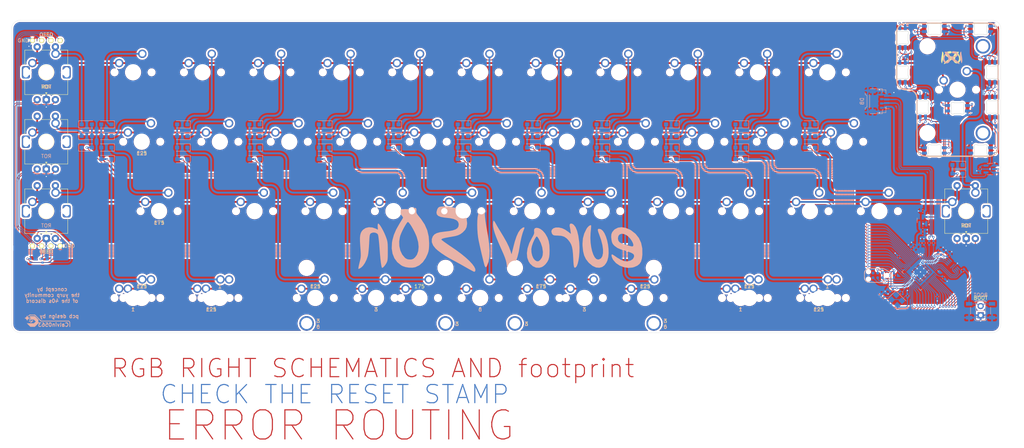
<source format=kicad_pcb>
(kicad_pcb (version 20240108) (generator "pcbnew") (generator_version "8.0")
  (layers (0 "F.Cu" signal) (31 "B.Cu" signal) (34 "B.Paste" user) (35 "F.Paste" user) (36 "B.SilkS" user "B.Silkscreen") (37 "F.SilkS" user "F.Silkscreen") (38 "B.Mask" user) (39 "F.Mask" user) (44 "Edge.Cuts" user))
  (net 0 "")
  (net 1 "ROW0")
  (net 2 "ROW1")
  (net 3 "ROW2")
  (net 4 "ROW3")
  (net 5 "COL0")
  (net 6 "COL1")
  (net 7 "COL2")
  (net 8 "COL3")
  (net 9 "COL4")
  (net 10 "COL5")
  (net 11 "COL6")
  (net 12 "COL8")
  (net 13 "COL9")
  (net 14 "COL10")
  (net 15 "COL11")
  (net 16 "COL12")
  (net 17 "r1")
  (net 18 "r2")
  (net 19 "r3")
  (net 20 "r4")
  (net 21 "SDA")
  (net 22 "GND")
  (net 23 "+3V3")
  (net 24 "rA")
  (net 25 "rB")
  (net 26 "rD")
  (net 27 "rC")
  (net 28 "rF")
  (net 29 "rE")
  (net 30 "rG")
  (net 31 "rH")
  (net 32 "XTAL_IN")
  (net 33 "/XTAL_O")
  (net 34 "+1V1")
  (net 35 "+5V")
  (net 36 "SD3")
  (net 38 "SD0")
  (net 39 "CS")
  (net 40 "SD2")
  (net 41 "QSPI_CLK")
  (net 42 "SD1")
  (net 43 "SWCLK")
  (net 44 "~{RESET}")
  (net 45 "SWD")
  (net 46 "D_P")
  (net 47 "/D_+")
  (net 48 "D_N")
  (net 49 "/D_-")
  (net 50 "XTAL_OUT")
  (net 51 "/~{USB_BOOT}")
  (net 52 "COL7")
  (net 53 "SCL")
  (net 54 "RGB MCU")
  (net 55 "/GPIO0")
  (net 56 "/GPIO7")
  (net 57 "Net-(D2-K)")
  (net 58 "Net-(D3-K)")
  (net 59 "Net-(D4-K)")
  (net 60 "Net-(D5-K)")
  (net 61 "Net-(D6-K)")
  (net 62 "Net-(D7-K)")
  (net 63 "Net-(D8-K)")
  (net 64 "Net-(D9-K)")
  (net 65 "Net-(D10-K)")
  (net 66 "Net-(D11-K)")
  (net 67 "Net-(D12-K)")
  (net 68 "Net-(D13-K)")
  (net 69 "Net-(D15-K)")
  (net 70 "Net-(D16-K)")
  (net 71 "Net-(D17-K)")
  (net 72 "Net-(D18-K)")
  (net 73 "Net-(D19-K)")
  (net 74 "Net-(D20-K)")
  (net 75 "Net-(D21-K)")
  (net 76 "Net-(D22-K)")
  (net 77 "Net-(D23-K)")
  (net 78 "Net-(D24-K)")
  (net 79 "Net-(D25-K)")
  (net 80 "Net-(D27-K)")
  (net 81 "Net-(D28-K)")
  (net 82 "Net-(D29-K)")
  (net 83 "Net-(D30-K)")
  (net 84 "Net-(D31-K)")
  (net 85 "Net-(D32-K)")
  (net 86 "Net-(D33-K)")
  (net 87 "Net-(D34-K)")
  (net 88 "Net-(D35-K)")
  (net 89 "Net-(D36-K)")
  (net 90 "Net-(D37-K)")
  (net 91 "Net-(D39-K)")
  (net 92 "Net-(D40-K)")
  (net 93 "Net-(D41-K)")
  (net 94 "Net-(D42-K)")
  (net 95 "Net-(D43-K)")
  (net 96 "Net-(D44-K)")
  (net 97 "Net-(D45-K)")
  (net 98 "Net-(D46-K)")
  (net 99 "indicators")
  (net 100 "Net-(LED1-DOUT)")
  (net 101 "Net-(LED2-DOUT)")
  (net 102 "Net-(LED3-DOUT)")
  (net 103 "Net-(LED4-DOUT)")
  (net 104 "Net-(LED5-DOUT)")
  (net 105 "Net-(LED6-DOUT)")
  (net 106 "Net-(LED7-DOUT)")
  (net 107 "Net-(LED8-DOUT)")
  (net 108 "Net-(LED10-DIN)")
  (footprint "PCM_marbastlib-mx:SW_MX_1u" (layer "F.Cu") (at 112.7125 93.6625)
    (property "Reference" "MX49" (hide yes))
    (property "Value" "MX_SW_HS")
  )
  (footprint "PCM_marbastlib-mx:SW_MX_1u" (layer "F.Cu") (at 65.0875 31.75)
    (property "Reference" "MX3" (hide yes))
    (property "Value" "MX_SW_HS")
  )
  (footprint "PCM_marbastlib-mx:SW_MX_1u" (layer "F.Cu") (at 107.95 50.8)
    (property "Reference" "MX18" (hide yes))
    (property "Value" "MX_SW_HS")
  )
  (footprint "PCM_marbastlib-mx:SW_MX_1.75u" (layer "F.Cu") (at 157.95625 93.6625)
    (property "Reference" "MX43" (hide yes))
    (property "Value" "MX_SW_HS")
  )
  (footprint "PCM_marbastlib-mx:SW_MX_1u" (layer "F.Cu") (at 236.5375 31.75)
    (property "Reference" "MX12" (hide yes))
    (property "Value" "MX_SW_HS")
  )
  (footprint "PCM_marbastlib-mx:SW_MX_1u" (layer "F.Cu") (at 174.625 69.85)
    (property "Reference" "MX33" (hide yes))
    (property "Value" "MX_SW_HS")
  )
  (footprint "PCM_marbastlib-mx:SW_MX_1u" (layer "F.Cu") (at 84.1375 31.75)
    (property "Reference" "MX4" (hide yes))
    (property "Value" "MX_SW_HS")
  )
  (footprint "kbd:OLED_v2" (layer "F.Cu") (at 22.225 79.375)
    (property "Reference" "OL2")
    (property "Value" "OLED" (hide yes))
  )
  (footprint "PCM_marbastlib-mx:SW_MX_1u" (layer "F.Cu") (at 212.725 93.6625)
    (property "Reference" "MX51" (hide yes))
    (property "Value" "MX_SW_HS")
  )
  (footprint "PCM_marbastlib-mx:SW_MX_1u" (layer "F.Cu") (at 222.25 50.8)
    (property "Reference" "MX24" (hide yes))
    (property "Value" "MX_SW_HS")
  )
  (footprint "PCM_marbastlib-mx:SW_MX_1u" (layer "F.Cu") (at 272.25625 36.5125)
    (property "Reference" "MX13" (hide yes))
    (property "Value" "MX_SW_HS")
  )
  (footprint "PCM_marbastlib-mx:STAB_MX_P_ISO-ROT" (layer "F.Cu") (at 272.25625 36.5125)
    (property "Reference" "S1" (hide yes))
    (property "Value" "MX_stab")
  )
  (footprint "PCM_marbastlib-mx:SW_MX_1.25u" (layer "F.Cu") (at 67.46875 93.6625)
    (property "Reference" "MX48" (hide yes))
    (property "Value" "MX_SW_HS")
  )
  (footprint "PCM_marbastlib-mx:SW_MX_1.75u" (layer "F.Cu") (at 53.18125 69.85)
    (property "Reference" "MX27" (hide yes))
    (property "Value" "MX_SW_HS")
  )
  (footprint "PCM_marbastlib-various:ROT_Alps_EC11E-Switch" (layer "F.Cu") (at 22.225 31.75)
    (property "Reference" "SW3" (hide yes))
    (property "Value" "RotaryEncoder_Switch")
  )
  (footprint "PCM_marbastlib-mx:SW_MX_1u" (layer "F.Cu") (at 274.6375 69.85)
    (property "Reference" "MX38" (hide yes))
    (property "Value" "MX_SW_HS")
  )
  (footprint "PCM_marbastlib-various:ROT_Alps_EC11E-Switch" (layer "F.Cu") (at 22.225 69.85)
    (property "Reference" "SW6" (hide yes))
    (property "Value" "RotaryEncoder_Switch")
  )
  (footprint "PCM_marbastlib-mx:SW_MX_1u" (layer "F.Cu") (at 193.675 69.85)
    (property "Reference" "MX34" (hide yes))
    (property "Value" "MX_SW_HS")
  )
  (footprint "PCM_marbastlib-mx:SW_MX_1u" (layer "F.Cu") (at 22.225 50.8)
    (property "Reference" "MX14" (hide yes))
    (property "Value" "MX_SW_HS")
  )
  (footprint "PCM_marbastlib-mx:SW_MX_1u" (layer "F.Cu") (at 46.0375 31.75)
    (property "Reference" "MX2" (hide yes))
    (property "Value" "MX_SW_HS")
  )
  (footprint "PCM_marbastlib-mx:SW_MX_1.25u" (layer "F.Cu") (at 234.15625 93.6625)
    (property "Reference" "MX52" (hide yes))
    (property "Value" "MX_SW_HS")
  )
  (footprint "PCM_marbastlib-mx:STAB_MX_P_3u" (layer "F.Cu") (at 169.8625 93.6625 180)
    (property "Reference" "S3" (hide yes))
    (property "Value" "MX_stab")
  )
  (footprint "PCM_marbastlib-mx:SW_MX_1u" (layer "F.Cu") (at 169.8625 93.6625)
    (property "Reference" "MX53" (hide yes))
    (property "Value" "MX_SW_HS")
  )
  (footprint "PCM_marbastlib-mx:SW_MX_1u" (layer "F.Cu") (at 203.2 50.8)
    (property "Reference" "MX23" (hide yes))
    (property "Value" "MX_SW_HS")
  )
  (footprint "PCM_marbastlib-mx:SW_MX_1u" (layer "F.Cu") (at 46.0375 93.6625)
    (property "Reference" "MX47" (hide yes))
    (property "Value" "MX_SW_HS")
  )
  (footprint "PCM_marbastlib-mx:SW_MX_1u" (layer "F.Cu") (at 136.525 69.85)
    (property "Reference" "MX31" (hide yes))
    (property "Value" "MX_SW_HS")
  )
  (footprint "PCM_marbastlib-various:ROT_Alps_EC11E-Switch" (layer "F.Cu") (at 22.225 50.8)
    (property "Reference" "SW4" (hide yes))
    (property "Value" "RotaryEncoder_Switch")
  )
  (footprint "PCM_marbastlib-mx:SW_MX_1u" (layer "F.Cu") (at 217.4875 31.75)
    (property "Reference" "MX11" (hide yes))
    (property "Value" "MX_SW_HS")
  )
  (footprint "PCM_marbastlib-mx:SW_MX_1u" (layer "F.Cu") (at 69.85 93.6625)
    (property "Reference" "MX40" (hide yes))
    (property "Value" "MX_SW_HS")
  )
  (footprint "PCM_marbastlib-mx:SW_MX_1.75u" (layer "F.Cu") (at 124.61875 93.6625)
    (property "Reference" "MX42" (hide yes))
    (property "Value" "MX_SW_HS")
  )
  (footprint "PCM_marbastlib-mx:SW_MX_1u" (layer "F.Cu") (at 141.2875 93.6625)
    (property "Reference" "MX50" (hide yes))
    (property "Value" "MX_SW_HS")
  )
  (footprint "PCM_marbastlib-mx:SW_MX_1u" (layer "F.Cu") (at 103.1875 31.75)
    (property "Reference" "MX5" (hide yes))
    (property "Value" "MX_SW_HS")
  )
  (footprint "PCM_marbastlib-mx:SW_MX_1u" (layer "F.Cu") (at 88.9 50.8)
    (property "Reference" "MX17" (hide yes))
    (property "Value" "MX_SW_HS")
  )
  (footprint "PCM_marbastlib-mx:SW_MX_1u" (layer "F.Cu") (at 179.3875 31.75)
    (property "Reference" "MX9" (hide yes))
    (property "Value" "MX_SW_HS")
  )
  (footprint "PCM_marbastlib-mx:SW_MX_1u" (layer "F.Cu") (at 69.85 50.8)
    (property "Reference" "MX16" (hide yes))
    (property "Value" "MX_SW_HS")
  )
  (footprint "PCM_marbastlib-mx:SW_MX_1u" (layer "F.Cu") (at 250.825 69.85)
    (property "Reference" "MX37" (hide yes))
    (property "Value" "MX_SW_HS")
  )
  (footprint "PCM_marbastlib-mx:SW_MX_1u" (layer "F.Cu") (at 241.3 50.8)
    (property "Reference" "MX25" (hide yes))
    (property "Value" "MX_SW_HS")
  )
  (footprint "PCM_marbastlib-mx:STAB_MX_P_3u" (layer "F.Cu") (at 112.7125 93.6625 180)
    (property "Reference" "S2" (hide yes))
    (property "Value" "MX_stab")
  )
  (footprint "PCM_marbastlib-mx:SW_MX_1u" (layer "F.Cu") (at 79.375 69.85)
    (property "Reference" "MX28" (hide yes))
    (property "Value" "MX_SW_HS")
  )
  (footprint "PCM_marbastlib-mx:SW_MX_1.25u" (layer "F.Cu") (at 48.41875 93.6625)
    (property "Reference" "MX39" (hide yes))
    (property "Value" "MX_SW_HS")
  )
  (footprint "PCM_marbastlib-mx:SW_MX_1u" (layer "F.Cu") (at 22.225 69.85)
    (property "Reference" "MX26" (hide yes))
    (property "Value" "MX_SW_HS")
  )
  (footprint "kbd:OLED_v2" (layer "F.Cu") (at 22.225 23.01875 180)
    (property "Reference" "OL1")
    (property "Value" "OLED" (hide yes))
  )
  (footprint "PCM_marbastlib-mx:STAB_MX_P_6u" (layer "F.Cu") (at 141.2875 93.6625 180)
    (property "Reference" "S4" (hide yes))
    (property "Value" "MX_stab")
  )
  (footprint "LOGO" (layer "F.Cu") (at 270.66875 27.78125)
    (property "Reference" "G***" (hide yes))
    (property "Value" "LOGO" (hide yes))
  )
  (footprint "PCM_marbastlib-mx:SW_MX_1u" (layer "F.Cu") (at 184.15 50.8)
    (property "Reference" "MX22" (hide yes))
    (property "Value" "MX_SW_HS")
  )
  (footprint "PCM_marbastlib-mx:SW_MX_1u" (layer "F.Cu") (at 231.775 69.85)
    (property "Reference" "MX36" (hide yes))
    (property "Value" "MX_SW_HS")
  )
  (footprint "PCM_marbastlib-mx:SW_MX_1u" (layer "F.Cu") (at 160.3375 31.75)
    (property "Reference" "MX8" (hide yes))
    (property "Value" "MX_SW_HS")
  )
  (footprint "PCM_marbastlib-mx:SW_MX_1u" (layer "F.Cu") (at 198.4375 31.75)
    (property "Reference" "MX10" (hide yes))
    (property "Value" "MX_SW_HS")
  )
  (footprint "PCM_marbastlib-mx:SW_MX_1.25u" (layer "F.Cu") (at 186.53125 93.6625)
    (property "Reference" "MX44" (hide yes))
    (property "Value" "MX_SW_HS")
  )
  (footprint "PCM_marbastlib-mx:SW_MX_1u" (layer "F.Cu") (at 155.575 69.85)
    (property "Reference" "MX32" (hide yes))
    (property "Value" "MX_SW_HS")
  )
  (footprint "PCM_marbastlib-mx:SW_MX_1.25u" (layer "F.Cu") (at 215.10625 93.6625)
    (property "Reference" "MX45" (hide yes))
    (property "Value" "MX_SW_HS")
  )
  (footprint "PCM_marbastlib-mx:SW_MX_1.25u" (layer "F.Cu") (at 96.04375 93.6625)
    (property "Reference" "MX41" (hide yes))
    (property "Value" "MX_SW_HS")
  )
  (footprint "PCM_marbastlib-mx:SW_MX_1u" (layer "F.Cu") (at 236.5375 93.6625)
    (property "Reference" "MX46" (hide yes))
    (property "Value" "MX_SW_HS")
  )
  (footprint "PCM_marbastlib-mx:SW_MX_1u" (layer "F.Cu") (at 212.725 69.85)
    (property "Reference" "MX35" (hide yes))
    (property "Value" "MX_SW_HS")
  )
  (footprint "PCM_marbastlib-mx:SW_MX_1u" (layer "F.Cu") (at 165.1 50.8)
    (property "Reference" "MX21" (hide yes))
    (property "Value" "MX_SW_HS")
  )
  (footprint "PCM_marbastlib-mx:SW_MX_1u" (layer "F.Cu") (at 146.05 50.8)
    (property "Reference" "MX20" (hide yes))
    (property "Value" "MX_SW_HS")
  )
  (footprint "PCM_marbastlib-mx:SW_MX_1.25u" (layer "F.Cu") (at 48.41875 50.8)
    (property "Reference" "MX15" (hide yes))
    (property "Value" "MX_SW_HS")
  )
  (footprint "PCM_marbastlib-mx:SW_MX_1u" (layer "F.Cu") (at 98.425 69.85)
    (property "Reference" "MX29" (hide yes))
    (property "Value" "MX_SW_HS")
  )
  (footprint "PCM_marbastlib-mx:SW_MX_1u" (layer "F.Cu") (at 117.475 69.85)
    (property "Reference" "MX30" (hide yes))
    (property "Value" "MX_SW_HS")
  )
  (footprint "PCM_marbastlib-mx:SW_MX_1u" (layer "F.Cu") (at 22.225 31.75)
    (property "Reference" "MX1" (hide yes))
    (property "Value" "MX_SW_HS")
  )
  (footprint "PCM_marbastlib-various:ROT_Alps_EC11E-Switch" (layer "F.Cu") (at 274.6375 69.85)
    (property "Reference" "SW5" (hide yes))
    (property "Value" "RotaryEncoder_Switch")
  )
  (footprint "PCM_marbastlib-mx:SW_MX_1u" (layer "F.Cu") (at 127 50.8)
    (property "Reference" "MX19" (hide yes))
    (property "Value" "MX_SW_HS")
  )
  (footprint "PCM_marbastlib-mx:SW_MX_1u" (layer "F.Cu") (at 122.2375 31.75)
    (property "Reference" "MX6" (hide yes))
    (property "Value" "MX_SW_HS")
  )
  (footprint "PCM_marbastlib-mx:SW_MX_1u" (layer "F.Cu") (at 141.2875 31.75)
    (property "Reference" "MX7" (hide yes))
    (property "Value" "MX_SW_HS")
  )
  (footprint "Package_TO_SOT_SMD:SOT-23" (layer "B.Cu") (at 262.73125 72.375 90)
    (property "Reference" "U4" (hide yes))
    (property "Value" "XC6206PxxxMR-Regulator_Linear")
  )
  (footprint "Diode_SMD:D_SOD-123F" (layer "B.Cu") (at 59.53125 46.0375 180)
    (property "Reference" "D3" (hide yes))
    (property "Value" "D_Small")
  )
  (footprint "Capacitor_SMD:C_0402_1005Metric" (layer "B.Cu") (at 251.799552 93.007954 -45)
    (property "Reference" "C3" (hide yes))
    (property "Value" "22pF")
  )
  (footprint "PCM_marbastlib-various:LED_6028R" (layer "B.Cu") (at 281.78125 41.275 90)
    (property "Reference" "LED2" (hide yes))
    (property "Value" "SK6812MINI-E")
    (fp_line (start 0.794452 -1.499999) (end -0.794452 -1.499999) (stroke (width 0.1)) (layer "Edge.Cuts"))
    (fp_line (start -1.699999 -0.702841) (end -1.699999 0.702843) (stroke (width 0.1)) (layer "Edge.Cuts"))
    (fp_line (start 1.699999 0.702843) (end 1.699999 -0.702841) (stroke (width 0.1)) (layer "Edge.Cuts"))
    (fp_line (start -0.794453 1.5) (end 0.794452 1.5) (stroke (width 0.1)) (layer "Edge.Cuts"))
    (fp_arc (start 1.04671 -1.568298) (mid 0.925122 -1.517376) (end 0.794452 -1.499999) (stroke (width 0.1)) (layer "Edge.Cuts"))
    (fp_arc (start 1.046711 -1.568296) (mid 1.638069 -1.504034) (end 1.749484 -0.919719) (stroke (width 0.1)) (layer "Edge.Cuts"))
    (fp_arc (start -0.794452 -1.499999) (mid -0.925123 -1.517376) (end -1.046711 -1.568298) (stroke (width 0.1)) (layer "Edge.Cuts"))
    (fp_arc (start -1.749484 -0.919719) (mid -1.712527 -0.814067) (end -1.699999 -0.702841) (stroke (width 0.1)) (layer "Edge.Cuts"))
    (fp_arc (start -1.749484 -0.919718) (mid -1.638072 -1.504034) (end -1.046711 -1.568298) (stroke (width 0.1)) (layer "Edge.Cuts"))
    (fp_arc (start 1.699999 -0.702842) (mid 1.712536 -0.814065) (end 1.749484 -0.919719) (stroke (width 0.1)) (layer "Edge.Cuts"))
    (fp_arc (start -1.699999 0.702844) (mid -1.712527 0.814069) (end -1.749484 0.919721) (stroke (width 0.1)) (layer "Edge.Cuts"))
    (fp_arc (start 1.749484 0.919721) (mid 1.71254 0.814067) (end 1.699999 0.702843) (stroke (width 0.1)) (layer "Edge.Cuts"))
    (fp_arc (start 1.749484 0.919721) (mid 1.638072 1.504036) (end 1.046711 1.5683) (stroke (width 0.1)) (layer "Edge.Cuts"))
    (fp_arc (start 0.794453 1.500001) (mid 0.925123 1.517378) (end 1.046711 1.5683) (stroke (width 0.1)) (layer "Edge.Cuts"))
    (fp_arc (start -1.046711 1.568299) (mid -1.638071 1.504036) (end -1.749484 0.919721) (stroke (width 0.1)) (layer "Edge.Cuts"))
    (fp_arc (start -1.046711 1.568299) (mid -0.925123 1.517377) (end -0.794453 1.5) (stroke (width 0.1)) (layer "Edge.Cuts"))
  )
  (footprint "Diode_SMD:D_SOD-123F" (layer "B.Cu") (at 59.53125 55.5625 180)
    (property "Reference" "D40" (hide yes))
    (property "Value" "D_Small")
  )
  (footprint "Capacitor_SMD:C_0402_1005Metric" (layer "B.Cu") (at 260.514218 79.343869 135)
    (property "Reference" "C9" (hide yes))
    (property "Value" "100nF")
  )
  (footprint "PCM_marbastlib-various:LED_6028R" (layer "B.Cu") (at 278.60625 53.18125)
    (property "Reference" "LED1" (hide yes))
    (property "Value" "SK6812MINI-E")
    (fp_line (start -1.699999 -0.702841) (end -1.699999 0.702843) (stroke (width 0.1)) (layer "Edge.Cuts"))
    (fp_line (start -0.794453 1.5) (end 0.794452 1.5) (stroke (width 0.1)) (layer "Edge.Cuts"))
    (fp_line (start 0.794452 -1.499999) (end -0.794452 -1.499999) (stroke (width 0.1)) (layer "Edge.Cuts"))
    (fp_line (start 1.699999 0.702843) (end 1.699999 -0.702841) (stroke (width 0.1)) (layer "Edge.Cuts"))
    (fp_arc (start -1.749484 -0.919719) (mid -1.712527 -0.814067) (end -1.699999 -0.702841) (stroke (width 0.1)) (layer "Edge.Cuts"))
    (fp_arc (start -1.749484 -0.919718) (mid -1.638072 -1.504034) (end -1.046711 -1.568298) (stroke (width 0.1)) (layer "Edge.Cuts"))
    (fp_arc (start -1.699999 0.702844) (mid -1.712527 0.814069) (end -1.749484 0.919721) (stroke (width 0.1)) (layer "Edge.Cuts"))
    (fp_arc (start -1.046711 1.568299) (mid -1.638071 1.504036) (end -1.749484 0.919721) (stroke (width 0.1)) (layer "Edge.Cuts"))
    (fp_arc (start -1.046711 1.568299) (mid -0.925123 1.517377) (end -0.794453 1.5) (stroke (width 0.1)) (layer "Edge.Cuts"))
    (fp_arc (start -0.794452 -1.499999) (mid -0.925123 -1.517376) (end -1.046711 -1.568298) (stroke (width 0.1)) (layer "Edge.Cuts"))
    (fp_arc (start 0.794453 1.500001) (mid 0.925123 1.517378) (end 1.046711 1.5683) (stroke (width 0.1)) (layer "Edge.Cuts"))
    (fp_arc (start 1.04671 -1.568298) (mid 0.925122 -1.517376) (end 0.794452 -1.499999) (stroke (width 0.1)) (layer "Edge.Cuts"))
    (fp_arc (start 1.046711 -1.568296) (mid 1.638069 -1.504034) (end 1.749484 -0.919719) (stroke (width 0.1)) (layer "Edge.Cuts"))
    (fp_arc (start 1.699999 -0.702842) (mid 1.712536 -0.814065) (end 1.749484 -0.919719) (stroke (width 0.1)) (layer "Edge.Cuts"))
    (fp_arc (start 1.749484 0.919721) (mid 1.638072 1.504036) (end 1.046711 1.5683) (stroke (width 0.1)) (layer "Edge.Cuts"))
    (fp_arc (start 1.749484 0.919721) (mid 1.71254 0.814067) (end 1.699999 0.702843) (stroke (width 0.1)) (layer "Edge.Cuts"))
  )
  (footprint "Diode_SMD:D_SOD-123F" (layer "B.Cu") (at 155.575 52.3875 180)
    (property "Reference" "D33" (hide yes))
    (property "Value" "D_Small")
  )
  (footprint "LOGO" (layer "B.Cu") (at 270.66875 27.78125 180)
    (property "Reference" "G***" (hide yes))
    (property "Value" "LOGO" (hide yes))
  )
  (footprint "Diode_SMD:D_SOD-123F" (layer "B.Cu") (at 33.3375 49.2125)
    (property "Reference" "D14" (hide yes))
    (property "Value" "D_Small")
  )
  (footprint "LOGO" (layer "B.Cu") (at 146.05 77.7875 180)
    (property "Reference" "G***" (hide yes))
    (property "Value" "LOGO" (hide yes))
  )
  (footprint "Diode_SMD:D_SOD-123F" (layer "B.Cu") (at 33.3375 52.3875)
    (property "Reference" "D26" (hide yes))
    (property "Value" "D_Small")
  )
  (footprint "PCM_marbastlib-various:LED_6028R" (layer "B.Cu") (at 257.175 31.75 -90)
    (property "Reference" "LED7" (hide yes))
    (property "Value" "SK6812MINI-E")
    (fp_line (start -0.794453 1.5) (end 0.794452 1.5) (stroke (width 0.1)) (layer "Edge.Cuts"))
    (fp_line (start 1.699999 0.702843) (end 1.699999 -0.702841) (stroke (width 0.1)) (layer "Edge.Cuts"))
    (fp_line (start -1.699999 -0.702841) (end -1.699999 0.702843) (stroke (width 0.1)) (layer "Edge.Cuts"))
    (fp_line (start 0.794452 -1.499999) (end -0.794452 -1.499999) (stroke (width 0.1)) (layer "Edge.Cuts"))
    (fp_arc (start -1.046711 1.568299) (mid -0.925123 1.517377) (end -0.794453 1.5) (stroke (width 0.1)) (layer "Edge.Cuts"))
    (fp_arc (start -1.046711 1.568299) (mid -1.638071 1.504036) (end -1.749484 0.919721) (stroke (width 0.1)) (layer "Edge.Cuts"))
    (fp_arc (start 0.794453 1.500001) (mid 0.925123 1.517378) (end 1.046711 1.5683) (stroke (width 0.1)) (layer "Edge.Cuts"))
    (fp_arc (start 1.749484 0.919721) (mid 1.638072 1.504036) (end 1.046711 1.5683) (stroke (width 0.1)) (layer "Edge.Cuts"))
    (fp_arc (start 1.749484 0.919721) (mid 1.71254 0.814067) (end 1.699999 0.702843) (stroke (width 0.1)) (layer "Edge.Cuts"))
    (fp_arc (start -1.699999 0.702844) (mid -1.712527 0.814069) (end -1.749484 0.919721) (stroke (width 0.1)) (layer "Edge.Cuts"))
    (fp_arc (start 1.699999 -0.702842) (mid 1.712536 -0.814065) (end 1.749484 -0.919719) (stroke (width 0.1)) (layer "Edge.Cuts"))
    (fp_arc (start -1.749484 -0.919718) (mid -1.638072 -1.504034) (end -1.046711 -1.568298) (stroke (width 0.1)) (layer "Edge.Cuts"))
    (fp_arc (start -1.749484 -0.919719) (mid -1.712527 -0.814067) (end -1.699999 -0.702841) (stroke (width 0.1)) (layer "Edge.Cuts"))
    (fp_arc (start -0.794452 -1.499999) (mid -0.925123 -1.517376) (end -1.046711 -1.568298) (stroke (width 0.1)) (layer "Edge.Cuts"))
    (fp_arc (start 1.046711 -1.568296) (mid 1.638069 -1.504034) (end 1.749484 -0.919719) (stroke (width 0.1)) (layer "Edge.Cuts"))
    (fp_arc (start 1.04671 -1.568298) (mid 0.925122 -1.517376) (end 0.794452 -1.499999) (stroke (width 0.1)) (layer "Edge.Cuts"))
  )
  (footprint "Capacitor_SMD:C_0402_1005Metric" (layer "B.Cu") (at 258.5146 93.072144 -90)
    (property "Reference" "C2" (hide yes))
    (property "Value" "22pF")
  )
  (footprint "Diode_SMD:D_SOD-123F" (layer "B.Cu") (at 212.725 49.2125 180)
    (property "Reference" "D24" (hide yes))
    (property "Value" "D_Small")
  )
  (footprint "Diode_SMD:D_SOD-123F" (layer "B.Cu") (at 98.425 55.5625 180)
    (property "Reference" "D42" (hide yes))
    (property "Value" "D_Small")
  )
  (footprint "Capacitor_SMD:C_0402_1005Metric" (layer "B.Cu") (at 266.7 93.26875 -90)
    (property "Reference" "C11" (hide yes))
    (property "Value" "100nF")
  )
  (footprint "Diode_SMD:D_SOD-123F" (layer "B.Cu") (at 193.675 49.2125 180)
    (property "Reference" "D23" (hide yes))
    (property "Value" "D_Small")
  )
  (footprint "Diode_SMD:D_SOD-123F" (layer "B.Cu") (at 59.53125 52.3875 180)
    (property "Reference" "D28" (hide yes))
    (property "Value" "D_Small")
  )
  (footprint "Diode_SMD:D_SOD-123F" (layer "B.Cu") (at 117.475 46.0375 180)
    (property "Reference" "D6" (hide yes))
    (property "Value" "D_Small")
  )
  (footprint "PCM_marbastlib-various:LED_6028R" (layer "B.Cu") (at 281.78125 31.75 90)
    (property "Reference" "LED3" (hide yes))
    (property "Value" "SK6812MINI-E")
    (fp_line (start 0.794452 -1.499999) (end -0.794452 -1.499999) (stroke (width 0.1)) (layer "Edge.Cuts"))
    (fp_line (start -1.699999 -0.702841) (end -1.699999 0.702843) (stroke (width 0.1)) (layer "Edge.Cuts"))
    (fp_line (start 1.699999 0.702843) (end 1.699999 -0.702841) (stroke (width 0.1)) (layer "Edge.Cuts"))
    (fp_line (start -0.794453 1.5) (end 0.794452 1.5) (stroke (width 0.1)) (layer "Edge.Cuts"))
    (fp_arc (start 1.04671 -1.568298) (mid 0.925122 -1.517376) (end 0.794452 -1.499999) (stroke (width 0.1)) (layer "Edge.Cuts"))
    (fp_arc (start 1.046711 -1.568296) (mid 1.638069 -1.504034) (end 1.749484 -0.919719) (stroke (width 0.1)) (layer "Edge.Cuts"))
    (fp_arc (start -0.794452 -1.499999) (mid -0.925123 -1.517376) (end -1.046711 -1.568298) (stroke (width 0.1)) (layer "Edge.Cuts"))
    (fp_arc (start -1.749484 -0.919719) (mid -1.712527 -0.814067) (end -1.699999 -0.702841) (stroke (width 0.1)) (layer "Edge.Cuts"))
    (fp_arc (start -1.749484 -0.919718) (mid -1.638072 -1.504034) (end -1.046711 -1.568298) (stroke (width 0.1)) (layer "Edge.Cuts"))
    (fp_arc (start 1.699999 -0.702842) (mid 1.712536 -0.814065) (end 1.749484 -0.919719) (stroke (width 0.1)) (layer "Edge.Cuts"))
    (fp_arc (start -1.699999 0.702844) (mid -1.712527 0.814069) (end -1.749484 0.919721) (stroke (width 0.1)) (layer "Edge.Cuts"))
    (fp_arc (start 1.749484 0.919721) (mid 1.71254 0.814067) (end 1.699999 0.702843) (stroke (width 0.1)) (layer "Edge.Cuts"))
    (fp_arc (start 1.749484 0.919721) (mid 1.638072 1.504036) (end 1.046711 1.5683) (stroke (width 0.1)) (layer "Edge.Cuts"))
    (fp_arc (start 0.794453 1.500001) (mid 0.925123 1.517378) (end 1.046711 1.5683) (stroke (width 0.1)) (layer "Edge.Cuts"))
    (fp_arc (start -1.046711 1.568299) (mid -1.638071 1.504036) (end -1.749484 0.919721) (stroke (width 0.1)) (layer "Edge.Cuts"))
    (fp_arc (start -1.046711 1.568299) (mid -0.925123 1.517377) (end -0.794453 1.5) (stroke (width 0.1)) (layer "Edge.Cuts"))
  )
  (footprint "Resistor_SMD:R_0402_1005Metric" (layer "B.Cu") (at 264.475 78.58125 -90)
    (property "Reference" "R5" (hide yes))
    (property "Value" "27R")
  )
  (footprint "Diode_SMD:D_SOD-123F" (layer "B.Cu") (at 79.375 46.0375 180)
    (property "Reference" "D4" (hide yes))
    (property "Value" "D_Small")
  )
  (footprint "Diode_SMD:D_SOD-123F" (layer "B.Cu") (at 136.525 46.0375 180)
    (property "Reference" "D7" (hide yes))
    (property "Value" "D_Small")
  )
  (footprint "Diode_SMD:D_SOD-123F" (layer "B.Cu") (at 193.675 46.0375 180)
    (property "Reference" "D10" (hide yes))
    (property "Value" "D_Small")
  )
  (footprint "Diode_SMD:D_SOD-123F" (layer "B.Cu") (at 174.625 46.0375 180)
    (property "Reference" "D9" (hide yes))
    (property "Value" "D_Small")
  )
  (footprint "PCM_marbastlib-various:LED_6028R" (layer "B.Cu") (at 265.90625 53.18125)
    (property "Reference" "LED9" (hide yes))
    (property "Value" "SK6812MINI-E")
    (fp_line (start -1.699999 -0.702841) (end -1.699999 0.702843) (stroke (width 0.1)) (layer "Edge.Cuts"))
    (fp_line (start -0.794453 1.5) (end 0.794452 1.5) (stroke (width 0.1)) (layer "Edge.Cuts"))
    (fp_line (start 0.794452 -1.499999) (end -0.794452 -1.499999) (stroke (width 0.1)) (layer "Edge.Cuts"))
    (fp_line (start 1.699999 0.702843) (end 1.699999 -0.702841) (stroke (width 0.1)) (layer "Edge.Cuts"))
    (fp_arc (start -1.749484 -0.919719) (mid -1.712527 -0.814067) (end -1.699999 -0.702841) (stroke (width 0.1)) (layer "Edge.Cuts"))
    (fp_arc (start -1.749484 -0.919718) (mid -1.638072 -1.504034) (end -1.046711 -1.568298) (stroke (width 0.1)) (layer "Edge.Cuts"))
    (fp_arc (start -1.699999 0.702844) (mid -1.712527 0.814069) (end -1.749484 0.919721) (stroke (width 0.1)) (layer "Edge.Cuts"))
    (fp_arc (start -1.046711 1.568299) (mid -1.638071 1.504036) (end -1.749484 0.919721) (stroke (width 0.1)) (layer "Edge.Cuts"))
    (fp_arc (start -1.046711 1.568299) (mid -0.925123 1.517377) (end -0.794453 1.5) (stroke (width 0.1)) (layer "Edge.Cuts"))
    (fp_arc (start -0.794452 -1.499999) (mid -0.925123 -1.517376) (end -1.046711 -1.568298) (stroke (width 0.1)) (layer "Edge.Cuts"))
    (fp_arc (start 0.794453 1.500001) (mid 0.925123 1.517378) (end 1.046711 1.5683) (stroke (width 0.1)) (layer "Edge.Cuts"))
    (fp_arc (start 1.04671 -1.568298) (mid 0.925122 -1.517376) (end 0.794452 -1.499999) (stroke (width 0.1)) (layer "Edge.Cuts"))
    (fp_arc (start 1.046711 -1.568296) (mid 1.638069 -1.504034) (end 1.749484 -0.919719) (stroke (width 0.1)) (layer "Edge.Cuts"))
    (fp_arc (start 1.699999 -0.702842) (mid 1.712536 -0.814065) (end 1.749484 -0.919719) (stroke (width 0.1)) (layer "Edge.Cuts"))
    (fp_arc (start 1.749484 0.919721) (mid 1.638072 1.504036) (end 1.046711 1.5683) (stroke (width 0.1)) (layer "Edge.Cuts"))
    (fp_arc (start 1.749484 0.919721) (mid 1.71254 0.814067) (end 1.699999 0.702843) (stroke (width 0.1)) (layer "Edge.Cuts"))
  )
  (footprint "Diode_SMD:D_SOD-123F" (layer "B.Cu") (at 231.775 49.2125 180)
    (property "Reference" "D25" (hide yes))
    (property "Value" "D_Small")
  )
  (footprint "Diode_SMD:D_SOD-123F" (layer "B.Cu") (at 174.625 49.2125 180)
    (property "Reference" "D22" (hide yes))
    (property "Value" "D_Small")
  )
  (footprint "Connector_JST:JST_SH_SM04B-SRSS-TB_1x04-1MP_P1.00mm_Horizontal" (layer "B.Cu") (at 250.825 39.6875 90)
    (property "Reference" "J2" (hide yes))
    (property "Value" "JST SH")
  )
  (footprint "Sleep-lib:RP2040-QFN-56" (layer "B.Cu") (at 262.09375 86.51875 135)
    (property "Reference" "U3" (hide yes))
    (property "Value" "RP2040")
  )
  (footprint "Diode_SMD:D_SOD-123F" (layer "B.Cu") (at 117.475 52.3875 180)
    (property "Reference" "D31" (hide yes))
    (property "Value" "D_Small")
  )
  (footprint "Diode_SMD:D_SOD-123F" (layer "B.Cu") (at 231.775 46.0375 180)
    (property "Reference" "D12" (hide yes))
    (property "Value" "D_Small")
  )
  (footprint "Capacitor_SMD:C_0402_1005Metric" (layer "B.Cu") (at 262.09375 78.58125 90)
    (property "Reference" "C8" (hide yes))
    (property "Value" "1uF")
  )
  (footprint "Capacitor_SMD:C_0402_1005Metric" (layer "B.Cu") (at 278.473876 58.294739 90)
    (property "Reference" "C1" (hide yes))
    (property "Value" "100nF")
  )
  (footprint "PCM_marbastlib-mx:LED_MX_6028R" (layer "B.Cu") (at 272.25625 41.6 180)
    (property "Reference" "LED10" (hide yes))
    (property "Value" "MX_SK6812MINI-E")
    (fp_line (start 1.699999 0.702843) (end 1.699999 -0.702841) (stroke (width 0.1)) (layer "Edge.Cuts"))
    (fp_line (start 0.794452 -1.499999) (end -0.794452 -1.499999) (stroke (width 0.1)) (layer "Edge.Cuts"))
    (fp_line (start -0.794453 1.5) (end 0.794452 1.5) (stroke (width 0.1)) (layer "Edge.Cuts"))
    (fp_line (start -1.699999 -0.702841) (end -1.699999 0.702843) (stroke (width 0.1)) (layer "Edge.Cuts"))
    (fp_arc (start 1.749484 0.919721) (mid 1.71254 0.814067) (end 1.699999 0.702843) (stroke (width 0.1)) (layer "Edge.Cuts"))
    (fp_arc (start 1.749484 0.919721) (mid 1.638072 1.504036) (end 1.046711 1.5683) (stroke (width 0.1)) (layer "Edge.Cuts"))
    (fp_arc (start 1.699999 -0.702842) (mid 1.712536 -0.814065) (end 1.749484 -0.919719) (stroke (width 0.1)) (layer "Edge.Cuts"))
    (fp_arc (start 1.046711 -1.568296) (mid 1.638069 -1.504034) (end 1.749484 -0.919719) (stroke (width 0.1)) (layer "Edge.Cuts"))
    (fp_arc (start 1.04671 -1.568298) (mid 0.925122 -1.517376) (end 0.794452 -1.499999) (stroke (width 0.1)) (layer "Edge.Cuts"))
    (fp_arc (start 0.794453 1.500001) (mid 0.925123 1.517378) (end 1.046711 1.5683) (stroke (width 0.1)) (layer "Edge.Cuts"))
    (fp_arc (start -0.794452 -1.499999) (mid -0.925123 -1.517376) (end -1.046711 -1.568298) (stroke (width 0.1)) (layer "Edge.Cuts"))
    (fp_arc (start -1.046711 1.568299) (mid -0.925123 1.517377) (end -0.794453 1.5) (stroke (width 0.1)) (layer "Edge.Cuts"))
    (fp_arc (start -1.046711 1.568299) (mid -1.638071 1.504035) (end -1.749484 0.919721) (stroke (width 0.1)) (layer "Edge.Cuts"))
    (fp_arc (start -1.699999 0.702844) (mid -1.712527 0.814069) (end -1.749484 0.919721) (stroke (width 0.1)) (layer "Edge.Cuts"))
    (fp_arc (start -1.749484 -0.919718) (mid -1.638072 -1.504034) (end -1.046711 -1.568298) (stroke (width 0.1)) (layer "Edge.Cuts"))
    (fp_arc (start -1.749484 -0.919719) (mid -1.712527 -0.814067) (end -1.699999 -0.702841) (stroke (width 0.1)) (layer "Edge.Cuts"))
  )
  (footprint "Package_TO_SOT_SMD:TSOT-23-5" (layer "B.Cu") (at 281.198876 58.294739 180)
    (property "Reference" "U1" (hide yes))
    (property "Value" "74AHCT1G125")
  )
  (footprint "LOGO" (layer "B.Cu") (at 18.337772 100.0125 180)
    (property "Reference" "G***" (hide yes))
    (property "Value" "LOGO" (hide yes))
  )
  (footprint "Capacitor_SMD:C_0402_1005Metric" (layer "B.Cu") (at 269.749057 81.944166 45)
    (property "Reference" "C18" (hide yes))
    (property "Value" "100n")
  )
  (footprint "Capacitor_SMD:C_0402_1005Metric" (layer "B.Cu") (at 259.806913 80.108225 135)
    (property "Reference" "C10" (hide yes))
    (property "Value" "100nF")
  )
  (footprint "PCM_marbastlib-various:LED_6028R" (layer "B.Cu") (at 265.90625 19.84375 180)
    (property "Reference" "LED5" (hide yes))
    (property "Value" "SK6812MINI-E")
    (fp_line (start 1.699999 0.702843) (end 1.699999 -0.702841) (stroke (width 0.1)) (layer "Edge.Cuts"))
    (fp_line (start 0.794452 -1.499999) (end -0.794452 -1.499999) (stroke (width 0.1)) (layer "Edge.Cuts"))
    (fp_line (start -0.794453 1.5) (end 0.794452 1.5) (stroke (width 0.1)) (layer "Edge.Cuts"))
    (fp_line (start -1.699999 -0.702841) (end -1.699999 0.702843) (stroke (width 0.1)) (layer "Edge.Cuts"))
    (fp_arc (start 1.749484 0.919721) (mid 1.71254 0.814067) (end 1.699999 0.702843) (stroke (width 0.1)) (layer "Edge.Cuts"))
    (fp_arc (start 1.749484 0.919721) (mid 1.638072 1.504036) (end 1.046711 1.5683) (stroke (width 0.1)) (layer "Edge.Cuts"))
    (fp_arc (start 1.699999 -0.702842) (mid 1.712536 -0.814065) (end 1.749484 -0.919719) (stroke (width 0.1)) (layer "Edge.Cuts"))
    (fp_arc (start 1.046711 -1.568296) (mid 1.638069 -1.504034) (end 1.749484 -0.919719) (stroke (width 0.1)) (layer "Edge.Cuts"))
    (fp_arc (start 1.04671 -1.568298) (mid 0.925122 -1.517376) (end 0.794452 -1.499999) (stroke (width 0.1)) (layer "Edge.Cuts"))
    (fp_arc (start 0.794453 1.500001) (mid 0.925123 1.517378) (end 1.046711 1.5683) (stroke (width 0.1)) (layer "Edge.Cuts"))
    (fp_arc (start -0.794452 -1.499999) (mid -0.925123 -1.517376) (end -1.046711 -1.568298) (stroke (width 0.1)) (layer "Edge.Cuts"))
    (fp_arc (start -1.046711 1.568299) (mid -0.925123 1.517377) (end -0.794453 1.5) (stroke (width 0.1)) (layer "Edge.Cuts"))
    (fp_arc (start -1.046711 1.568299) (mid -1.638071 1.504036) (end -1.749484 0.919721) (stroke (width 0.1)) (layer "Edge.Cuts"))
    (fp_arc (start -1.699999 0.702844) (mid -1.712527 0.814069) (end -1.749484 0.919721) (stroke (width 0.1)) (layer "Edge.Cuts"))
    (fp_arc (start -1.749484 -0.919718) (mid -1.638072 -1.504034) (end -1.046711 -1.568298) (stroke (width 0.1)) (layer "Edge.Cuts"))
    (fp_arc (start -1.749484 -0.919719) (mid -1.712527 -0.814067) (end -1.699999 -0.702841) (stroke (width 0.1)) (layer "Edge.Cuts"))
  )
  (footprint "Resistor_SMD:R_0402_1005Metric" (layer "B.Cu") (at 254.8275 87.47125 -90)
    (property "Reference" "R1" (hide yes))
    (property "Value" "1k")
  )
  (footprint "Diode_SMD:D_SOD-123F" (layer "B.Cu") (at 79.375 52.3875 180)
    (property "Reference" "D29" (hide yes))
    (property "Value" "D_Small")
  )
  (footprint "Capacitor_SMD:C_0402_1005Metric" (layer "B.Cu") (at 262.73125 69.8)
    (property "Reference" "C16" (hide yes))
    (property "Value" "1uF")
  )
  (footprint "Crystal:Crystal_SMD_3225-4Pin_3.2x2.5mm" (layer "B.Cu") (at 255.585141 94.256043 -45)
    (property "Reference" "Y1" (hide yes))
    (property "Value" "12MHz")
  )
  (footprint "Capacitor_SMD:C_0402_1005Metric" (layer "B.Cu") (at 262.73125 74.95)
    (property "Reference" "C7" (hide yes))
    (property "Value" "10uF")
  )
  (footprint "Capacitor_SMD:C_0402_1005Metric" (layer "B.Cu") (at 267.310493 80.769544 45)
    (property "Reference" "C15" (hide yes))
    (property "Value" "100nF")
  )
  (footprint "Diode_SMD:D_SOD-123F" (layer "B.Cu") (at 98.425 49.2125 180)
    (property "Reference" "D18" (hide yes))
    (property "Value" "D_Small")
  )
  (footprint "Capacitor_SMD:C_0402_1005Metric" (layer "B.Cu") (at 262.73125 75.94375 180)
    (property "Reference" "C17" (hide yes))
    (property "Value" "1uF")
  )
  (footprint "Diode_SMD:D_SOD-123F" (layer "B.Cu") (at 38.70625 55.5625 180)
    (property "Reference" "D39" (hide yes))
    (property "Value" "D_Small")
  )
  (footprint "Resistor_SMD:R_0402_1005Metric" (layer "B.Cu") (at 256.853202 92.259075 -45)
    (property "Reference" "R6" (hide yes))
    (property "Value" "1k")
  )
  (footprint "Resistor_SMD:R_0402_1005Metric" (layer "B.Cu") (at 265.6625 78.58125 -90)
    (property "Reference" "R4" (hide yes))
    (property "Value" "27R")
  )
  (footprint "Diode_SMD:D_SOD-123F" (layer "B.Cu") (at 155.575 46.0375 180)
    (property "Reference" "D8" (hide yes))
    (property "Value" "D_Small")
  )
  (footprint "Diode_SMD:D_SOD-123F" (layer "B.Cu") (at 59.53125 49.2125 180)
    (property "Reference" "D16" (hide yes))
    (property "Value" "D_Small")
  )
  (footprint "W25Q16JVUXIQ:SON50P300X200X60-9N" (layer "B.Cu") (at 270.825 84.93125 135)
    (property "Reference" "IC1" (hide yes))
    (property "Value" "W25Q16JVUXIQ")
  )
  (footprint "Diode_SMD:D_SOD-123F" (layer "B.Cu") (at 193.675 52.3875 180)
    (property "Reference" "D35" (hide yes))
    (property "Value" "D_Small")
  )
  (footprint "Connector_Molex:Molex_Pico-EZmate_78171-0004_1x04-1MP_P1.20mm_Vertical" (layer "B.Cu") (at 249.55 39.6875 90)
    (property "Reference" "J3" (hide yes))
    (property "Value" "Pico EZmate")
  )
  (footprint "Diode_SMD:D_SOD-123F" (layer "B.Cu") (at 212.725 55.5625 180)
    (property "Reference" "D46" (hide yes))
    (property "Value" "D_Small")
  )
  (footprint "Diode_SMD:D_SOD-123F" (layer "B.Cu") (at 33.3375 46.0375)
    (property "Reference" "D1" (hide yes))
    (property "Value" "D_Small")
  )
  (footprint "Capacitor_SMD:C_0402_1005Metric" (layer "B.Cu") (at 268.44375 88.10625 -45)
    (property "Reference" "C13" (hide yes))
    (property "Value" "100nF")
  )
  (footprint "Diode_SMD:D_SOD-123F" (layer "B.Cu") (at 38.70625 46.0375 180)
    (property "Reference" "D2" (hide yes))
    (property "Value" "D_Small")
  )
  (footprint "Diode_SMD:D_SOD-123F" (layer "B.Cu") (at 231.775 52.3875 180)
    (property "Reference" "D37" (hide yes))
    (property "Value" "D_Small")
  )
  (footprint "Diode_SMD:D_SOD-123F" (layer "B.Cu") (at 272.25625 57.15 180)
    (property "Reference" "D13" (hide yes))
    (property "Value" "D_Small")
  )
  (footprint "Diode_SMD:D_SOD-123F" (layer "B.Cu") (at 38.70625 49.2125 180)
    (property "Reference" "D15" (hide yes))
    (property "Value" "D_Small")
  )
  (footprint "Diode_SMD:D_SOD-123F" (layer "B.Cu") (at 136.525 55.5625 180)
    (property "Reference" "D43" (hide yes))
    (property "Value" "D_Small")
  )
  (footprint "Connector_PinSocket_2.54mm:PinSocket_1x02_P2.54mm_Vertical" (layer "B.Cu") (at 278.60625 98.425)
    (property "Reference" "SW2" (hide yes))
    (property "Value" "SW_Push")
  )
  (footprint "Capacitor_SMD:C_0402_1005Metric" (layer "B.Cu") (at 253.41459 90.860544 -135)
    (property "Reference" "C6" (hide yes))
    (property "Value" "100nF")
  )
  (footprint "Resistor_SMD:R_0402_1005Metric" (layer "B.Cu") (at 17.893094 83.419862 -90)
    (property "Reference" "R8" (hide yes))
    (property "Value" "4.7k")
  )
  (footprint "Diode_SMD:D_SOD-123F" (layer "B.Cu") (at 79.375 55.5625 180)
    (property "Reference" "D41" (hide yes))
    (property "Value" "D_Small")
  )
  (footprint "Diode_SMD:D_SOD-123F" (layer "B.Cu") (at 193.675 55.5625 180)
    (property "Reference" "D45" (hide yes))
    (property "Value" "D_Small")
  )
  (footprint "PCM_marbastlib-various:CON_TC2030_outlined" (layer "B.Cu") (at 250.34875 87.47125 180)
    (property "Reference" "J4" (hide yes))
    (property "Value" "SWD" (hide yes))
  )
  (footprint "PCM_marbastlib-various:LED_6028R" (layer "B.Cu") (at 278.60625 19.84375 180)
    (property "Reference" "LED4" (hide yes))
    (property "Value" "SK6812MINI-E")
    (fp_line (start 1.699999 0.702843) (end 1.699999 -0.702841) (stroke (width 0.1)) (layer "Edge.Cuts"))
    (fp_line (start 0.794452 -1.499999) (end -0.794452 -1.499999) (stroke (width 0.1)) (layer "Edge.Cuts"))
    (fp_line (start -0.794453 1.5) (end 0.794452 1.5) (stroke (width 0.1)) (layer "Edge.Cuts"))
    (fp_line (start -1.699999 -0.702841) (end -1.699999 0.702843) (stroke (width 0.1)) (layer "Edge.Cuts"))
    (fp_arc (start 1.749484 0.919721) (mid 1.71254 0.814067) (end 1.699999 0.702843) (stroke (width 0.1)) (layer "Edge.Cuts"))
    (fp_arc (start 1.749484 0.919721) (mid 1.638072 1.504036) (end 1.046711 1.5683) (stroke (width 0.1)) (layer "Edge.Cuts"))
    (fp_arc (start 1.699999 -0.702842) (mid 1.712536 -0.814065) (end 1.749484 -0.919719) (stroke (width 0.1)) (layer "Edge.Cuts"))
    (fp_arc (start 1.046711 -1.568296) (mid 1.638069 -1.504034) (end 1.749484 -0.919719) (stroke (width 0.1)) (layer "Edge.Cuts"))
    (fp_arc (start 1.04671 -1.568298) (mid 0.925122 -1.517376) (end 0.794452 -1.499999) (stroke (width 0.1)) (layer "Edge.Cuts"))
    (fp_arc (start 0.794453 1.500001) (mid 0.925123 1.517378) (end 1.046711 1.5683) (stroke (width 0.1)) (layer "Edge.Cuts"))
    (fp_arc (start -0.794452 -1.499999) (mid -0.925123 -1.517376) (end -1.046711 -1.568298) (stroke (width 0.1)) (layer "Edge.Cuts"))
    (fp_arc (start -1.046711 1.568299) (mid -0.925123 1.517377) (end -0.794453 1.5) (stroke (width 0.1)) (layer "Edge.Cuts"))
    (fp_arc (start -1.046711 1.568299) (mid -1.638071 1.504036) (end -1.749484 0.919721) (stroke (width 0.1)) (layer "Edge.Cuts"))
    (fp_arc (start -1.699999 0.702844) (mid -1.712527 0.814069) (end -1.749484 0.919721) (stroke (width 0.1)) (layer "Edge.Cuts"))
    (fp_arc (start -1.749484 -0.919718) (mid -1.638072 -1.504034) (end -1.046711 -1.568298) (stroke (width 0.1)) (layer "Edge.Cuts"))
    (fp_arc (start -1.749484 -0.919719) (mid -1.712527 -0.814067) (end -1.699999 -0.702841) (stroke (width 0.1)) (layer "Edge.Cuts"))
  )
  (footprint "Diode_SMD:D_SOD-123F" (layer "B.Cu") (at 79.375 49.2125 180)
    (property "Reference" "D17" (hide yes))
    (property "Value" "D_Small")
  )
  (footprint "Diode_SMD:D_SOD-123F" (layer "B.Cu") (at 272.25625 59.53125 180)
    (property "Reference" "D38" (hide yes))
    (property "Value" "D_Small")
  )
  (footprint "Diode_SMD:D_SOD-123F" (layer "B.Cu") (at 136.525 49.2125 180)
    (property "Reference" "D20" (hide yes))
    (property "Value" "D_Small")
  )
  (footprint "Diode_SMD:D_SOD-123F" (layer "B.Cu") (at 174.625 52.3875 180)
    (property "Reference" "D34" (hide yes))
    (property "Value" "D_Small")
  )
  (footprint "Diode_SMD:D_SOD-123F" (layer "B.Cu") (at 155.575 49.2125 180)
    (property "Reference" "D21" (hide yes))
    (property "Value" "D_Small")
  )
  (footprint "Diode_SMD:D_SOD-123F" (layer "B.Cu") (at 212.725 52.3875 180)
    (property "Reference" "D36" (hide yes))
    (property "Value" "D_Small")
  )
  (footprint "Capacitor_SMD:C_0402_1005Metric" (layer "B.Cu") (at 263.016372 78.58125 90)
    (property "Reference" "C4" (hide yes))
    (property "Value" "1uF")
  )
  (footprint "Diode_SMD:D_SOD-123F" (layer "B.Cu") (at 174.625 55.5625 180)
    (property "Reference" "D44" (hide yes))
    (property "Value" "D_Small")
  )
  (footprint "Capacitor_SMD:C_0402_1005Metric" (layer "B.Cu") (at 256.079157 82.336639 135)
    (property "Reference" "C12" (hide yes))
    (property "Value" "100nF")
  )
  (footprint "Diode_SMD:D_SOD-123F" (layer "B.Cu") (at 98.425 52.3875 180)
    (property "Reference" "D30" (hide yes))
    (property "Value" "D_Small")
  )
  (footprint "Diode_SMD:D_SOD-123F" (layer "B.Cu") (at 212.725 46.0375 180)
    (property "Reference" "D11" (hide yes))
    (property "Value" "D_Small")
  )
  (footprint "Capacitor_SMD:C_0402_1005Metric" (layer "B.Cu") (at 254.158151 91.578582 -135)
    (property "Reference" "C14" (hide yes))
    (property "Value" "100nF")
  )
  (footprint "Diode_SMD:D_SOD-123F" (layer "B.Cu") (at 98.425 46.0375 180)
    (property "Reference" "D5" (hide yes))
    (property "Value" "D_Small")
  )
  (footprint "PCM_marbastlib-various:LED_6028R" (layer "B.Cu") (at 257.175 22.225 -90)
    (property "Reference" "LED6" (hide yes))
    (property "Value" "SK6812MINI-E")
    (fp_line (start -0.794453 1.5) (end 0.794452 1.5) (stroke (width 0.1)) (layer "Edge.Cuts"))
    (fp_line (start 1.699999 0.702843) (end 1.699999 -0.702841) (stroke (width 0.1)) (layer "Edge.Cuts"))
    (fp_line (start -1.699999 -0.702841) (end -1.699999 0.702843) (stroke (width 0.1)) (layer "Edge.Cuts"))
    (fp_line (start 0.794452 -1.499999) (end -0.794452 -1.499999) (stroke (width 0.1)) (layer "Edge.Cuts"))
    (fp_arc (start -1.046711 1.568299) (mid -0.925123 1.517377) (end -0.794453 1.5) (stroke (width 0.1)) (layer "Edge.Cuts"))
    (fp_arc (start -1.046711 1.568299) (mid -1.638071 1.504036) (end -1.749484 0.919721) (stroke (width 0.1)) (layer "Edge.Cuts"))
    (fp_arc (start 0.794453 1.500001) (mid 0.925123 1.517378) (end 1.046711 1.5683) (stroke (width 0.1)) (layer "Edge.Cuts"))
    (fp_arc (start 1.749484 0.919721) (mid 1.638072 1.504036) (end 1.046711 1.5683) (stroke (width 0.1)) (layer "Edge.Cuts"))
    (fp_arc (start 1.749484 0.919721) (mid 1.71254 0.814067) (end 1.699999 0.702843) (stroke (width 0.1)) (layer "Edge.Cuts"))
    (fp_arc (start -1.699999 0.702844) (mid -1.712527 0.814069) (end -1.749484 0.919721) (stroke (width 0.1)) (layer "Edge.Cuts"))
    (fp_arc (start 1.699999 -0.702842) (mid 1.712536 -0.814065) (end 1.749484 -0.919719) (stroke (width 0.1)) (layer "Edge.Cuts"))
    (fp_arc (start -1.749484 -0.919718) (mid -1.638072 -1.504034) (end -1.046711 -1.568298) (stroke (width 0.1)) (layer "Edge.Cuts"))
    (fp_arc (start -1.749484 -0.919719) (mid -1.712527 -0.814067) (end -1.699999 -0.702841) (stroke (width 0.1)) (layer "Edge.Cuts"))
    (fp_arc (start -0.794452 -1.499999) (mid -0.925123 -1.517376) (end -1.046711 -1.568298) (stroke (width 0.1)) (layer "Edge.Cuts"))
    (fp_arc (start 1.046711 -1.568296) (mid 1.638069 -1.504034) (end 1.749484 -0.919719) (stroke (width 0.1)) (layer "Edge.Cuts"))
    (fp_arc (start 1.04671 -1.568298) (mid 0.925122 -1.517376) (end 0.794452 -1.499999) (stroke (width 0.1)) (layer "Edge.Cuts"))
  )
  (footprint "Diode_SMD:D_SOD-123F" (layer "B.Cu") (at 136.525 52.3875 180)
    (property "Reference" "D32" (hide yes))
    (property "Value" "D_Small")
  )
  (footprint "Diode_SMD:D_SOD-123F" (layer "B.Cu") (at 38.70625 52.3875 180)
    (property "Reference" "D27" (hide yes))
    (property "Value" "D_Small")
  )
  (footprint "Capacitor_SMD:C_0402_1005Metric" (layer "B.Cu") (at 268.1041 81.458298 45)
    (property "Reference" "C5" (hide yes))
    (property "Value" "100nF")
  )
  (footprint "PCM_marbastlib-various:LED_6028R" (layer "B.Cu") (at 262.73125 41.275 -90)
    (property "Reference" "LED8" (hide yes))
    (property "Value" "SK6812MINI-E")
    (fp_line (start -0.794453 1.5) (end 0.794452 1.5) (stroke (width 0.1)) (layer "Edge.Cuts"))
    (fp_line (start 1.699999 0.702843) (end 1.699999 -0.702841) (stroke (width 0.1)) (layer "Edge.Cuts"))
    (fp_line (start -1.699999 -0.702841) (end -1.699999 0.702843) (stroke (width 0.1)) (layer "Edge.Cuts"))
    (fp_line (start 0.794452 -1.499999) (end -0.794452 -1.499999) (stroke (width 0.1)) (layer "Edge.Cuts"))
    (fp_arc (start -1.046711 1.568299) (mid -0.925123 1.517377) (end -0.794453 1.5) (stroke (width 0.1)) (layer "Edge.Cuts"))
    (fp_arc (start -1.046711 1.568299) (mid -1.638071 1.504036) (end -1.749484 0.919721) (stroke (width 0.1)) (layer "Edge.Cuts"))
    (fp_arc (start 0.794453 1.500001) (mid 0.925123 1.517378) (end 1.046711 1.5683) (stroke (width 0.1)) (layer "Edge.Cuts"))
    (fp_arc (start 1.749484 0.919721) (mid 1.638072 1.504036) (end 1.046711 1.5683) (stroke (width 0.1)) (layer "Edge.Cuts"))
    (fp_arc (start 1.749484 0.919721) (mid 1.71254 0.814067) (end 1.699999 0.702843) (stroke (width 0.1)) (layer "Edge.Cuts"))
    (fp_arc (start -1.699999 0.702844) (mid -1.712527 0.814069) (end -1.749484 0.919721) (stroke (width 0.1)) (layer "Edge.Cuts"))
    (fp_arc (start 1.699999 -0.702842) (mid 1.712536 -0.814065) (end 1.749484 -0.919719) (stroke (width 0.1)) (layer "Edge.Cuts"))
    (fp_arc (start -1.749484 -0.919718) (mid -1.638072 -1.504034) (end -1.046711 -1.568298) (stroke (width 0.1)) (layer "Edge.Cuts"))
    (fp_arc (start -1.749484 -0.919719) (mid -1.712527 -0.814067) (end -1.699999 -0.702841) (stroke (width 0.1)) (layer "Edge.Cuts"))
    (fp_arc (start -0.794452 -1.499999) (mid -0.925123 -1.517376) (end -1.046711 -1.568298) (stroke (width 0.1)) (layer "Edge.Cuts"))
    (fp_arc (start 1.046711 -1.568296) (mid 1.638069 -1.504034) (end 1.749484 -0.919719) (stroke (width 0.1)) (layer "Edge.Cuts"))
    (fp_arc (start 1.04671 -1.568298) (mid 0.925122 -1.517376) (end 0.794452 -1.499999) (stroke (width 0.1)) (layer "Edge.Cuts"))
  )
  (footprint "Resistor_SMD:R_0402_1005Metric" (layer "B.Cu") (at 273.673892 86.142756 45)
    (property "Reference" "R9" (hide yes))
    (property "Value" "1k")
  )
  (footprint "Button_Switch_SMD:SW_SPST_TL3342" (layer "B.Cu") (at 278.58125 97.175)
    (property "Reference" "SW1" (hide yes))
    (property "Value" "boot")
  )
  (footprint "Resistor_SMD:R_0402_1005Metric" (layer "B.Cu") (at 21.205 83.45375 -90)
    (property "Reference" "R10" (hide yes))
    (property "Value" "4.7k")
  )
  (footprint "Diode_SMD:D_SOD-123F" (layer "B.Cu") (at 117.475 49.2125 180)
    (property "Reference" "D19" (hide yes))
    (property "Value" "D_Small")
  )
  (gr_arc (start 280.9875 18.25625) (mid 282.671298 18.953702) (end 283.36875 20.6375) (stroke (width 0.3)) (layer "B.SilkS"))
  (gr_arc (start 18.96694 98.335455) (mid 19.083952 98.358733) (end 19.183151 98.425013) (stroke (width 0.2)) (layer "B.SilkS"))
  (gr_line (start 257.968748 36.5125) (end 258.7625 36.5125) (stroke (width 0.3)) (layer "B.SilkS"))
  (gr_arc (start 263.524998 54.768752) (mid 261.8412 54.071299) (end 261.143748 52.387502) (stroke (width 0.3)) (layer "B.SilkS"))
  (gr_line (start 28.673468 101.528905) (end 28.674323 100.409768) (stroke (width 0.2)) (layer "B.SilkS"))
  (gr_arc (start 28.277447 100.012892) (mid 28.558118 100.129086) (end 28.674323 100.409768) (stroke (width 0.2)) (layer "B.SilkS"))
  (gr_line (start 255.5875 20.6375) (end 255.587498 34.13125) (stroke (width 0.3)) (layer "B.SilkS"))
  (gr_line (start 263.524998 54.768752) (end 280.9875 54.76875) (stroke (width 0.3)) (layer "B.SilkS"))
  (gr_line (start 261.14375 38.89375) (end 261.143748 52.387502) (stroke (width 0.3)) (layer "B.SilkS"))
  (gr_line (start 283.36875 52.3875) (end 283.36875 20.6375) (stroke (width 0.3)) (layer "B.SilkS"))
  (gr_arc (start 258.7625 36.5125) (mid 260.446308 37.209942) (end 261.14375 38.89375) (stroke (width 0.3)) (layer "B.SilkS"))
  (gr_line (start 20.654419 99.896258) (end 19.183161 98.425) (stroke (width 0.2)) (layer "B.SilkS"))
  (gr_arc (start 283.36875 52.3875) (mid 282.671298 54.071298) (end 280.9875 54.76875) (stroke (width 0.3)) (layer "B.SilkS"))
  (gr_arc (start 20.935052 100.0125) (mid 20.78316 99.982325) (end 20.654419 99.896258) (stroke (width 0.2)) (layer "B.SilkS"))
  (gr_arc (start 17.560111 98.425) (mid 17.659285 98.358657) (end 17.776322 98.335442) (stroke (width 0.2)) (layer "B.SilkS"))
  (gr_line (start 20.935052 100.0125) (end 28.277447 100.0125) (stroke (width 0.2)) (layer "B.SilkS"))
  (gr_line (start 18.96694 98.335455) (end 17.776312 98.335455) (stroke (width 0.2)) (layer "B.SilkS"))
  (gr_arc (start 257.968748 36.5125) (mid 256.284965 35.815033) (end 255.587498 34.13125) (stroke (width 0.3)) (layer "B.SilkS"))
  (gr_line (start 280.9875 18.25625) (end 257.96875 18.25625) (stroke (width 0.3)) (layer "B.SilkS"))
  (gr_line (start 17.560111 98.425) (end 17.3439 98.641211) (stroke (width 0.2)) (layer "B.SilkS"))
  (gr_arc (start 255.5875 20.6375) (mid 256.284941 18.953691) (end 257.96875 18.25625) (stroke (width 0.3)) (layer "B.SilkS"))
  (gr_line (start 283.36875 52.3875) (end 283.36875 20.6375) (stroke (width 0.3)) (layer "F.SilkS"))
  (gr_line (start 280.9875 18.25625) (end 257.96875 18.25625) (stroke (width 0.3)) (layer "F.SilkS"))
  (gr_arc (start 255.5875 20.6375) (mid 256.284953 18.953703) (end 257.96875 18.25625) (stroke (width 0.3)) (layer "F.SilkS"))
  (gr_line (start 257.968748 36.5125) (end 258.7625 36.5125) (stroke (width 0.3)) (layer "F.SilkS"))
  (gr_arc (start 280.9875 18.25625) (mid 282.671297 18.953703) (end 283.36875 20.6375) (stroke (width 0.3)) (layer "F.SilkS"))
  (gr_arc (start 257.968748 36.5125) (mid 256.284951 35.815047) (end 255.587498 34.13125) (stroke (width 0.3)) (layer "F.SilkS"))
  (gr_line (start 263.524998 54.768752) (end 280.9875 54.76875) (stroke (width 0.3)) (layer "F.SilkS"))
  (gr_arc (start 283.36875 52.3875) (mid 282.671297 54.071297) (end 280.9875 54.76875) (stroke (width 0.3)) (layer "F.SilkS"))
  (gr_line (start 255.5875 20.6375) (end 255.587498 34.13125) (stroke (width 0.3)) (layer "F.SilkS"))
  (gr_arc (start 258.7625 36.5125) (mid 260.446297 37.209953) (end 261.14375 38.89375) (stroke (width 0.3)) (layer "F.SilkS"))
  (gr_arc (start 263.524998 54.768752) (mid 261.841201 54.071299) (end 261.143748 52.387502) (stroke (width 0.3)) (layer "F.SilkS"))
  (gr_line (start 261.14375 38.89375) (end 261.143748 52.387502) (stroke (width 0.3)) (layer "F.SilkS"))
  (gr_line (start 284.1625 100.80625) (end 284.1625 19.84375) (stroke (width 0.05)) (layer "Edge.Cuts"))
  (gr_arc (start 15.08125 103.1875) (mid 13.397452 102.490048) (end 12.7 100.80625) (stroke (width 0.05)) (layer "Edge.Cuts"))
  (gr_line (start 15.08125 103.1875) (end 281.78125 103.1875) (stroke (width 0.05)) (layer "Edge.Cuts"))
  (gr_arc (start 12.7 19.84375) (mid 13.397452 18.159952) (end 15.08125 17.4625) (stroke (width 0.05)) (layer "Edge.Cuts"))
  (gr_line (start 281.78125 17.4625) (end 15.08125 17.4625) (stroke (width 0.05)) (layer "Edge.Cuts"))
  (gr_arc (start 281.78125 17.4625) (mid 283.465033 18.159967) (end 284.1625 19.84375) (stroke (width 0.05)) (layer "Edge.Cuts"))
  (gr_line (start 12.7 100.80625) (end 12.7 19.84375) (stroke (width 0.05)) (layer "Edge.Cuts"))
  (gr_arc (start 284.1625 100.80625) (mid 283.465033 102.490033) (end 281.78125 103.1875) (stroke (width 0.05)) (layer "Edge.Cuts"))
  (gr_text "ERROR ROUTING" (at 53.975 133.35 0) (layer "F.Cu") (effects (font (size 8 8) (thickness 0.3) (bold yes)) (justify left bottom)))
  (gr_text "RGB RIGHT SCHEMATICS AND footprint" (at 39.6875 115.8875 0) (layer "F.Cu") (effects (font (size 5 5) (thickness 0.3) (bold yes)) (justify left bottom)))
  (gr_text "CHECK THE RESET STAMP" (at 53.18125 123.03125 0) (layer "B.Cu") (effects (font (size 5 5) (thickness 0.3) (bold yes)) (justify left bottom)))
  (gr_text "GND" (at 15.875 23.01875 -0) (layer "B.SilkS") (effects (font (size 1 1) (thickness 0.1)) (justify mirror)))
  (gr_text "1" (at 69.85 90.4875 0) (layer "B.SilkS") (effects (font (size 1 1)) (justify mirror)))
  (gr_text "OLED" (at 22.225 80.9625 0) (layer "B.SilkS") (effects (font (size 1 1)) (justify mirror)))
  (gr_text "175" (at 157.95625 90.4875 0) (layer "B.SilkS") (effects (font (size 1 1)) (justify mirror)))
  (gr_text "DB" (at 246.0625 39.6875 90) (layer "B.SilkS") (effects (font (size 1 1)) (justify mirror)))
  (gr_text "ROT" (at 274.6375 73.81875 0) (layer "B.SilkS") (effects (font (size 1 1)) (justify mirror)))
  (gr_text "3" (at 96.8375 100.0125 0) (layer "B.SilkS") (effects (font (size 1 1)) (justify mirror)))
  (gr_text "ROT" (at 22.225 73.81875 0) (layer "B.SilkS") (effects (font (size 1 1)) (justify mirror)))
  (gr_text "Calvin0563\n" (at 28.475677 101.6 0) (layer "B.SilkS") (effects (font (size 1 1) (thickness 0.2) (bold yes)) (justify left bottom mirror)))
  (gr_text "concept by\nthe yurp community\nof the 40s discord" (at 23.8125 92.86875 0) (layer "B.SilkS") (effects (font (size 1 1) (thickness 0.2) (bold yes)) (justify mirror)))
  (gr_text "1" (at 46.0375 96.8375 0) (layer "B.SilkS") (effects (font (size 1 1)) (justify mirror)))
  (gr_text "6" (at 141.2875 96.8375 0) (layer "B.SilkS") (effects (font (size 1 1)) (justify mirror)))
  (gr_text "pcb design by" (at 25.783542 98.656951 0) (layer "B.SilkS") (effects (font (size 1 1) (thickness 0.2) (bold yes)) (justify mirror)))
  (gr_text "125" (at 67.46875 96.8375 0) (layer "B.SilkS") (effects (font (size 1 1)) (justify mirror)))
  (gr_text "1" (at 212.725 96.8375 0) (layer "B.SilkS") (effects (font (size 1 1)) (justify mirror)))
  (gr_text "125" (at 215.10625 90.4875 0) (layer "B.SilkS") (effects (font (size 1 1)) (justify mirror)))
  (gr_text "125" (at 48.41875 90.4875 0) (layer "B.SilkS") (effects (font (size 1 1)) (justify mirror)))
  (gr_text "125" (at 234.15625 96.8375 0) (layer "B.SilkS") (effects (font (size 1 1)) (justify mirror)))
  (gr_text "6" (at 96.8375 101.6 0) (layer "B.SilkS") (effects (font (size 1 1)) (justify mirror)))
  (gr_text "3" (at 112.7125 96.8375 0) (layer "B.SilkS") (effects (font (size 1 1)) (justify mirror)))
  (gr_text "175" (at 53.18125 73.025 0) (layer "B.SilkS") (effects (font (size 1 1)) (justify mirror)))
  (gr_text "GND" (at 28.575 79.375 -0) (layer "B.SilkS") (effects (font (size 1 1) (thickness 0.1)) (justify mirror)))
  (gr_text "6" (at 192.0875 101.6 0) (layer "B.SilkS") (effects (font (size 1 1)) (justify mirror)))
  (gr_text "BOOT" (at 278.60625 92.86875 0) (layer "B.SilkS") (effects (font (size 1 1)) (justify mirror)))
  (gr_text "3" (at 169.8625 96.8375 0) (layer "B.SilkS") (effects (font (size 1 1)) (justify mirror)))
  (gr_text "3" (at 153.9875 100.80625 0) (layer "B.SilkS") (effects (font (size 1 1)) (justify mirror)))
  (gr_text "OLED" (at 22.225 21.43125 0) (layer "B.SilkS") (effects (font (size 1 1)) (justify mirror)))
  (gr_text "3" (at 134.9375 100.80625 0) (layer "B.SilkS") (effects (font (size 1 1)) (justify mirror)))
  (gr_text "125" (at 186.53125 90.4875 0) (layer "B.SilkS") (effects (font (size 1 1)) (justify mirror)))
  (gr_text "125" (at 96.04375 90.4875 0) (layer "B.SilkS") (effects (font (size 1 1)) (justify mirror)))
  (gr_text "ROT" (at 22.225 54.76875 0) (layer "B.SilkS") (effects (font (size 1 1)) (justify mirror)))
  (gr_text "125" (at 48.41875 53.975 0) (layer "B.SilkS") (effects (font (size 1 1)) (justify mirror)))
  (gr_text "1" (at 236.5375 90.4875 0) (layer "B.SilkS") (effects (font (size 1 1)) (justify mirror)))
  (gr_text "3" (at 192.0875 100.0125 0) (layer "B.SilkS") (effects (font (size 1 1)) (justify mirror)))
  (gr_text "ROT" (at 22.225 35.71875 0) (layer "B.SilkS") (effects (font (size 1 1)) (justify mirror)))
  (gr_text "1" (at 69.85 90.4875 -0) (layer "F.SilkS") (effects (font (size 1 1))))
  (gr_text "6" (at 96.8375 101.6 -0) (layer "F.SilkS") (effects (font (size 1 1))))
  (gr_text "3" (at 112.7125 96.8375 -0) (layer "F.SilkS") (effects (font (size 1 1))))
  (gr_text "125" (at 234.15625 96.8375 -0) (layer "F.SilkS") (effects (font (size 1 1))))
  (gr_text "3" (at 96.8375 100.0125 -0) (layer "F.SilkS") (effects (font (size 1 1))))
  (gr_text "GND" (at 28.575 79.375 0) (layer "F.SilkS") (effects (font (size 1 1) (thickness 0.1))))
  (gr_text "125" (at 186.53125 90.4875 -0) (layer "F.SilkS") (effects (font (size 1 1))))
  (gr_text "OLED" (at 22.225 21.43125 -0) (layer "F.SilkS") (effects (font (size 1 1))))
  (gr_text "125" (at 48.41875 53.975 0) (layer "F.SilkS") (effects (font (size 1 1))))
  (gr_text "125" (at 67.46875 96.8375 -0) (layer "F.SilkS") (effects (font (size 1 1))))
  (gr_text "BOOT" (at 278.60625 93.6625 0) (layer "F.SilkS") (effects (font (size 1 1))))
  (gr_text "3" (at 134.9375 100.80625 -0) (layer "F.SilkS") (effects (font (size 1 1))))
  (gr_text "3" (at 192.0875 100.0125 -0) (layer "F.SilkS") (effects (font (size 1 1))))
  (gr_text "175" (at 53.18125 73.025 -0) (layer "F.SilkS") (effects (font (size 1 1))))
  (gr_text "ROT" (at 22.225 35.71875 -0) (layer "F.SilkS") (effects (font (size 1 1))))
  (gr_text "OLED" (at 22.225 80.9625 -0) (layer "F.SilkS") (effects (font (size 1 1))))
  (gr_text "125" (at 48.41875 90.4875 -0) (layer "F.SilkS") (effects (font (size 1 1))))
  (gr_text "125" (at 215.10625 90.4875 -0) (layer "F.SilkS") (effects (font (size 1 1))))
  (gr_text "1" (at 46.0375 96.8375 -0) (layer "F.SilkS") (effects (font (size 1 1))))
  (gr_text "1" (at 236.5375 90.4875 -0) (layer "F.SilkS") (effects (font (size 1 1))))
  (gr_text "ROT" (at 274.6375 73.81875 -0) (layer "F.SilkS") (effects (font (size 1 1))))
  (gr_text "6" (at 192.0875 101.6 -0) (layer "F.SilkS") (effects (font (size 1 1))))
  (gr_text "175" (at 124.61875 90.4875 -0) (layer "F.SilkS") (effects (font (size 1 1))))
  (gr_text "1" (at 212.725 96.8375 -0) (layer "F.SilkS") (effects (font (size 1 1))))
  (gr_text "3" (at 153.9875 100.80625 -0) (layer "F.SilkS") (effects (font (size 1 1))))
  (gr_text "3" (at 169.8625 96.8375 -0) (layer "F.SilkS") (effects (font (size 1 1))))
  (gr_text "125" (at 96.04375 90.4875 -0) (layer "F.SilkS") (effects (font (size 1 1))))
  (gr_text "GND" (at 15.875 23.01875 0) (layer "F.SilkS") (effects (font (size 1 1) (thickness 0.1))))
  (gr_text "175" (at 157.95625 90.4875 -0) (layer "F.SilkS") (effects (font (size 1 1))))
  (gr_text "6" (at 141.2875 96.8375 -0) (layer "F.SilkS") (effects (font (size 1 1))))
  (segment (start 267.09375 75.710544) (end 267.09375 65.0875) (width 0.2) (layer "F.Cu") (net 1))
  (segment (start 267.372173 64.415326) (end 267.49375 64.29375) (width 0.2) (layer "F.Cu") (net 1))
  (segment (start 268.293753 96.04375) (end 268.293753 95.995224) (width 0.2) (layer "F.Cu") (net 1))
  (segment (start 275.9375 87.523049) (end 275.9375 86.211148) (width 0.2) (layer "F.Cu") (net 1))
  (segment (start 267.493748 64.293752) (end 267.493748 64.293751) (width 0.2) (layer "F.Cu") (net 1))
  (segment (start 268.8875 62.338773) (end 268.8875 34.41375) (width 0.2) (layer "F.Cu") (net 1))
  (segment (start 267.493748 64.293751) (end 268.490653 63.296846) (width 0.2) (layer "F.Cu") (net 1))
  (segment (start 263.659897 29.186147) (end 232.751353 29.186147) (width 0.5) (layer "F.Cu") (net 1))
  (segment (start 42.2275 29.21) (end 18.415 29.21) (width 0.5) (layer "F.Cu") (net 1))
  (segment (start 263.68375 29.21) (end 263.659897 29.186147) (width 0.5) (layer "F.Cu") (net 1))
  (segment (start 267.49375 64.29375) (end 267.493748 64.293752) (width 0.2) (layer "F.Cu") (net 1))
  (segment (start 232.7275 29.21) (end 42.2275 29.21) (width 0.5) (layer "F.Cu") (net 1))
  (segment (start 268.293753 95.995224) (end 275.351714 88.937262) (width 0.2) (layer "F.Cu") (net 1))
  (segment (start 268.8875 34.41375) (end 268.44625 33.9725) (width 0.2) (layer "F.Cu") (net 1))
  (segment (start 19.725 27.9) (end 19.725 24.75) (width 0.5) (layer "F.Cu") (net 1))
  (segment (start 275.351714 84.796935) (end 267.679537 77.124758) (width 0.2) (layer "F.Cu") (net 1))
  (segment (start 232.751353 29.186147) (end 232.7275 29.21) (width 0.5) (layer "F.Cu") (net 1))
  (via (at 268.293753 96.04375) (size 0.6) (drill 0.3) (layers "F.Cu" "B.Cu") (net 1))
  (arc (start 275.9375 86.211148) (mid 275.785259 85.445781) (end 275.351714 84.796935) (width 0.2) (layer "F.Cu") (net 1))
  (arc (start 18.415 29.21) (mid 19.34131 28.82631) (end 19.725 27.9) (width 0.5) (layer "F.Cu") (net 1))
  (arc (start 275.351714 88.937262) (mid 275.785259 88.288416) (end 275.9375 87.523049) (width 0.2) (layer "F.Cu") (net 1))
  (arc (start 268.490653 63.296846) (mid 268.784363 62.857278) (end 268.8875 62.338773) (width 0.2) (layer "F.Cu") (net 1))
  (arc (start 267.09375 65.0875) (mid 267.16611 64.723722) (end 267.372173 64.415326) (width 0.2) (layer "F.Cu") (net 1))
  (arc (start 268.44625 33.9725) (mid 267.051346 30.604904) (end 263.68375 29.21) (width 0.5) (layer "F.Cu") (net 1))
  (arc (start 267.679537 77.124758) (mid 267.245991 76.475911) (end 267.09375 75.710544) (width 0.2) (layer "F.Cu") (net 1))
  (segment (start 268.293753 93.264337) (end 268.293753 96.04375) (width 0.2) (layer "B.Cu") (net 1))
  (segment (start 264.665851 88.808008) (end 267.707967 91.850124) (width 0.2) (layer "B.Cu") (net 1))
  (arc (start 268.293753 93.264337) (mid 268.141512 92.49897) (end 267.707967 91.850124) (width 0.2) (layer "B.Cu") (net 1))
  (segment (start 44.60875 48.26) (end 237.49 48.26) (width 0.5) (layer "F.Cu") (net 2))
  (segment (start 44.60875 48.26) (end 18.415 48.26) (width 0.5) (layer "F.Cu") (net 2))
  (segment (start 243.71875 60.752697) (end 243.71875 69.059073) (width 0.2) (layer "F.Cu") (net 2))
  (segment (start 238.075787 54.281307) (end 243.132964 59.338484) (width 0.2) (layer "F.Cu") (net 2))
  (segment (start 19.725 46.95) (end 19.725 43.8) (width 0.5) (layer "F.Cu") (net 2))
  (segment (start 237.49 48.26) (end 237.49 52.867093) (width 0.2) (layer "F.Cu") (net 2))
  (segment (start 244.304537 70.473287) (end 247.65 73.81875) (width 0.2) (layer "F.Cu") (net 2))
  (via (at 247.65 73.81875) (size 0.6) (drill 0.3) (layers "F.Cu" "B.Cu") (net 2))
  (arc (start 237.49 52.867093) (mid 237.642241 53.63246) (end 238.075787 54.281307) (width 0.2) (layer "F.Cu") (net 2))
  (arc (start 243.132964 59.338484) (mid 243.566509 59.98733) (end 243.71875 60.752697) (width 0.2) (layer "F.Cu") (net 2))
  (arc (start 18.415 48.26) (mid 19.34131 47.87631) (end 19.725 46.95) (width 0.5) (layer "F.Cu") (net 2))
  (arc (start 244.304537 70.473287) (mid 243.870991 69.82444) (end 243.71875 69.059073) (width 0.2) (layer "F.Cu") (net 2))
  (segment (start 251.676595 73.81875) (end 247.65 73.81875) (width 0.2) (layer "B.Cu") (net 2))
  (segment (start 253.090808 74.404536) (end 261.218707 82.532434) (width 0.2) (layer "B.Cu") (net 2))
  (arc (start 253.090808 74.404536) (mid 252.441962 73.970991) (end 251.676595 73.81875) (width 0.2) (layer "B.Cu") (net 2))
  (segment (start 239.098287 75.715602) (end 247.601474 84.218789) (width 0.2) (layer "F.Cu") (net 3))
  (segment (start 265.90625 67.31) (end 264.226979 67.31) (width 0.5) (layer "F.Cu") (net 3))
  (segment (start 262.775 67.310192) (end 264.226787 67.310192) (width 0.5) (layer "F.Cu") (net 3))
  (segment (start 227.965 67.31) (end 235.937823 67.31) (width 0.2) (layer "F.Cu") (net 3))
  (segment (start 238.5125 69.884677) (end 238.5125 74.301388) (width 0.2) (layer "F.Cu") (net 3))
  (segment (start 19.725 66) (end 19.725 62.85) (width 0.5) (layer "F.Cu") (net 3))
  (segment (start 264.226787 67.310192) (end 264.226979 67.31) (width 0.5) (layer "F.Cu") (net 3))
  (segment (start 247.601474 84.218789) (end 247.65 84.218789) (width 0.2) (layer "F.Cu") (net 3))
  (segment (start 237.352037 67.895787) (end 237.926714 68.470464) (width 0.2) (layer "F.Cu") (net 3))
  (segment (start 18.415 67.31) (end 49.37125 67.31) (width 0.5) (layer "F.Cu") (net 3))
  (segment (start 49.37125 67.31) (end 227.80625 67.31) (width 0.5) (layer "F.Cu") (net 3))
  (via (at 262.775 67.310192) (size 0.6) (drill 0.3) (layers "F.Cu" "B.Cu") (net 3))
  (via (at 265.90625 67.31) (size 0.6) (drill 0.3) (layers "F.Cu" "B.Cu") (net 3))
  (via (at 247.65 84.218789) (size 0.6) (drill 0.3) (layers "F.Cu" "B.Cu") (net 3))
  (arc (start 235.937823 67.31) (mid 236.70319 67.462241) (end 237.352037 67.895787) (width 0.2) (layer "F.Cu") (net 3))
  (arc (start 238.5125 69.884677) (mid 238.360259 69.11931) (end 237.926714 68.470464) (width 0.2) (layer "F.Cu") (net 3))
  (arc (start 18.415 67.31) (mid 19.34131 66.92631) (end 19.725 66) (width 0.5) (layer "F.Cu") (net 3))
  (arc (start 239.098287 75.715602) (mid 238.664741 75.066755) (end 238.5125 74.301388) (width 0.2) (layer "F.Cu") (net 3))
  (segment (start 258.107435 87.393795) (end 257.729939 87.771291) (width 0.2) (layer "B.Cu") (net 3))
  (segment (start 254.475231 84.804575) (end 257.441948 87.771291) (width 0.2) (layer "B.Cu") (net 3))
  (segment (start 270.8275 67.31) (end 265.90625 67.31) (width 0.5) (layer "B.Cu") (net 3))
  (segment (start 272.1375 66) (end 272.1375 62.85) (width 0.5) (layer "B.Cu") (net 3))
  (segment (start 247.015 67.31) (end 262.774808 67.31) (width 0.5) (layer "B.Cu") (net 3))
  (segment (start 257.729939 87.771291) (end 257.441948 87.771291) (width 0.2) (layer "B.Cu") (net 3))
  (segment (start 262.774808 67.31) (end 262.775 67.310192) (width 0.5) (layer "B.Cu") (net 3))
  (segment (start 258.107436 87.393795) (end 258.107435 87.393795) (width 0.2) (layer "B.Cu") (net 3))
  (segment (start 253.061018 84.218789) (end 247.65 84.218789) (width 0.2) (layer "B.Cu") (net 3))
  (segment (start 227.965 67.31) (end 247.015 67.31) (width 0.5) (layer "B.Cu") (net 3))
  (arc (start 253.061018 84.218789) (mid 253.826385 84.37103) (end 254.475231 84.804575) (width 0.2) (layer "B.Cu") (net 3))
  (arc (start 270.8275 67.31) (mid 271.75381 66.92631) (end 272.1375 66) (width 0.5) (layer "B.Cu") (net 3))
  (segment (start 264.713773 98.823727) (end 267.49375 96.04375) (width 0.2) (layer "F.Cu") (net 4))
  (segment (start 232.7275 91.1225) (end 243.894649 91.1225) (width 0.2) (layer "F.Cu") (net 4))
  (segment (start 42.2275 91.1225) (end 232.7275 91.1225) (width 0.5) (layer "F.Cu") (net 4))
  (segment (start 245.308863 91.708287) (end 252.424304 98.823728) (width 0.2) (layer "F.Cu") (net 4))
  (segment (start 253.838517 99.409514) (end 263.299559 99.409514) (width 0.2) (layer "F.Cu") (net 4))
  (via (at 267.49375 96.04375) (size 0.6) (drill 0.3) (layers "F.Cu" "B.Cu") (net 4))
  (arc (start 243.894649 91.1225) (mid 244.660016 91.274741) (end 245.308863 91.708287) (width 0.2) (layer "F.Cu") (net 4))
  (arc (start 263.299559 99.409514) (mid 264.064926 99.257273) (end 264.713773 98.823727) (width 0.2) (layer "F.Cu") (net 4))
  (arc (start 252.424304 98.823728) (mid 253.07315 99.257273) (end 253.838517 99.409514) (width 0.2) (layer "F.Cu") (net 4))
  (segment (start 267.49375 96.04375) (end 267.49375 93.03002) (width 0.2) (layer "B.Cu") (net 4))
  (segment (start 266.907963 91.615806) (end 264.383008 89.090851) (width 0.2) (layer "B.Cu") (net 4))
  (arc (start 266.907963 91.615806) (mid 267.341509 92.264653) (end 267.49375 93.03002) (width 0.2) (layer "B.Cu") (net 4))
  (segment (start 238.517245 61.520234) (end 238.646183 61.688269) (width 0.2) (layer "F.Cu") (net 5))
  (segment (start 238.125 61.11875) (end 238.131533 61.134522) (width 0.2) (layer "F.Cu") (net 5))
  (segment (start 238.750603 61.869132) (end 238.830514 62.06206) (width 0.2) (layer "F.Cu") (net 5))
  (segment (start 238.646183 61.688269) (end 238.750603 61.869132) (width 0.2) (layer "F.Cu") (net 5))
  (segment (start 238.131533 61.134522) (end 238.517245 61.520234) (width 0.2) (layer "F.Cu") (net 5))
  (segment (start 238.830514 62.06206) (end 238.88456 62.263773) (width 0.2) (layer "F.Cu") (net 5))
  (segment (start 237.948287 60.942037) (end 238.125 61.11875) (width 0.2) (layer "F.Cu") (net 5))
  (segment (start 42.134677 60.35625) (end 236.534073 60.35625) (width 0.2) (layer "F.Cu") (net 5))
  (segment (start 247.526438 83.34375) (end 247.574964 83.34375) (width 0.2) (layer "F.Cu") (net 5))
  (segment (start 238.88456 62.263773) (end 238.912207 62.473797) (width 0.2) (layer "F.Cu") (net 5))
  (segment (start 238.9125 62.493631) (end 238.9125 73.901385) (width 0.2) (layer "F.Cu") (net 5))
  (segment (start 238.912207 62.473797) (end 238.9125 62.493631) (width 0.2) (layer "F.Cu") (net 5))
  (segment (start 33.3375 52.3875) (end 40.720464 59.770464) (width 0.2) (layer "F.Cu") (net 5))
  (segment (start 239.498287 75.315599) (end 247.526438 83.34375) (width 0.2) (layer "F.Cu") (net 5))
  (segment (start 247.574964 83.34375) (end 247.65 83.418786) (width 0.2) (layer "F.Cu") (net 5))
  (via (at 33.3375 52.3875) (size 0.6) (drill 0.3) (layers "F.Cu" "B.Cu") (net 5))
  (via (at 247.65 83.418786) (size 0.6) (drill 0.3) (layers "F.Cu" "B.Cu") (net 5))
  (arc (start 238.9125 73.901385) (mid 239.064741 74.666752) (end 239.498287 75.315599) (width 0.2) (layer "F.Cu") (net 5))
  (arc (start 40.720464 59.770464) (mid 41.36931 60.204009) (end 42.134677 60.35625) (width 0.2) (layer "F.Cu") (net 5))
  (arc (start 236.534073 60.35625) (mid 237.29944 60.508491) (end 237.948287 60.942037) (width 0.2) (layer "F.Cu") (net 5))
  (segment (start 34.7375 46.0375) (end 34.7375 52.3875) (width 0.5) (layer "B.Cu") (net 5))
  (segment (start 34.7375 52.3875) (end 33.3375 52.3875) (width 0.5) (layer "B.Cu") (net 5))
  (segment (start 257.535636 87.110952) (end 254.429256 84.004572) (width 0.2) (layer "B.Cu") (net 5))
  (segment (start 247.65 83.418786) (end 253.015043 83.418786) (width 0.2) (layer "B.Cu") (net 5))
  (segment (start 257.824593 87.110952) (end 257.535636 87.110952) (width 0.2) (layer "B.Cu") (net 5))
  (arc (start 253.015043 83.418786) (mid 253.78041 83.571027) (end 254.429256 84.004572) (width 0.2) (layer "B.Cu") (net 5))
  (segment (start 247.601474 82.618783) (end 247.65 82.618783) (width 0.2) (layer "F.Cu") (net 6))
  (segment (start 239.3125 64.3) (end 239.3125 73.501382) (width 0.2) (layer "F.Cu") (net 6))
  (segment (start 42.701713 59.370463) (end 38.89375 55.5625) (width 0.2) (layer "F.Cu") (net 6))
  (segment (start 238.113973 60.542037) (end 238.732964 61.161028) (width 0.2) (layer "F.Cu") (net 6))
  (segment (start 239.898287 74.915596) (end 247.601474 82.618783) (width 0.2) (layer "F.Cu") (net 6))
  (segment (start 239.31875 64.29375) (end 239.3125 64.3) (width 0.2) (layer "F.Cu") (net 6))
  (segment (start 44.115927 59.95625) (end 236.699759 59.95625) (width 0.2) (layer "F.Cu") (net 6))
  (segment (start 239.31875 62.575241) (end 239.31875 64.29375) (width 0.2) (layer "F.Cu") (net 6))
  (via (at 38.89375 55.5625) (size 0.6) (drill 0.3) (layers "F.Cu" "B.Cu") (net 6))
  (via (at 247.65 82.618783) (size 0.6) (drill 0.3) (layers "F.Cu" "B.Cu") (net 6))
  (arc (start 239.31875 62.575241) (mid 239.166509 61.809874) (end 238.732964 61.161028) (width 0.2) (layer "F.Cu") (net 6))
  (arc (start 239.3125 73.501382) (mid 239.464741 74.266749) (end 239.898287 74.915596) (width 0.2) (layer "F.Cu") (net 6))
  (arc (start 42.701713 59.370463) (mid 43.35056 59.804009) (end 44.115927 59.95625) (width 0.2) (layer "F.Cu") (net 6))
  (arc (start 236.699759 59.95625) (mid 237.465126 60.108491) (end 238.113973 60.542037) (width 0.2) (layer "F.Cu") (net 6))
  (segment (start 37.30625 55.5625) (end 38.89375 55.5625) (width 0.5) (layer "B.Cu") (net 6))
  (segment (start 255.486934 84.341299) (end 255.486934 84.3413) (width 0.2) (layer "B.Cu") (net 6))
  (segment (start 255.486934 84.3413) (end 254.350204 83.20457) (width 0.2) (layer "B.Cu") (net 6))
  (segment (start 252.93599 82.618783) (end 247.65 82.618783) (width 0.2) (layer "B.Cu") (net 6))
  (segment (start 257.824593 85.926548) (end 257.141994 85.926548) (width 0.2) (layer "B.Cu") (net 6))
  (segment (start 37.30625 46.0375) (end 37.30625 55.5625) (width 0.5) (layer "B.Cu") (net 6))
  (segment (start 257.022817 85.877183) (end 255.486934 84.341299) (width 0.2) (layer "B.Cu") (net 6))
  (arc (start 254.350204 83.20457) (mid 253.701357 82.771024) (end 252.93599 82.618783) (width 0.2) (layer "B.Cu") (net 6))
  (arc (start 257.141994 85.926548) (mid 257.077496 85.913719) (end 257.022817 85.877183) (width 0.2) (layer "B.Cu") (net 6))
  (segment (start 238.279659 60.142037) (end 239.132964 60.995342) (width 0.2) (layer "F.Cu") (net 7))
  (segment (start 247.601474 81.81878) (end 247.65 81.81878) (width 0.2) (layer "F.Cu") (net 7))
  (segment (start 64.353427 59.55625) (end 236.865445 59.55625) (width 0.2) (layer "F.Cu") (net 7))
  (segment (start 239.71875 62.409555) (end 239.71875 70.6375) (width 0.2) (layer "F.Cu") (net 7))
  (segment (start 59.53125 55.5625) (end 62.939214 58.970464) (width 0.2) (layer "F.Cu") (net 7))
  (segment (start 239.71875 70.6375) (end 239.7125 70.64375) (width 0.2) (layer "F.Cu") (net 7))
  (segment (start 240.298287 74.515593) (end 247.601474 81.81878) (width 0.2) (layer "F.Cu") (net 7))
  (segment (start 239.7125 70.64375) (end 239.7125 73.101379) (width 0.2) (layer "F.Cu") (net 7))
  (via (at 59.53125 55.5625) (size 0.6) (drill 0.3) (layers "F.Cu" "B.Cu") (net 7))
  (via (at 247.65 81.81878) (size 0.6) (drill 0.3) (layers "F.Cu" "B.Cu") (net 7))
  (arc (start 239.132964 60.995342) (mid 239.566509 61.644188) (end 239.71875 62.409555) (width 0.2) (layer "F.Cu") (net 7))
  (arc (start 239.7125 73.101379) (mid 239.864741 73.866746) (end 240.298287 74.515593) (width 0.2) (layer "F.Cu") (net 7))
  (arc (start 62.939214 58.970464) (mid 63.58806 59.404009) (end 64.353427 59.55625) (width 0.2) (layer "F.Cu") (net 7))
  (arc (start 238.279659 60.142037) (mid 237.630812 59.708491) (end 236.865445 59.55625) (width 0.2) (layer "F.Cu") (net 7))
  (segment (start 247.65 81.81878) (end 252.701673 81.81878) (width 0.2) (layer "B.Cu") (net 7))
  (segment (start 58.13125 55.5625) (end 59.53125 55.5625) (width 0.5) (layer "B.Cu") (net 7))
  (segment (start 256.750326 85.039004) (end 256.929457 85.218135) (width 0.2) (layer "B.Cu") (net 7))
  (segment (start 254.115887 82.404567) (end 255.886934 84.175614) (width 0.2) (layer "B.Cu") (net 7))
  (segment (start 58.13125 46.0375) (end 58.13125 55.5625) (width 0.5) (layer "B.Cu") (net 7))
  (segment (start 257.681865 85.218135) (end 258.107436 85.643705) (width 0.2) (layer "B.Cu") (net 7))
  (segment (start 255.886935 84.175614) (end 256.750326 85.039004) (width 0.2) (layer "B.Cu") (net 7))
  (segment (start 255.886934 84.175614) (end 255.886935 84.175614) (width 0.2) (layer "B.Cu") (net 7))
  (segment (start 256.929457 85.218135) (end 257.681865 85.218135) (width 0.2) (layer "B.Cu") (net 7))
  (arc (start 252.701673 81.81878) (mid 253.46704 81.971021) (end 254.115887 82.404567) (width 0.2) (layer "B.Cu") (net 7))
  (segment (start 240.11875 62.243869) (end 240.11875 72.707626) (width 0.2) (layer "F.Cu") (net 8))
  (segment (start 79.375 55.5625) (end 82.382964 58.570464) (width 0.2) (layer "F.Cu") (net 8))
  (segment (start 83.797177 59.15625) (end 237.031131 59.15625) (width 0.2) (layer "F.Cu") (net 8))
  (segment (start 238.445345 59.742037) (end 239.532964 60.829656) (width 0.2) (layer "F.Cu") (net 8))
  (segment (start 247.601474 81.018777) (end 247.65 81.018777) (width 0.2) (layer "F.Cu") (net 8))
  (segment (start 240.704537 74.12184) (end 247.601474 81.018777) (width 0.2) (layer "F.Cu") (net 8))
  (via (at 79.375 55.5625) (size 0.6) (drill 0.3) (layers "F.Cu" "B.Cu") (net 8))
  (via (at 247.65 81.018777) (size 0.6) (drill 0.3) (layers "F.Cu" "B.Cu") (net 8))
  (arc (start 240.11875 62.243869) (mid 239.966509 61.478502) (end 239.532964 60.829656) (width 0.2) (layer "F.Cu") (net 8))
  (arc (start 82.382964 58.570464) (mid 83.03181 59.004009) (end 83.797177 59.15625) (width 0.2) (layer "F.Cu") (net 8))
  (arc (start 237.031131 59.15625) (mid 237.796498 59.308491) (end 238.445345 59.742037) (width 0.2) (layer "F.Cu") (net 8))
  (arc (start 240.704537 74.12184) (mid 240.270991 73.472993) (end 240.11875 72.707626) (width 0.2) (layer "F.Cu") (net 8))
  (segment (start 257.738324 84.818135) (end 257.095143 84.818135) (width 0.2) (layer "B.Cu") (net 8))
  (segment (start 257.095143 84.818135) (end 256.988395 84.711387) (width 0.2) (layer "B.Cu") (net 8))
  (segment (start 255.604129 83.327122) (end 255.604129 83.327121) (width 0.2) (layer "B.Cu") (net 8))
  (segment (start 257.88645 84.860142) (end 257.790341 84.820318) (width 0.2) (layer "B.Cu") (net 8))
  (segment (start 257.932273 84.905965) (end 257.88645 84.860142) (width 0.2) (layer "B.Cu") (net 8))
  (segment (start 256.988395 84.711387) (end 256.988393 84.711386) (width 0.2) (layer "B.Cu") (net 8))
  (segment (start 252.467356 81.018777) (end 247.65 81.018777) (width 0.2) (layer "B.Cu") (net 8))
  (segment (start 77.975 46.0375) (end 77.975 55.5625) (width 0.5) (layer "B.Cu") (net 8))
  (segment (start 77.975 55.5625) (end 79.375 55.5625) (width 0.5) (layer "B.Cu") (net 8))
  (segment (start 256.988393 84.711386) (end 255.604129 83.327122) (width 0.2) (layer "B.Cu") (net 8))
  (segment (start 258.390278 85.360863) (end 257.937578 84.908163) (width 0.2) (layer "B.Cu") (net 8))
  (segment (start 255.604129 83.327121) (end 255.604127 83.327121) (width 0.2) (layer "B.Cu") (net 8))
  (segment (start 257.937578 84.908163) (end 257.932273 84.905965) (width 0.2) (layer "B.Cu") (net 8))
  (segment (start 257.790341 84.820318) (end 257.738324 84.818135) (width 0.2) (layer "B.Cu") (net 8))
  (segment (start 255.604127 83.327121) (end 253.88157 81.604564) (width 0.2) (layer "B.Cu") (net 8))
  (arc (start 253.88157 81.604564) (mid 253.232723 81.171018) (end 252.467356 81.018777) (width 0.2) (layer "B.Cu") (net 8))
  (segment (start 102.447177 58.75625) (end 237.196817 58.75625) (width 0.2) (layer "F.Cu") (net 9))
  (segment (start 238.611031 59.342037) (end 239.932964 60.66397) (width 0.2) (layer "F.Cu") (net 9))
  (segment (start 240.51875 62.078183) (end 240.51875 72.307623) (width 0.2) (layer "F.Cu") (net 9))
  (segment (start 247.601474 80.218774) (end 247.65 80.218774) (width 0.2) (layer "F.Cu") (net 9))
  (segment (start 98.425 55.5625) (end 101.032964 58.170464) (width 0.2) (layer "F.Cu") (net 9))
  (segment (start 241.104537 73.721837) (end 247.601474 80.218774) (width 0.2) (layer "F.Cu") (net 9))
  (via (at 98.425 55.5625) (size 0.6) (drill 0.3) (layers "F.Cu" "B.Cu") (net 9))
  (via (at 247.65 80.218774) (size 0.6) (drill 0.3) (layers "F.Cu" "B.Cu") (net 9))
  (arc (start 241.104537 73.721837) (mid 240.670991 73.07299) (end 240.51875 72.307623) (width 0.2) (layer "F.Cu") (net 9))
  (arc (start 239.932964 60.66397) (mid 240.366509 61.312816) (end 240.51875 62.078183) (width 0.2) (layer "F.Cu") (net 9))
  (arc (start 237.196817 58.75625) (mid 237.962184 58.908491) (end 238.611031 59.342037) (width 0.2) (layer "F.Cu") (net 9))
  (arc (start 102.447177 58.75625) (mid 101.68181 58.604009) (end 101.032964 58.170464) (width 0.2) (layer "F.Cu") (net 9))
  (segment (start 258.013233 84.418135) (end 258.102957 84.507857) (width 0.2) (layer "B.Cu") (net 9))
  (segment (start 257.260827 84.418135) (end 258.013233 84.418135) (width 0.2) (layer "B.Cu") (net 9))
  (segment (start 253.647253 80.804561) (end 257.260827 84.418135) (width 0.2) (layer "B.Cu") (net 9))
  (segment (start 97.025 46.0375) (end 97.025 55.5625) (width 0.5) (layer "B.Cu") (net 9))
  (segment (start 258.102957 84.507857) (end 258.29562 84.700521) (width 0.2) (layer "B.Cu") (net 9))
  (segment (start 258.29562 84.700521) (end 258.295629 84.70053) (width 0.2) (layer "B.Cu") (net 9))
  (segment (start 247.65 80.218774) (end 252.233039 80.218774) (width 0.2) (layer "B.Cu") (net 9))
  (segment (start 97.025 55.5625) (end 98.425 55.5625) (width 0.5) (layer "B.Cu") (net 9))
  (segment (start 258.295629 84.70053) (end 258.673121 85.07802) (width 0.2) (layer "B.Cu") (net 9))
  (arc (start 252.233039 80.218774) (mid 252.998406 80.371015) (end 253.647253 80.804561) (width 0.2) (layer "B.Cu") (net 9))
  (segment (start 247.601474 79.418771) (end 247.65 79.418771) (width 0.2) (layer "F.Cu") (net 10))
  (segment (start 117.475 52.3875) (end 122.857964 57.770464) (width 0.2) (layer "F.Cu") (net 10))
  (segment (start 124.272177 58.35625) (end 237.362503 58.35625) (width 0.2) (layer "F.Cu") (net 10))
  (segment (start 238.776717 58.942037) (end 240.332964 60.498284) (width 0.2) (layer "F.Cu") (net 10))
  (segment (start 240.91875 61.912497) (end 240.91875 71.90762) (width 0.2) (layer "F.Cu") (net 10))
  (segment (start 241.504537 73.321834) (end 247.601474 79.418771) (width 0.2) (layer "F.Cu") (net 10))
  (via (at 247.65 79.418771) (size 0.6) (drill 0.3) (layers "F.Cu" "B.Cu") (net 10))
  (via (at 117.475 52.3875) (size 0.6) (drill 0.3) (layers "F.Cu" "B.Cu") (net 10))
  (arc (start 237.362503 58.35625) (mid 238.12787 58.508491) (end 238.776717 58.942037) (width 0.2) (layer "F.Cu") (net 10))
  (arc (start 240.91875 61.912497) (mid 240.766509 61.14713) (end 240.332964 60.498284) (width 0.2) (layer "F.Cu") (net 10))
  (arc (start 124.272177 58.35625) (mid 123.50681 58.204009) (end 122.857964 57.770464) (width 0.2) (layer "F.Cu") (net 10))
  (arc (start 240.91875 71.90762) (mid 241.070991 72.672987) (end 241.504537 73.321834) (width 0.2) (layer "F.Cu") (net 10))
  (segment (start 254.731023 80.004558) (end 258.861303 84.134838) (width 0.2) (layer "B.Cu") (net 10))
  (segment (start 258.861303 84.134838) (end 258.861313 84.134838) (width 0.2) (layer "B.Cu") (net 10))
  (segment (start 247.65 79.418771) (end 253.316809 79.418771) (width 0.2) (layer "B.Cu") (net 10))
  (segment (start 116.075 52.3875) (end 117.475 52.3875) (width 0.5) (layer "B.Cu") (net 10))
  (segment (start 116.075 46.0375) (end 116.075 52.3875) (width 0.5) (layer "B.Cu") (net 10))
  (segment (start 258.818034 84.091723) (end 259.302133 84.575823) (width 0.2) (layer "B.Cu") (net 10))
  (segment (start 258.861313 84.134838) (end 258.861313 84.134842) (width 0.2) (layer "B.Cu") (net 10))
  (arc (start 253.316809 79.418771) (mid 254.082176 79.571012) (end 254.731023 80.004558) (width 0.2) (layer "B.Cu") (net 10))
  (segment (start 136.525 55.5625) (end 138.332964 57.370464) (width 0.2) (layer "F.Cu") (net 11))
  (segment (start 241.904537 72.921831) (end 247.601474 78.618768) (width 0.2) (layer "F.Cu") (net 11))
  (segment (start 139.747177 57.95625) (end 237.528189 57.95625) (width 0.2) (layer "F.Cu") (net 11))
  (segment (start 241.31875 61.746811) (end 241.31875 71.507617) (width 0.2) (layer "F.Cu") (net 11))
  (segment (start 238.942403 58.542037) (end 240.732964 60.332598) (width 0.2) (layer "F.Cu") (net 11))
  (segment (start 247.601474 78.618768) (end 247.65 78.618768) (width 0.2) (layer "F.Cu") (net 11))
  (via (at 136.525 55.5625) (size 0.6) (drill 0.3) (layers "F.Cu" "B.Cu") (net 11))
  (via (at 247.65 78.618768) (size 0.6) (drill 0.3) (layers "F.Cu" "B.Cu") (net 11))
  (arc (start 139.747177 57.95625) (mid 138.98181 57.804009) (end 138.332964 57.370464) (width 0.2) (layer "F.Cu") (net 11))
  (arc (start 237.528189 57.95625) (mid 238.293556 58.108491) (end 238.942403 58.542037) (width 0.2) (layer "F.Cu") (net 11))
  (arc (start 240.732964 60.332598) (mid 241.166509 60.981444) (end 241.31875 61.746811) (width 0.2) (layer "F.Cu") (net 11))
  (arc (start 241.31875 71.507617) (mid 241.470991 72.272984) (end 241.904537 72.921831) (width 0.2) (layer "F.Cu") (net 11))
  (segment (start 135.125 46.0375) (end 135.125 55.5625) (width 0.5) (layer "B.Cu") (net 11))
  (segment (start 254.496706 79.204555) (end 259.521646 84.229495) (width 0.2) (layer "B.Cu") (net 11))
  (segment (start 247.65 78.618768) (end 253.082492 78.618768) (width 0.2) (layer "B.Cu") (net 11))
  (segment (start 135.125 55.5625) (end 136.525 55.5625) (width 0.5) (layer "B.Cu") (net 11))
  (arc (start 253.082492 78.618768) (mid 253.847859 78.771009) (end 254.496706 79.204555) (width 0.2) (layer "B.Cu") (net 11))
  (segment (start 241.181495 59.649759) (end 241.532963 60.001227) (width 0.2) (layer "F.Cu") (net 12))
  (segment (start 247.601474 77.018762) (end 247.65 77.018762) (width 0.2) (layer "F.Cu") (net 12))
  (segment (start 174.625 55.5625) (end 175.632964 56.570464) (width 0.2) (layer "F.Cu") (net 12))
  (segment (start 242.11875 61.415441) (end 242.11875 70.707611) (width 0.2) (layer "F.Cu") (net 12))
  (segment (start 240.947183 59.415445) (end 241.181488 59.649752) (width 0.2) (layer "F.Cu") (net 12))
  (segment (start 177.047177 57.15625) (end 237.859561 57.15625) (width 0.2) (layer "F.Cu") (net 12))
  (segment (start 242.704537 72.121825) (end 247.601474 77.018762) (width 0.2) (layer "F.Cu") (net 12))
  (segment (start 239.273775 57.742037) (end 240.947177 59.415439) (width 0.2) (layer "F.Cu") (net 12))
  (via (at 247.65 77.018762) (size 0.6) (drill 0.3) (layers "F.Cu" "B.Cu") (net 12))
  (via (at 174.625 55.5625) (size 0.6) (drill 0.3) (layers "F.Cu" "B.Cu") (net 12))
  (arc (start 237.859561 57.15625) (mid 238.624928 57.308491) (end 239.273775 57.742037) (width 0.2) (layer "F.Cu") (net 12))
  (arc (start 175.632964 56.570464) (mid 176.28181 57.004009) (end 177.047177 57.15625) (width 0.2) (layer "F.Cu") (net 12))
  (arc (start 240.947183 59.415445) (mid 240.94718 59.415442) (end 240.947177 59.415439) (width 0.2) (layer "F.Cu") (net 12))
  (arc (start 242.704537 72.121825) (mid 242.270991 71.472978) (end 242.11875 70.707611) (width 0.2) (layer "F.Cu") (net 12))
  (arc (start 241.181488 59.649752) (mid 241.181491 59.649756) (end 241.181495 59.649759) (width 0.2) (layer "F.Cu") (net 12))
  (arc (start 242.11875 61.415441) (mid 241.966509 60.650074) (end 241.532963 60.001227) (width 0.2) (layer "F.Cu") (net 12))
  (segment (start 173.225 46.0375) (end 173.225 55.5625) (width 0.5) (layer "B.Cu") (net 12))
  (segment (start 247.65 77.018762) (end 252.613858 77.018762) (width 0.2) (layer "B.Cu") (net 12))
  (segment (start 173.225 55.5625) (end 174.625 55.5625) (width 0.5) (layer "B.Cu") (net 12))
  (segment (start 254.028072 77.604549) (end 260.087332 83.663809) (width 0.2) (layer "B.Cu") (net 12))
  (arc (start 254.028072 77.604549) (mid 253.379225 77.171003) (end 252.613858 77.018762) (width 0.2) (layer "B.Cu") (net 12))
  (segment (start 242.51875 61.249754) (end 242.51875 70.307608) (width 0.2) (layer "F.Cu") (net 13))
  (segment (start 193.675 55.5625) (end 194.282964 56.170464) (width 0.2) (layer "F.Cu") (net 13))
  (segment (start 243.104537 71.721822) (end 247.601474 76.218759) (width 0.2) (layer "F.Cu") (net 13))
  (segment (start 195.697177 56.75625) (end 238.025247 56.75625) (width 0.2) (layer "F.Cu") (net 13))
  (segment (start 247.601474 76.218759) (end 247.65 76.218759) (width 0.2) (layer "F.Cu") (net 13))
  (segment (start 239.439461 57.342037) (end 241.932964 59.835541) (width 0.2) (layer "F.Cu") (net 13))
  (via (at 193.675 55.5625) (size 0.6) (drill 0.3) (layers "F.Cu" "B.Cu") (net 13))
  (via (at 247.65 76.218759) (size 0.6) (drill 0.3) (layers "F.Cu" "B.Cu") (net 13))
  (arc (start 194.282964 56.170464) (mid 194.93181 56.604009) (end 195.697177 56.75625) (width 0.2) (layer "F.Cu") (net 13))
  (arc (start 242.51875 61.249754) (mid 242.366509 60.484387) (end 241.932964 59.835541) (width 0.2) (layer "F.Cu") (net 13))
  (arc (start 242.51875 70.307608) (mid 242.670991 71.072975) (end 243.104537 71.721822) (width 0.2) (layer "F.Cu") (net 13))
  (arc (start 238.025247 56.75625) (mid 238.790614 56.908491) (end 239.439461 57.342037) (width 0.2) (layer "F.Cu") (net 13))
  (segment (start 260.370173 83.380964) (end 259.547729 82.55852) (width 0.2) (layer "B.Cu") (net 13))
  (segment (start 260.370177 83.380964) (end 260.370173 83.380964) (width 0.2) (layer "B.Cu") (net 13))
  (segment (start 192.275 46.0375) (end 192.275 55.5625) (width 0.5) (layer "B.Cu") (net 13))
  (segment (start 192.275 55.5625) (end 193.675 55.5625) (width 0.5) (layer "B.Cu") (net 13))
  (segment (start 247.65 76.218759) (end 252.379541 76.218759) (width 0.2) (layer "B.Cu") (net 13))
  (segment (start 253.793755 76.804546) (end 259.992676 83.003467) (width 0.2) (layer "B.Cu") (net 13))
  (arc (start 253.793755 76.804546) (mid 253.144908 76.371) (end 252.379541 76.218759) (width 0.2) (layer "B.Cu") (net 13))
  (segment (start 239.526046 56.862937) (end 242.332964 59.669856) (width 0.2) (layer "F.Cu") (net 14))
  (segment (start 243.504537 71.321819) (end 247.601474 75.418756) (width 0.2) (layer "F.Cu") (net 14))
  (segment (start 214.347177 56.35625) (end 238.302871 56.35625) (width 0.2) (layer "F.Cu") (net 14))
  (segment (start 247.601474 75.418756) (end 247.65 75.418756) (width 0.2) (layer "F.Cu") (net 14))
  (segment (start 242.91875 61.084069) (end 242.91875 69.907605) (width 0.2) (layer "F.Cu") (net 14))
  (segment (start 212.725 55.5625) (end 212.932964 55.770464) (width 0.2) (layer "F.Cu") (net 14))
  (via (at 247.65 75.418756) (size 0.6) (drill 0.3) (layers "F.Cu" "B.Cu") (net 14))
  (via (at 212.725 55.5625) (size 0.6) (drill 0.3) (layers "F.Cu" "B.Cu") (net 14))
  (arc (start 212.932964 55.770464) (mid 213.58181 56.204009) (end 214.347177 56.35625) (width 0.2) (layer "F.Cu") (net 14))
  (arc (start 242.91875 69.907605) (mid 243.070991 70.672972) (end 243.504537 71.321819) (width 0.2) (layer "F.Cu") (net 14))
  (arc (start 238.302871 56.35625) (mid 238.964819 56.48792) (end 239.526046 56.862937) (width 0.2) (layer "F.Cu") (net 14))
  (arc (start 242.332964 59.669856) (mid 242.766509 60.318702) (end 242.91875 61.084069) (width 0.2) (layer "F.Cu") (net 14))
  (segment (start 211.325 46.0375) (end 211.325 55.5625) (width 0.5) (layer "B.Cu") (net 14))
  (segment (start 211.325 55.5625) (end 212.725 55.5625) (width 0.5) (layer "B.Cu") (net 14))
  (segment (start 260.65302 83.098121) (end 260.275524 82.720627) (width 0.2) (layer "B.Cu") (net 14))
  (segment (start 247.65 75.418756) (end 252.145224 75.418756) (width 0.2) (layer "B.Cu") (net 14))
  (segment (start 253.559438 76.004543) (end 260.27552 82.720625) (width 0.2) (layer "B.Cu") (net 14))
  (arc (start 252.145224 75.418756) (mid 252.910591 75.570997) (end 253.559438 76.004543) (width 0.2) (layer "B.Cu") (net 14))
  (segment (start 238.125 55.95625) (end 238.130031 55.954166) (width 0.2) (layer "F.Cu") (net 15))
  (segment (start 238.130031 55.954166) (end 238.351585 55.954166) (width 0.2) (layer "F.Cu") (net 15))
  (segment (start 238.125 55.95625) (end 238.356617 55.95625) (width 0.2) (layer "F.Cu") (net 15))
  (segment (start 247.601474 74.618753) (end 247.65 74.618753) (width 0.2) (layer "F.Cu") (net 15))
  (segment (start 243.904537 70.921816) (end 247.601474 74.618753) (width 0.2) (layer "F.Cu") (net 15))
  (segment (start 231.775 52.3875) (end 234.757964 55.370464) (width 0.2) (layer "F.Cu") (net 15))
  (segment (start 236.172177 55.95625) (end 238.125 55.95625) (width 0.2) (layer "F.Cu") (net 15))
  (segment (start 239.770831 56.542037) (end 242.732964 59.50417) (width 0.2) (layer "F.Cu") (net 15))
  (segment (start 243.31875 60.918383) (end 243.31875 69.507602) (width 0.2) (layer "F.Cu") (net 15))
  (via (at 231.775 52.3875) (size 0.6) (drill 0.3) (layers "F.Cu" "B.Cu") (net 15))
  (via (at 247.65 74.618753) (size 0.6) (drill 0.3) (layers "F.Cu" "B.Cu") (net 15))
  (arc (start 236.172177 55.95625) (mid 235.40681 55.804009) (end 234.757964 55.370464) (width 0.2) (layer "F.Cu") (net 15))
  (arc (start 238.351585 55.954166) (mid 239.119675 56.106949) (end 239.770831 56.542037) (width 0.2) (layer "F.Cu") (net 15))
  (arc (start 242.732964 59.50417) (mid 243.166509 60.153016) (end 243.31875 60.918383) (width 0.2) (layer "F.Cu") (net 15))
  (arc (start 243.904537 70.921816) (mid 243.470991 70.272969) (end 243.31875 69.507602) (width 0.2) (layer "F.Cu") (net 15))
  (segment (start 230.375 52.3875) (end 231.775 52.3875) (width 0.5) (layer "B.Cu") (net 15))
  (segment (start 253.20625 75.085669) (end 260.935861 82.81528) (width 0.2) (layer "B.Cu") (net 15))
  (segment (start 230.375 46.0375) (end 230.375 52.3875) (width 0.5) (layer "B.Cu") (net 15))
  (segment (start 247.65 74.618753) (end 252.079016 74.618753) (width 0.2) (layer "B.Cu") (net 15))
  (segment (start 253.20625 75.085664) (end 253.20625 75.085669) (width 0.2) (layer "B.Cu") (net 15))
  (arc (start 252.079016 74.618753) (mid 252.68907 74.740101) (end 253.20625 75.085669) (width 0.2) (layer "B.Cu") (net 15))
  (segment (start 268.570343 63.782842) (end 271.348468 61.004718) (width 0.2) (layer "F.Cu") (net 16))
  (segment (start 268.570343 63.782842) (end 268.570342 63.782842) (width 0.2) (layer "F.Cu") (net 16))
  (segment (start 276.3375 86.045462) (end 276.3375 87.923053) (width 0.2) (layer "F.Cu") (net 16))
  (segment (start 269.093756 95.995224) (end 269.093756 96.04375) (width 0.2) (layer "F.Cu") (net 16))
  (segment (start 275.751713 89.337267) (end 269.093756 95.995224) (width 0.2) (layer "F.Cu") (net 16))
  (segment (start 268.570342 63.782842) (end 267.803986 64.549198) (width 0.2) (layer "F.Cu") (net 16))
  (segment (start 267.49375 65.298175) (end 267.49375 75.544858) (width 0.2) (layer "F.Cu") (net 16))
  (segment (start 268.079537 76.959072) (end 275.751714 84.631249) (width 0.2) (layer "F.Cu") (net 16))
  (segment (start 271.348468 61.004718) (end 271.856249 60.496937) (width 0.2) (layer "F.Cu") (net 16))
  (via (at 272.25625 59.53125) (size 0.6) (drill 0.3) (layers "F.Cu" "B.Cu") (net 16))
  (via (at 269.093756 96.04375) (size 0.6) (drill 0.3) (layers "F.Cu" "B.Cu") (net 16))
  (arc (start 268.079537 76.959072) (mid 267.645991 76.310225) (end 267.49375 75.544858) (width 0.2) (layer "F.Cu") (net 16))
  (arc (start 271.856249 60.496937) (mid 272.152293 60.053876) (end 272.25625 59.53125) (width 0.2) (layer "F.Cu") (net 16))
  (arc (start 276.3375 87.923053) (mid 276.185259 88.68842) (end 275.751713 89.337267) (width 0.2) (layer "F.Cu") (net 16))
  (arc (start 276.3375 86.045462) (mid 276.185259 85.280095) (end 275.751714 84.631249) (width 0.2) (layer "F.Cu") (net 16))
  (arc (start 267.49375 65.298175) (mid 267.574378 64.892832) (end 267.803986 64.549198) (width 0.2) (layer "F.Cu") (net 16))
  (segment (start 264.948694 88.525165) (end 268.50797 92.084441) (width 0.2) (layer "B.Cu") (net 16))
  (segment (start 269.093756 93.498654) (end 269.093756 96.04375) (width 0.2) (layer "B.Cu") (net 16))
  (segment (start 270.85625 59.53125) (end 272.25625 59.53125) (width 0.5) (layer "B.Cu") (net 16))
  (segment (start 270.85625 57.15) (end 270.85625 59.53125) (width 0.5) (layer "B.Cu") (net 16))
  (arc (start 269.093756 93.498654) (mid 268.941515 92.733287) (end 268.50797 92.084441) (width 0.2) (layer "B.Cu") (net 16))
  (segment (start 31.9375 28.67) (end 31.9375 46.0375) (width 0.5) (layer "B.Cu") (net 17))
  (segment (start 24.765 26.67) (end 29.9375 26.67) (width 0.5) (layer "B.Cu") (net 17))
  (segment (start 24.725 24.75) (end 24.725 26.63) (width 0.5) (layer "B.Cu") (net 17))
  (arc (start 24.725 26.63) (mid 24.736716 26.658284) (end 24.765 26.67) (width 0.5) (layer "B.Cu") (net 17))
  (arc (start 29.9375 26.67) (mid 31.351714 27.255786) (end 31.9375 28.67) (width 0.5) (layer "B.Cu") (net 17))
  (segment (start 24.725 45.72) (end 24.765 45.72) (width 0.5) (layer "B.Cu") (net 18))
  (segment (start 30.35 47.625) (end 26.67 47.625) (width 0.5) (layer "B.Cu") (net 18))
  (segment (start 24.725 43.8) (end 24.725 45.72) (width 0.5) (layer "B.Cu") (net 18))
  (arc (start 31.9375 49.2125) (mid 31.472532 48.089968) (end 30.35 47.625) (width 0.5) (layer "B.Cu") (net 18))
  (arc (start 26.67 47.625) (mid 25.322962 47.067038) (end 24.765 45.72) (width 0.5) (layer "B.Cu") (net 18))
  (segment (start 24.765 64.77) (end 30.1625 64.77) (width 0.5) (layer "B.Cu") (net 19))
  (segment (start 24.725 62.85) (end 24.725 64.77) (width 0.5) (layer "B.Cu") (net 19))
  (segment (start 24.725 64.77) (end 24.765 64.77) (width 0.5) (layer "B.Cu") (net 19))
  (segment (start 31.9375 52.3875) (end 31.9375 62.995) (width 0.5) (layer "B.Cu") (net 19))
  (arc (start 31.9375 62.995) (mid 31.417615 64.250115) (end 30.1625 64.77) (width 0.5) (layer "B.Cu") (net 19))
  (segment (start 274.655386 62.676289) (end 276.963789 62.676289) (width 0.5) (layer "B.Cu") (net 20))
  (segment (start 277.1375 62.85) (end 277.1375 64.73) (width 0.5) (layer "B.Cu") (net 20))
  (segment (start 273.65625 59.53125) (end 273.65625 61.677153) (width 0.5) (layer "B.Cu") (net 20))
  (arc (start 273.65625 61.677153) (mid 273.94889 62.383649) (end 274.655386 62.676289) (width 0.5) (layer "B.Cu") (net 20))
  (arc (start 276.963789 62.676289) (mid 277.086621 62.727168) (end 277.1375 62.85) (width 0.5) (layer "B.Cu") (net 20))
  (arc (start 277.1375 64.73) (mid 277.149216 64.758284) (end 277.1775 64.77) (width 0.5) (layer "B.Cu") (net 20))
  (segment (start 25.417427 82.3735) (end 235.711335 82.3735) (width 0.2) (layer "F.Cu") (net 21))
  (segment (start 18.952954 83.94375) (end 22.190323 83.94375) (width 0.2) (layer "F.Cu") (net 21))
  (segment (start 23.604537 83.357963) (end 24.003214 82.959286) (width 0.2) (layer "F.Cu") (net 21))
  (segment (start 237.125549 82.959287) (end 252.58999 98.423728) (width 0.2) (layer "F.Cu") (net 21))
  (segment (start 265.937515 96.092276) (end 265.937515 96.04375) (width 0.2) (layer "F.Cu") (net 21))
  (segment (start 254.004203 99.009514) (end 262.19185 99.009514) (width 0.2) (layer "F.Cu") (net 21))
  (segment (start 263.606064 98.423727) (end 265.937515 96.092276) (width 0.2) (layer "F.Cu") (net 21))
  (segment (start 17.079344 82.898567) (end 17.538741 83.357964) (width 0.2) (layer "F.Cu") (net 21))
  (via (at 17.079344 82.898567) (size 0.6) (drill 0.3) (layers "F.Cu" "B.Cu") (net 21))
  (via (at 265.937515 96.04375) (size 0.6) (drill 0.3) (layers "F.Cu" "B.Cu") (net 21))
  (arc (start 22.190323 83.94375) (mid 22.95569 83.791509) (end 23.604537 83.357963) (width 0.2) (layer "F.Cu") (net 21))
  (arc (start 18.952954 83.94375) (mid 18.187587 83.791509) (end 17.538741 83.357964) (width 0.2) (layer "F.Cu") (net 21))
  (arc (start 237.125549 82.959287) (mid 236.476702 82.525741) (end 235.711335 82.3735) (width 0.2) (layer "F.Cu") (net 21))
  (arc (start 263.606064 98.423727) (mid 262.957217 98.857273) (end 262.19185 99.009514) (width 0.2) (layer "F.Cu") (net 21))
  (arc (start 24.003214 82.959286) (mid 24.65206 82.525741) (end 25.417427 82.3735) (width 0.2) (layer "F.Cu") (net 21))
  (arc (start 252.58999 98.423728) (mid 253.238836 98.857273) (end 254.004203 99.009514) (width 0.2) (layer "F.Cu") (net 21))
  (segment (start 17.893094 82.909862) (end 17.090639 82.909862) (width 0.2) (layer "B.Cu") (net 21))
  (segment (start 18.415 79.375) (end 18.415 79.27259) (width 0.2) (layer "B.Cu") (net 21))
  (segment (start 265.937515 96.04375) (end 265.937515 93.170838) (width 0.2) (layer "B.Cu") (net 21))
  (segment (start 263.91198 90.316875) (end 265.351729 91.756625) (width 0.2) (layer "B.Cu") (net 21))
  (segment (start 17.893094 82.909862) (end 17.893094 80.634992) (width 0.2) (layer "B.Cu") (net 21))
  (segment (start 17.893094 80.634992) (end 17.893094 79.896906) (width 0.2) (layer "B.Cu") (net 21))
  (segment (start 17.829213 77.858376) (end 14.697037 74.726201) (width 0.2) (layer "B.Cu") (net 21))
  (segment (start 24.300778 21.284528) (end 26.035 23.01875) (width 0.2) (layer "B.Cu") (net 21))
  (segment (start 263.91198 90.316875) (end 263.534482 89.939377) (width 0.2) (layer "B.Cu") (net 21))
  (segment (start 14.11125 73.311987) (end 14.11125 23.001545) (width 0.2) (layer "B.Cu") (net 21))
  (segment (start 17.090639 82.909862) (end 17.079344 82.898567) (width 0.2) (layer "B.Cu") (net 21))
  (segment (start 16.414054 20.698741) (end 22.886564 20.698741) (width 0.2) (layer "B.Cu") (net 21))
  (arc (start 18.415 79.27259) (mid 18.262759 78.507223) (end 17.829213 77.858376) (width 0.2) (layer "B.Cu") (net 21))
  (arc (start 17.893094 79.896906) (mid 18.045957 79.527863) (end 18.415 79.375) (width 0.2) (layer "B.Cu") (net 21))
  (arc (start 22.886564 20.698741) (mid 23.651931 20.850982) (end 24.300778 21.284528) (width 0.2) (layer "B.Cu") (net 21))
  (arc (start 14.697037 74.726201) (mid 14.263491 74.077354) (end 14.11125 73.311987) (width 0.2) (layer "B.Cu") (net 21))
  (arc (start 14.11125 23.001545) (mid 14.785726 21.373217) (end 16.414054 20.698741) (width 0.2) (layer "B.Cu") (net 21))
  (arc (start 265.351729 91.756625) (mid 265.785274 92.405471) (end 265.937515 93.170838) (width 0.2) (layer "B.Cu") (net 21))
  (segment (start 260.290628 86.51875) (end 262.09375 84.715628) (width 0.35) (layer "F.Cu") (net 22))
  (segment (start 19.696046 78.78621) (end 19.528377 78.78621) (width 0.2) (layer "F.Cu") (net 22))
  (segment (start 262.995311 85.617189) (end 262.995311 86.254689) (width 0.35) (layer "F.Cu") (net 22))
  (segment (start 262.09375 85.56875) (end 262.142189 85.617189) (width 0.35) (layer "F.Cu") (net 22))
  (segment (start 263.896872 86.51875) (end 263.259372 86.51875) (width 0.35) (layer "F.Cu") (net 22))
  (segment (start 263.259372 86.51875) (end 262.995311 86.254689) (width 0.35) (layer "F.Cu") (net 22))
  (segment (start 21.567907 77.35) (end 22.225 77.35) (width 0.2) (layer "F.Cu") (net 22))
  (segment (start 262.995311 87.420311) (end 261.192189 85.617189) (width 0.35) (layer "F.Cu") (net 22))
  (segment (start 262.09375 88.321872) (end 260.290628 86.51875) (width 0.35) (layer "F.Cu") (net 22))
  (segment (start 20.533687 78.38422) (end 21.567907 77.35) (width 0.2) (layer "F.Cu") (net 22))
  (segment (start 262.09375 88.321872) (end 263.896872 86.51875) (width 0.35) (layer "F.Cu") (net 22))
  (segment (start 262.09375 84.715628) (end 262.09375 85.56875) (width 0.35) (layer "F.Cu") (net 22))
  (segment (start 262.142189 85.617189) (end 262.995311 85.617189) (width 0.35) (layer "F.Cu") (net 22))
  (segment (start 22.225 77.35) (end 22.225 79.375) (width 0.2) (layer "F.Cu") (net 22))
  (segment (start 17.66725 78.3765) (end 18.539251 78.3765) (width 0.2) (layer "F.Cu") (net 22))
  (via (at 22.225 79.375) (size 0.6) (drill 0.3) (layers "F.Cu" "B.Cu") (net 22))
  (via (at 250.825 36.5125) (size 0.6) (drill 0.3) (layers "F.Cu" "B.Cu") (net 22))
  (via (at 250.825 42.8625) (size 0.6) (drill 0.3) (layers "F.Cu" "B.Cu") (net 22))
  (via (at 22.225 60.325) (size 0.6) (drill 0.3) (layers "F.Cu" "B.Cu") (net 22))
  (via (at 255.155362 81.387952) (size 0.6) (drill 0.3) (layers "F.Cu" "B.Cu") (net 22))
  (via (at 281.173876 58.283311) (size 0.6) (drill 0.3) (layers "F.Cu" "B.Cu") (net 22))
  (via (at 263.965888 74.963772) (size 0.6) (drill 0.3) (layers "F.Cu" "B.Cu") (net 22))
  (via (at 261.509393 69.811321) (size 0.6) (drill 0.3) (layers "F.Cu" "B.Cu") (net 22))
  (via (at 281.324918 21.644718) (size 0.6) (drill 0.3) (layers "F.Cu" "B.Cu") (net 22))
  (via (at 269.875 20.6375) (size 0.6) (drill 0.3) (layers "F.Cu" "B.Cu") (net 22))
  (via (at 278.60625 100.0125) (size 0.6) (drill 0.3) (layers "F.Cu" "B.Cu") (net 22))
  (via (at 258.780862 79.094965) (size 0.6) (drill 0.3) (layers "F.Cu" "B.Cu") (net 22))
  (via (at 270.66875 80.9625) (size 0.6) (drill 0.3) (layers "F.Cu" "B.Cu") (net 22))
  (via (at 272.25625 84.1375) (size 0.6) (drill 0.3) (layers "F.Cu" "B.Cu") (net 22))
  (via (at 269.09769 80.561113) (size 0.6) (drill 0.3) (layers "F.Cu" "B.Cu") (net 22))
  (via (at 276.225 42.8625) (size 0.6) (drill 0.3) (layers "F.Cu" "B.Cu") (net 22))
  (via (at 257.96875 27.78125) (size 0.6) (drill 0.3) (layers "F.Cu" "B.Cu") (net 22))
  (via (at 274.6375 79.375) (size 0.6) (drill 0.3) (layers "F.Cu" "B.Cu") (net 22))
  (via (at 17.4625 24.60625) (size 0.6) (drill 0.3) (layers "F.Cu" "B.Cu") (net 22))
  (via (at 263.959001 75.941597) (size 0.6) (drill 0.3) (layers "F.Cu" "B.Cu") (net 22))
  (via (at 261.9375 52.3875) (size 0.6) (drill 0.3) (layers "F.Cu" "B.Cu") (net 22))
  (via (at 280.9875 45.24375) (size 0.6) (drill 0.3) (layers "F.Cu" "B.Cu") (net 22))
  (via (at 252.406533 91.85446) (size 0.6) (drill 0.3) (layers "F.Cu" "B.Cu") (net 22))
  (via (at 266.711834 94.465558) (size 0.6) (drill 0.3) (layers "F.Cu" "B.Cu") (net 22))
  (via (at 276.225 50.8) (size 0.6) (drill 0.3) (layers "F.Cu" "B.Cu") (net 22))
  (via (at 263.525 37.30625) (size 0.6) (drill 0.3) (layers "F.Cu" "B.Cu") (net 22))
  (via (at 17.4625 78.58125) (size 0.6) (drill 0.3) (layers "F.Cu" "B.Cu") (net 22))
  (via (at 251.322647 89.106582) (size 0.6) (drill 0.3) (layers "F.Cu" "B.Cu") (net 22))
  (via (at 253.209745 92.55438) (size 0.6) (drill 0.3) (layers "F.Cu" "B.Cu") (net 22))
  (via (at 280.9875 35.71875) (size 0.6) (drill 0.3) (layers "F.Cu" "B.Cu") (net 22))
  (via (at 269.433897 89.086067) (size 0.6) (drill 0.3) (layers "F.Cu" "B.Cu") (net 22))
  (via (at 257.96875 18.2625) (size 0.6) (drill 0.3) (layers "F.Cu" "B.Cu") (net 22))
  (via (at 259.630148 78.397174) (size 0.6) (drill 0.3) (layers "F.Cu" "B.Cu") (net 22))
  (via (at 263.023373 77.371323) (size 0.6) (drill 0.3) (layers "F.Cu" "B.Cu") (net 22))
  (via (at 268.321421 79.76247) (size 0.6) (drill 0.3) (layers "F.Cu" "B.Cu") (net 22))
  (via (at 262.100636 77.323121) (size 0.6) (drill 0.3) (layers "F.Cu" "B.Cu") (net 22))
  (via (at 258.5146 91.608594) (size 0.6) (drill 0.3) (layers "F.Cu" "B.Cu") (net 22))
  (via (at 254.79375 37.30625) (size 0.6) (drill 0.3) (layers "F.Cu" "B.Cu") (net 22))
  (via (at 262.809382 73.314216) (size 0.6) (drill 0.3) (layers "F.Cu" "B.Cu") (net 22))
  (via (at 277.518693 58.774225) (size 0.6) (drill 0.3) (layers "F.Cu" "B.Cu") (net 22))
  (via (at 22.225 41.275) (size 0.6) (drill 0.3) (layers "F.Cu" "B.Cu") (net 22))
  (arc (start 19.528377 78.78621) (mid 19.260384 78.732903) (end 19.033191 78.581097) (width 0.2) (layer "F.Cu") (net 22))
  (arc (start 18.539251 78.3765) (mid 18.806569 78.429673) (end 19.033191 78.581097) (width 0.2) (layer "F.Cu") (net 22))
  (arc (start 20.533687 78.38422) (mid 20.079166 78.687922) (end 19.543022 78.794567) (width 0.2) (layer "F.Cu") (net 22))
  (arc (start 17.4625 78.58125) (mid 17.52247 78.43647) (end 17.66725 78.3765) (width 0.2) (layer "F.Cu") (net 22))
  (segment (start 282.135304 59.244739) (end 282.336376 59.244739) (width 0.2) (layer "B.Cu") (net 22))
  (segment (start 263.21125 75.94375) (end 263.956848 75.94375) (width 0.5) (layer "B.Cu") (net 22))
  (segment (start 278.473876 58.774739) (end 277.519207 58.774739) (width 0.2) (layer "B.Cu") (net 22))
  (segment (start 22.225 58.3) (end 22.225 60.325) (width 0.2) (layer "B.Cu") (net 22))
  (segment (start 261.98125 52.43125) (end 261.9375 52.3875) (width 0.2) (layer "B.Cu") (net 22))
  (segment (start 255.010662 97.054412) (end 258.546362 97.054412) (width 0.2) (layer "B.Cu") (net 22))
  (segment (start 269.83125 20.59375) (end 269.875 20.6375) (width 0.2) (layer "B.Cu") (net 22))
  (segment (start 255.739746 81.997228) (end 255.739746 81.972336) (width 0.35) (layer "B.Cu") (net 22))
  (segment (start 275.88125 52.43125) (end 275.88125 51.14375) (width 0.2) (layer "B.Cu") (net 22))
  (segment (start 263.48125 37.35) (end 263.525 37.30625) (width 0.2) (layer "B.Cu") (net 22))
  (segment (start 268.443511 81.118887) (end 268.539916 81.118887) (width 0.35) (layer "B.Cu") (net 22))
  (segment (start 252.20621 94.079266) (end 254.206283 94.079266) (width 0.2) (layer "B.Cu") (net 22))
  (segment (start 254.223441 94.096424) (end 254.206283 94.079266) (width 0.2) (layer "B.Cu") (net 22))
  (segment (start 263.016372 78.10125) (end 263.016372 77.378324) (width 0.35) (layer "B.Cu") (net 22))
  (segment (start 253.81874 91.945385) (end 253.209745 92.55438) (width 0.25) (layer "B.Cu") (net 22))
  (segment (start 278.965304 58.283311) (end 278.473876 58.774739) (width 0.2) (layer "B.Cu") (net 22))
  (segment (start 253.061038 91.199955) (end 252.406533 91.85446) (width 0.25) (layer "B.Cu") (net 22))
  (segment (start 263.952116 74.95) (end 263.965888 74.963772) (width 0.5) (layer "B.Cu") (net 22))
  (segment (start 278.542037 98.489213) (end 278.60625 98.425) (width 0.2) (layer "B.Cu") (net 22))
  (segment (start 281.33125 20.59375) (end 281.33125 21.638386) (width 0.2) (layer "B.Cu") (net 22))
  (segment (start 24.117103 78.580581) (end 22.886522 77.35) (width 0.2) (layer "B.Cu") (net 22))
  (segment (start 254.206283 94.079266) (end 254.206283 96.250033) (width 0.2) (layer "B.Cu") (net 22))
  (segment (start 253.81874 91.917993) (end 253.81874 91.945385) (width 0.25) (layer "B.Cu") (net 22))
  (segment (start 266.7 93.74875) (end 266.7 94.453724) (width 0.35) (layer "B.Cu") (net 22))
  (segment (start 263.21125 74.95) (end 263.952116 74.95) (width 0.5) (layer "B.Cu") (net 22))
  (segment (start 253.075179 91.199955) (end 253.061038 91.199955) (width 0.25) (layer "B.Cu") (net 22))
  (segment (start 263.956848 75.94375) (end 263.959001 75.941597) (width 0.5) (layer "B.Cu") (net 22))
  (segment (start 262.25125 69.8) (end 261.520714 69.8) (width 0.5) (layer "B.Cu") (net 22))
  (segment (start 251.460141 92.668543) (end 251.460141 93.333197) (width 0.2) (layer "B.Cu") (net 22))
  (segment (start 263.016372 77.378324) (end 263.023373 77.371323) (width 0.35) (layer "B.Cu") (net 22))
  (segment (start 267.653758 80.430133) (end 268.321421 79.76247) (width 0.35) (layer "B.Cu") (net 22))
  (segment (start 251.425 37.8875) (end 252.525 37.8875) (width 0.35) (layer "B.Cu") (net 22))
  (segment (start 277.519207 58.774739) (end 277.518693 58.774225) (width 0.2) (layer "B.Cu") (net 22))
  (segment (start 281.173876 58.283311) (end 278.965304 58.283311) (width 0.2) (layer "B.Cu") (net 22))
  (segment (start 281.03125 44) (end 281.03125 45.2) (width 0.2) (layer "B.Cu") (net 22))
  (segment (start 266.7 94.453724) (end 266.711834 94.465558) (width 0.35) (layer "B.Cu") (net 22))
  (segment (start 22.886522 77.35) (end 22.225 77.35) (width 0.2) (layer "B.Cu") (net 22))
  (segment (start 275.43125 99.075) (end 277.127823 99.075) (width 0.2) (layer "B.Cu") (net 22))
  (segment (start 259.454711 79.768814) (end 258.780862 79.094965) (width 0.35) (layer "B.Cu") (net 22))
  (segment (start 274.6375 77.35) (end 274.6375 79.375) (width 0.2) (layer "B.Cu") (net 22))
  (segment (start 259.578715 90.449539) (end 259.579802 90.446915) (width 0.2) (layer "B.Cu") (net 22))
  (segment (start 282.336376 57.344739) (end 282.112448 57.344739) (width 0.2) (layer "B.Cu") (net 22))
  (segment (start 248.95 36.8875) (end 250.45 36.8875) (width 0.25) (layer "B.Cu") (net 22))
  (segment (start 268.793491 88.445661) (end 269.433897 89.086067) (width 0.35) (layer "B.Cu") (net 22))
  (segment (start 253.70625 37.30625) (end 254.79375 37.30625) (width 0.35) (layer "B.Cu") (net 22))
  (segment (start 259.992684 90.034033) (end 260.370179 89.656538) (width 0.2) (layer "B.Cu") (net 22))
  (segment (start 256.963999 94.142745) (end 258.5146 92.592144) (width 0.2) (layer "B.Cu") (net 22))
  (segment (start 256.963999 94.43282) (end 256.963999 94.142745) (width 0.2) (layer "B.Cu") (net 22))
  (segment (start 262.09375 78.10125) (end 262.09375 77.330007) (width 0.35) (layer "B.Cu") (net 22))
  (segment (start 257.925 29.025) (end 257.925 27.825) (width 0.2) (layer "B.Cu") (net 22))
  (segment (start 281.03125 34.475) (end 281.03125 35.675) (width 0.2) (layer "B.Cu") (net 22))
  (segment (start 255.739746 81.972336) (end 255.155362 81.387952) (width 0.35) (layer "B.Cu") (net 22))
  (segment (start 260.174807 79.004458) (end 260.174807 78.941833) (width 0.35) (layer "B.Cu") (net 22))
  (segment (start 22.225 39.25) (end 22.225 41.275) (width 0.2) (layer "B.Cu") (net 22))
  (segment (start 262.09375 77.330007) (end 262.100636 77.323121) (width 0.35) (layer "B.Cu") (net 22))
  (segment (start 259.55841 90.521051) (end 259.559472 90.495937) (width 0.2) (layer "B.Cu") (net 22))
  (segment (start 263.1375 52.3875) (end 263.18125 52.43125) (width 0.35) (layer "B.Cu") (net 22))
  (segment (start 252.274224 91.85446) (end 252.406533 91.85446) (width 0.2) (layer "B.Cu") (net 22))
  (segment (start 278.670463 98.489213) (end 278.60625 98.425) (width 0.2) (layer "B.Cu") (net 22))
  (segment (start 257.925 18.30625) (end 257.96875 18.2625) (width 0.2) (layer "B.Cu") (net 22))
  (segment (start 270.913909 86.08082) (end 270.913909 85.479841) (width 0.2) (layer "B.Cu") (net 22))
  (segment (start 259.559472 90.495937) (end 259.578715 90.449539) (width 0.2) (layer "B.Cu") (net 22))
  (segment (start 253.793217 91.917993) (end 253.075179 91.199955) (width 0.25) (layer "B.Cu") (net 22))
  (segment (start 247.65 36.7375) (end 248.8 36.7375) (width 0.25) (layer "B.Cu") (net 22))
  (segment (start 263.48125 38.55) (end 263.48125 37.35) (width 0.2) (layer "B.Cu") (net 22))
  (segment (start 270.088468 81.542782) (end 270.66875 80.9625) (width 0.35) (layer "B.Cu") (net 22))
  (segment (start 268.539916 81.118887) (end 269.09769 80.561113) (width 0.35) (layer "B.Cu") (net 22))
  (segment (start 250.34875 88.10625) (end 250.34875 88.132685) (width 0.25) (layer "B.Cu") (net 22))
  (segment (start 248.95 42.4875) (end 250.45 42.4875) (width 0.25) (layer "B.Cu") (net 22))
  (segment (start 274.98125 42.35) (end 275.7125 42.35) (width 0.2) (layer "B.Cu") (net 22))
  (segment (start 281.73125 99.075) (end 280.084677 99.075) (width 0.2) (layer "B.Cu") (net 22))
  (segment (start 259.579802 90.446915) (end 259.992684 90.034033) (width 0.2) (layer "B.Cu") (net 22))
  (segment (start 268.63125 20.59375) (end 269.83125 20.59375) (width 0.2) (layer "B.Cu") (net 22))
  (segment (start 257.925 27.825) (end 257.96875 27.78125) (width 0.2) (layer "B.Cu") (net 22))
  (segment (start 259.55625 90.565284) (end 259.55841 90.521051) (width 0.2) (layer "B.Cu") (net 22))
  (segment (start 261.520714 69.8) (end 261.509393 69.811321) (width 0.5) (layer "B.Cu") (net 22))
  (segment (start 281.33125 21.638386) (end 281.324918 21.644718) (width 0.2) (layer "B.Cu") (net 22))
  (segment (start 257.925 19.5) (end 257.925 18.30625) (width 0.2) (layer "B.Cu") (net 22))
  (segment (start 256.627603 94.096424) (end 254.223441 94.096424) (width 0.2) (layer "B.Cu") (net 22))
  (segment (start 260.174807 78.941833) (end 259.630148 78.397174) (width 0.35) (layer "B.Cu") (net 22))
  (segment (start 259.55625 96.044524) (end 259.55625 90.565284) (width 0.2) (layer "B.Cu") (net 22))
  (segment (start 17.4625 24.60625) (end 17.4625 23.97125) (width 0.2) (layer "B.Cu") (net 22))
  (segment (start 247.65 42.6375) (end 248.8 42.6375) (width 0.25) (layer "B.Cu") (net 22))
  (segment (start 270.913909 85.479841) (end 272.25625 84.1375) (width 0.2) (layer "B.Cu") (net 22))
  (segment (start 271.284619 86.45153) (end 270.913909 86.08082) (width 0.2) (layer "B.Cu") (net 22))
  (segment (start 263.68125 73.3125) (end 262.811098 73.3125) (width 0.5) (layer "B.Cu") (net 22))
  (segment (start 259.467502 79.768814) (end 259.454711 79.768814) (width 0.35) (layer "B.Cu") (net 22))
  (segment (start 261.9375 52.3875) (end 263.1375 52.3875) (width 0.35) (layer "B.Cu") (net 22))
  (segment (start 258.5146 92.592144) (end 258.5146 91.608594) (width 0.2) (layer "B.Cu") (net 22))
  (segment (start 253.81874 91.917993) (end 253.793217 91.917993) (width 0.25) (layer "B.Cu") (net 22))
  (segment (start 267.649904 80.430133) (end 267.653758 80.430133) (width 0.35) (layer "B.Cu") (net 22))
  (segment (start 278.60625 98.425) (end 278.60625 100.0125) (width 0.2) (layer "B.Cu") (net 22))
  (segment (start 270.088468 81.604755) (end 270.088468 81.542782) (width 0.35) (layer "B.Cu") (net 22))
  (segment (start 268.783161 88.445661) (end 268.793491 88.445661) (width 0.35) (layer "B.Cu") (net 22))
  (segment (start 262.811098 73.3125) (end 262.809382 73.314216) (width 0.5) (layer "B.Cu") (net 22))
  (arc (start 275.7125 42.35) (mid 276.074892 42.500108) (end 276.225 42.8625) (width 0.2) (layer "B.Cu") (net 22))
  (arc (start 281.03125 35.675) (mid 281.018436 35.705936) (end 280.9875 35.71875) (width 0.2) (layer "B.Cu") (net 22))
  (arc (start 250.45 36.8875) (mid 250.715165 36.777665) (end 250.825 36.5125) (width 0.25) (layer "B.Cu") (net 22))
  (arc (start 282.112448 57.344739) (mid 281.448777 57.61964) (end 281.173876 58.283311) (width 0.2) (layer "B.Cu") (net 22))
  (arc (start 254.206283 96.250033) (mid 254.44188 96.818815) (end 255.010662 97.054412) (width 0.2) (layer "B.Cu") (net 22))
  (arc (start 251.460141 92.668543) (mid 251.69858 92.092899) (end 252.274224 91.85446) (width 0.2) (layer "B.Cu") (net 22))
  (arc (start 278.670463 98.489213) (mid 279.31931 98.922759) (end 280.084677 99.075) (width 0.2) (layer "B.Cu") (net 22))
  (arc (start 281.03125 45.2) (mid 281.018436 45.230936) (end 280.9875 45.24375) (width 0.2) (layer "B.Cu") (net 22))
  (arc (start 248.8 36.7375) (mid 248.906066 36.781434) (end 248.95 36.8875) (width 0.25) (layer "B.Cu") (net 22))
  (arc (start 281.173876 58.283311) (mid 281.455472 58.963143) (end 282.135304 59.244739) (width 0.2) (layer "B.Cu") (net 22))
  (arc (start 251.460141 93.333197) (mid 251.67866 93.860747) (end 252.20621 94.079266) (width 0.2) (layer "B.Cu") (net 22))
  (arc (start 256.963999 94.43282) (mid 256.865471 94.194952) (end 256.627603 94.096424) (width 0.2) (layer "B.Cu") (net 22))
  (arc (start 250.45 42.4875) (mid 250.715165 42.597335) (end 250.825 42.8625) (width 0.25) (layer "B.Cu") (net 22))
  (arc (start 275.88125 51.14375) (mid 275.981932 50.900682) (end 276.225 50.8) (width 0.2) (layer "B.Cu") (net 22))
  (arc (start 26.035 79.375) (mid 24.997042 79.168537) (end 24.117103 78.580581) (width 0.2) (layer "B.Cu") (net 22))
  (arc (start 250.34875 88.132685) (mid 250.633998 88.821334) (end 251.322647 89.106582) (width 0.25) (layer "B.Cu") (net 22))
  (arc (start 248.8 42.6375) (mid 248.906066 42.593566) (end 248.95 42.4875) (width 0.25) (layer "B.Cu") (net 22))
  (arc (start 252.525 37.8875) (mid 252.737132 37.975368) (end 252.825 38.1875) (width 0.35) (layer "B.Cu") (net 22))
  (arc (start 258.546362 97.054412) (mid 259.260461 96.758623) (end 259.55625 96.044524) (width 0.2) (layer "B.Cu") (net 22))
  (arc (start 277.127823 99.075) (mid 277.89319 98.922759) (end 278.542037 98.489213) (width 0.2) (layer "B.Cu") (net 22))
  (arc (start 17.4625 23.97125) (mid 17.741481 23.297731) (end 18.415 23.01875) (width 0.2) (layer "B.Cu") (net 22))
  (arc (start 252.825 38.1875) (mid 253.083112 37.564362) (end 253.70625 37.30625) (width 0.35) (layer "B.Cu") (net 22))
  (segment (start 254 90.608049) (end 254 87.061624) (width 0.2) (layer "F.Cu") (net 23))
  (segment (start 247.65 85.018792) (end 244.538971 85.018792) (width 0.2) (layer "F.Cu") (net 23))
  (segment (start 255.5875 91.000296) (end 254.392247 91.000296) (width 0.2) (layer "F.Cu") (net 23))
  (segment (start 266.7 81.606634) (end 266.439121 81.606634) (width 0.2) (layer "F.Cu") (net 23))
  (segment (start 238.451039 79.759287) (end 243.124758 84.433006) (width 0.2) (layer "F.Cu") (net 23))
  (segment (start 28.950045 78.888037) (end 29.141291 79.079283) (width 0.2) (layer "F.Cu") (net 23))
  (segment (start 267.89378 81.606634) (end 266.7 81.606634) (width 0.2) (layer "F.Cu") (net 23))
  (segment (start 29.36875 79.1735) (end 237.036825 79.1735) (width 0.2) (layer "F.Cu") (net 23))
  (via (at 262.14013 81.444781) (size 0.6) (drill 0.3) (layers "F.Cu" "B.Cu") (net 23))
  (via (at 266.107492 81.938263) (size 0.6) (drill 0.3) (layers "F.Cu" "B.Cu") (net 23))
  (via (at 254.882589 86.179035) (size 0.6) (drill 0.3) (layers "F.Cu" "B.Cu") (net 23))
  (via (at 255.5875 91.000296) (size 0.6) (drill 0.3) (layers "F.Cu" "B.Cu") (net 23))
  (via (at 268.49378 82.206634) (size 0.6) (drill 0.3) (layers "F.Cu" "B.Cu") (net 23))
  (via (at 28.950045 78.888037) (size 0.6) (drill 0.3) (layers "F.Cu" "B.Cu") (net 23))
  (via (at 247.65 85.018792) (size 0.6) (drill 0.3) (layers "F.Cu" "B.Cu") (net 23))
  (arc (start 244.538971 85.018792) (mid 243.773604 84.866551) (end 243.124758 84.433006) (width 0.2) (layer "F.Cu") (net 23))
  (arc (start 268.49378 82.206634) (mid 268.318044 81.78237) (end 267.89378 81.606634) (width 0.2) (layer "F.Cu") (net 23))
  (arc (start 266.439121 81.606634) (mid 266.204624 81.703766) (end 266.107492 81.938263) (width 0.2) (layer "F.Cu") (net 23))
  (arc (start 254 87.061624) (mid 254.258504 86.437539) (end 254.882589 86.179035) (width 0.2) (layer "F.Cu") (net 23))
  (arc (start 254.392247 91.000296) (mid 254.114886 90.88541) (end 254 90.608049) (width 0.2) (layer "F.Cu") (net 23))
  (arc (start 237.036825 79.1735) (mid 237.802192 79.325741) (end 238.451039 79.759287) (width 0.2) (layer "F.Cu") (net 23))
  (arc (start 29.141291 79.079283) (mid 29.24565 79.149014) (end 29.36875 79.1735) (width 0.2) (layer "F.Cu") (net 23))
  (segment (start 258.133517 83.972733) (end 258.955962 84.795179) (width 0.2) (layer "B.Cu") (net 23))
  (segment (start 255.5875 91.000296) (end 255.074257 91.000296) (width 0.2) (layer "B.Cu") (net 23))
  (segment (start 20.955 23.01875) (end 20.020778 22.084528) (width 0.2) (layer "B.Cu") (net 23))
  (segment (start 266.337515 92.176725) (end 265.906254 91.745465) (width 0.2) (layer "B.Cu") (net 23))
  (segment (start 268.49378 82.206634) (end 269.332703 82.206634) (width 0.2) (layer "B.Cu") (net 23))
  (segment (start 23.01875 83.96375) (end 27.955 83.96375) (width 0.2) (layer "B.Cu") (net 23))
  (segment (start 266.971082 81.108955) (end 266.9368 81.108955) (width 0.2) (layer "B.Cu") (net 23))
  (segment (start 257.842155 90.487498) (end 257.905451 90.424201) (width 0.2) (layer "B.Cu") (net 23))
  (segment (start 26.227879 76.165871) (end 28.950045 78.888037) (width 0.2) (layer "B.Cu") (net 23))
  (segment (start 18.078262 21.498741) (end 16.69325 21.49874) (width 0.2) (layer "B.Cu") (net 23))
  (segment (start 261.971896 81.444781) (end 262.14013 81.444781) (width 0.35) (layer "B.Cu") (net 23))
  (segment (start 269.409646 82.455235) (end 270.365381 83.41097) (width 0.2) (layer "B.Cu") (net 23))
  (segment (start 260.146324 80.447636) (end 260.557683 80.858995) (width 0.35) (layer "B.Cu") (net 23))
  (segment (start 28.950045 78.888037) (end 28.950045 82.968705) (width 0.2) (layer "B.Cu") (net 23))
  (segment (start 258.875526 84.714845) (end 259.697971 85.537291) (width 0.2) (layer "B.Cu") (net 23))
  (segment (start 261.14375 79.393159) (end 260.853629 79.68328) (width 0.5) (layer "B.Cu") (net 23))
  (segment (start 262.09375 79.06125) (end 262.09375 81.398401) (width 0.35) (layer "B.Cu") (net 23))
  (segment (start 264.014789 89.853764) (end 263.192344 89.031318) (width 0.2) (layer "B.Cu") (net 23))
  (segment (start 262.25125 74.95) (end 262.25125 75.94375) (width 0.5) (layer "B.Cu") (net 23))
  (segment (start 265.626468 82.137509) (end 265.163239 82.600739) (width 0.2) (layer "B.Cu") (net 23))
  (segment (start 257.132586 82.971806) (end 257.339765 83.178985) (width 0.2) (layer "B.Cu") (net 23))
  (segment (start 263.229134 81.880901) (end 262.934293 81.586059) (width 0.2) (layer "B.Cu") (net 23))
  (segment (start 262.14013 81.703771) (end 262.685952 82.249593) (width 0.2) (layer "B.Cu") (net 23))
  (segment (start 262.14013 81.611011) (end 261.501548 82.249593) (width 0.2) (layer "B.Cu") (net 23))
  (segment (start 18.606564 21.498741) (end 18.078262 21.498741) (width 0.2) (layer "B.Cu") (net 23))
  (segment (start 265.163239 82.600739) (end 264.100168 83.663809) (width 0.2) (layer "B.Cu") (net 23))
  (segment (start 266.7 92.539211) (end 266.337515 92.176726) (width 0.2) (layer "B.Cu") (net 23))
  (segment (start 261.14375 77.05125) (end 261.14375 78.58125) (width 0.5) (layer "B.Cu") (net 23))
  (segment (start 257.905451 90.424201) (end 259.521647 88.808006) (width 0.2) (layer "B.Cu") (net 23))
  (segment (start 252.012449 86.442551) (end 254.308801 86.442551) (width 0.2) (layer "B.Cu") (net 23))
  (segment (start 264.383006 83.945592) (end 264.383006 83.946647) (width 0.2) (layer "B.Cu") (net 23))
  (segment (start 257.339765 83.178985) (end 258.133515 83.972736) (width 0.2) (layer "B.Cu") (net 23))
  (segment (start 260.853629 79.740331) (end 260.146324 80.447636) (width 0.5) (layer "B.Cu") (net 23))
  (segment (start 262.14013 81.444781) (end 262.14013 81.611011) (width 0.2) (layer "B.Cu") (net 23))
  (segment (start 257.842155 90.4875) (end 257.842155 90.487498) (width 0.2) (layer "B.Cu") (net 23))
  (segment (start 269.409646 82.283577) (end 269.409646 82.455235) (width 0.2) (layer "B.Cu") (net 23))
  (segment (start 261.879044 82.627087) (end 261.9375 82.685543) (width 0.2) (layer "B.Cu") (net 23))
  (segment (start 261.62375 79.06125) (end 262.09375 79.06125) (width 0.5) (layer "B.Cu") (net 23))
  (segment (start 259.290148 89.040028) (end 260.112594 88.217583) (width 0.2) (layer "B.Cu") (net 23))
  (segment (start 21.205 83.96375) (end 23.01875 83.96375) (width 0.2) (layer "B.Cu") (net 23))
  (segment (start 261.14375 78.58125) (end 261.14375 79.393159) (width 0.5) (layer "B.Cu") (net 23))
  (segment (start 268.104339 87.766839) (end 267.946358 87.766839) (width 0.2) (layer "B.Cu") (net 23))
  (segment (start 262.14013 81.444781) (end 262.593218 81.444781) (width 0.2) (layer "B.Cu") (net 23))
  (segment (start 262.968793 82.532434) (end 263.229134 82.272093) (width 0.2) (layer "B.Cu") (net 23))
  (segment (start 261.9375 82.685543) (end 261.9375 83.34375) (width 0.2) (layer "B.Cu") (net 23))
  (segment (start 252.893919 85.018792) (end 247.65 85.018792) (width 0.2) (layer "B.Cu") (net 23))
  (segment (start 266.9368 81.108955) (end 266.107492 81.938263) (width 0.2) (layer "B.Cu") (net 23))
  (segment (start 21.205 83.96375) (end 17.974906 83.96375) (width 0.2) (layer "B.Cu") (net 23))
  (segment (start 262.14013 81.444781) (end 262.14013 81.703771) (width 0.2) (layer "B.Cu") (net 23))
  (segment (start 254.882589 86.179035) (end 254.882589 86.906161) (width 0.2) (layer "B.Cu") (net 23))
  (segment (start 265.907492 82.421106) (end 264.383006 83.945592) (width 0.2) (layer "B.Cu") (net 23))
  (segment (start 266.7 92.78875) (end 266.7 92.539211) (width 0.2) (layer "B.Cu") (net 23))
  (segment (start 23.495 79.375) (end 23.495 83.4875) (width 0.2) (layer "B.Cu") (net 23))
  (segment (start 263.793072 84.536022) (end 264.615518 83.713577) (width 0.2) (layer "B.Cu") (net 23))
  (segment (start 261.501548 82.249593) (end 261.879044 82.627087) (width 0.2) (layer "B.Cu") (net 23))
  (segment (start 262.09375 81.398401) (end 262.14013 81.444781) (width 0.35) (layer "B.Cu") (net 23))
  (segment (start 254.882589 86.179035) (end 254.308132 85.604578) (width 0.2) (layer "B.Cu") (net 23))
  (segment (start 14.91125 23.280739) (end 14.91125 72.980615) (width 0.2) (layer "B.Cu") (net 23))
  (segment (start 262.14013 80.969781) (end 262.14013 81.444781) (width 0.35) (layer "B.Cu") (net 23))
  (segment (start 266.371957 87.107578) (end 265.549512 86.285132) (width 0.2) (layer "B.Cu") (net 23))
  (segment (start 266.337515 92.176726) (end 266.337515 92.176725) (width 0.2) (layer "B.Cu") (net 23))
  (segment (start 260.853629 79.68328) (end 262.14013 80.969781) (width 0.35) (layer "B.Cu") (net 23))
  (segment (start 15.497036 74.394828) (end 15.794854 74.692646) (width 0.2) (layer "B.Cu") (net 23))
  (segment (start 17.517646 75.40625) (end 24.393992 75.40625) (width 0.2) (layer "B.Cu") (net 23))
  (segment (start 261.78125 73.3125) (end 261.78125 74.48) (width 0.5) (layer "B.Cu") (net 23))
  (segment (start 263.439999 84.325425) (end 264.262445 83.50298) (width 0.2) (layer "B.Cu") (net 23))
  (segment (start 263.817321 89.656538) (end 265.90625 91.745468) (width 0.2) (layer "B.Cu") (net 23))
  (segment (start 263.229134 82.272093) (end 263.229134 81.880901) (width 0.2) (layer "B.Cu") (net 23))
  (segment (start 255.5875 91.000296) (end 256.514635 91.000296) (width 0.2) (layer "B.Cu") (net 23))
  (segment (start 260.853629 79.68328) (end 260.853629 79.740331) (width 0.5) (layer "B.Cu") (net 23))
  (segment (start 254.882589 86.906161) (end 254.8275 86.96125) (width 0.2) (layer "B.Cu") (net 23))
  (arc (start 261.14375 78.58125) (mid 261.284339 78.920661) (end 261.62375 79.06125) (width 0.5) (layer "B.Cu") (net 23))
  (arc (start 24.393992 75.40625) (mid 25.386484 75.603669) (end 26.227879 76.165871) (width 0.2) (layer "B.Cu") (net 23))
  (arc (start 255.074257 91.000296) (mid 254.762152 91.062377) (end 254.497562 91.239171) (width 0.2) (layer "B.Cu") (net 23))
  (arc (start 256.514635 91.000296) (mid 257.267339 90.850573) (end 257.905451 90.424201) (width 0.2) (layer "B.Cu") (net 23))
  (arc (start 254.308801 86.442551) (mid 254.675577 86.594474) (end 254.8275 86.96125) (width 0.2) (layer "B.Cu") (net 23))
  (arc (start 251.61875 86.83625) (mid 251.734062 86.557863) (end 252.012449 86.442551) (width 0.2) (layer "B.Cu") (net 23))
  (arc (start 14.91125 72.980615) (mid 15.063491 73.745982) (end 15.497036 74.394828) (width 0.2) (layer "B.Cu") (net 23))
  (arc (start 266.107492 81.938263) (mid 265.847164 81.990045) (end 265.626468 82.137509) (width 0.2) (layer "B.Cu") (net 23))
  (arc (start 256.418568 82.67605) (mid 256.804992 82.752914) (end 257.132586 82.971806) (width 0.2) (layer "B.Cu") (net 23))
  (arc (start 262.593218 81.444781) (mid 262.777806 81.481498) (end 262.934293 81.586059) (width 0.2) (layer "B.Cu") (net 23))
  (arc (start 23.495 83.4875) (mid 23.35551 83.82426) (end 23.01875 83.96375) (width 0.2) (layer "B.Cu") (net 23))
  (arc (start 17.974906 83.96375) (mid 17.93063 83.954943) (end 17.893094 83.929862) (width 0.2) (layer "B.Cu") (net 23))
  (arc (start 15.794854 74.692646) (mid 16.585278 75.22079) (end 17.517646 75.40625) (width 0.2) (layer "B.Cu") (net 23))
  (arc (start 266.107492 81.938263) (mid 266.055514 82.199576) (end 265.907492 82.421106) (width 0.2) (layer "B.Cu") (net 23))
  (arc (start 267.946358 87.766839) (mid 267.0894 87.59638) (end 266.362907 87.110952) (width 0.2) (layer "B.Cu") (net 23))
  (arc (start 20.020778 22.084528) (mid 19.371931 21.650982) (end 18.606564 21.498741) (width 0.2) (layer "B.Cu") (net 23))
  (arc (start 16.69325 21.49874) (mid 15.433186 22.020675) (end 14.91125 23.280739) (width 0.2) (layer "B.Cu") (net 23))
  (arc (start 269.332703 82.206634) (mid 269.38711 82.22917) (end 269.409646 82.283577) (width 0.2) (layer "B.Cu") (net 23))
  (arc (start 260.557683 80.858995) (mid 261.206529 81.29254) (end 261.971896 81.444781) (width 0.35) (layer "B.Cu") (net 23))
  (arc (start 27.955 83.96375) (mid 28.658603 83.672308) (end 28.950045 82.968705) (width 0.2) (layer "B.Cu") (net 23))
  (arc (start 262.25125 75.94375) (mid 261.468129 76.268129) (end 261.14375 77.05125) (width 0.5) (layer "B.Cu") (net 23))
  (arc (start 261.78125 74.48) (mid 261.91891 74.81234) (end 262.25125 74.95) (width 0.5) (layer "B.Cu") (net 23))
  (arc (start 254.308132 85.604578) (mid 253.659286 85.171033) (end 252.893919 85.018792) (width 0.2) (layer "B.Cu") (net 23))
  (segment (start 14.190564 40.15) (end 17.996573 40.15) (width 0.2) (layer "F.Cu") (net 24))
  (segment (start 264.337509 96.092276) (end 262.806059 97.623727) (width 0.2) (layer "F.Cu") (net 24))
  (segment (start 13.3 79.043631) (end 13.3 41.040564) (width 0.2) (layer "F.Cu") (net 24))
  (segment (start 261.391845 98.209514) (end 254.335576 98.209514) (width 0.2) (layer "F.Cu") (net 24))
  (segment (start 236.042707 81.5735) (end 15.829869 81.5735) (width 0.2) (layer "F.Cu") (net 24))
  (segment (start 264.337509 96.04375) (end 264.337509 96.092276) (width 0.2) (layer "F.Cu") (net 24))
  (segment (start 17.996573 40.15) (end 18.825 40.15) (width 0.2) (layer "F.Cu") (net 24))
  (segment (start 252.921363 97.623728) (end 237.45692 82.159286) (width 0.2) (layer "F.Cu") (net 24))
  (segment (start 14.415656 80.987714) (end 13.885787 80.457845) (width 0.2) (layer "F.Cu") (net 24))
  (via (at 264.337509 96.04375) (size 0.6) (drill 0.3) (layers "F.Cu" "B.Cu") (net 24))
  (arc (start 237.45692 82.159286) (mid 236.808074 81.725741) (end 236.042707 81.5735) (width 0.2) (layer "F.Cu") (net 24))
  (arc (start 18.825 40.15) (mid 19.461396 39.886396) (end 19.725 39.25) (width 0.2) (layer "F.Cu") (net 24))
  (arc (start 13.3 41.040564) (mid 13.56084 40.41084) (end 14.190564 40.15) (width 0.2) (layer "F.Cu") (net 24))
  (arc (start 13.885787 80.457845) (mid 13.452241 79.808998) (end 13.3 79.043631) (width 0.2) (layer "F.Cu") (net 24))
  (arc (start 262.806059 97.623727) (mid 262.157212 98.057273) (end 261.391845 98.209514) (width 0.2) (layer "F.Cu") (net 24))
  (arc (start 15.829869 81.5735) (mid 15.064502 81.421259) (end 14.415656 80.987714) (width 0.2) (layer "F.Cu") (net 24))
  (arc (start 254.335576 98.209514) (mid 253.570209 98.057273) (end 252.921363 97.623728) (width 0.2) (layer "F.Cu") (net 24))
  (segment (start 263.751722 91.287995) (end 262.968793 90.505066) (width 0.2) (layer "B.Cu") (net 24))
  (segment (start 264.337509 96.04375) (end 264.337509 92.702209) (width 0.2) (layer "B.Cu") (net 24))
  (arc (start 264.337509 92.702209) (mid 264.185268 91.936842) (end 263.751722 91.287995) (width 0.2) (layer "B.Cu") (net 24))
  (segment (start 236.208395 81.1735) (end 15.995555 81.1735) (width 0.2) (layer "F.Cu") (net 25))
  (segment (start 238.666035 82.802713) (end 237.622609 81.759287) (width 0.2) (layer "F.Cu") (net 25))
  (segment (start 263.537506 96.04375) (end 263.537506 96.092276) (width 0.2) (layer "F.Cu") (net 25))
  (segment (start 13.7 78.877945) (end 13.7 41.20625) (width 0.2) (layer "F.Cu") (net 25))
  (segment (start 22.225 40.55) (end 23.425 40.55) (width 0.2) (layer "F.Cu") (net 25))
  (segment (start 253.087049 97.223728) (end 238.666035 82.802715) (width 0.2) (layer "F.Cu") (net 25))
  (segment (start 14.581342 80.587714) (end 14.285787 80.292159) (width 0.2) (layer "F.Cu") (net 25))
  (segment (start 238.666035 82.802715) (end 238.666035 82.802713) (width 0.2) (layer "F.Cu") (net 25))
  (segment (start 260.991841 97.809514) (end 254.501262 97.809514) (width 0.2) (layer "F.Cu") (net 25))
  (segment (start 263.537506 96.092276) (end 262.406055 97.223727) (width 0.2) (layer "F.Cu") (net 25))
  (segment (start 14.35625 40.55) (end 22.225 40.55) (width 0.2) (layer "F.Cu") (net 25))
  (via (at 263.537506 96.04375) (size 0.6) (drill 0.3) (layers "F.Cu" "B.Cu") (net 25))
  (arc (start 237.622609 81.759287) (mid 236.973762 81.325741) (end 236.208395 81.1735) (width 0.2) (layer "F.Cu") (net 25))
  (arc (start 13.7 41.20625) (mid 13.892211 40.742211) (end 14.35625 40.55) (width 0.2) (layer "F.Cu") (net 25))
  (arc (start 254.501262 97.809514) (mid 253.735895 97.657273) (end 253.087049 97.223728) (width 0.2) (layer "F.Cu") (net 25))
  (arc (start 14.285787 80.292159) (mid 13.852241 79.643312) (end 13.7 78.877945) (width 0.2) (layer "F.Cu") (net 25))
  (arc (start 262.406055 97.223727) (mid 261.757208 97.657273) (end 260.991841 97.809514) (width 0.2) (layer "F.Cu") (net 25))
  (arc (start 23.425 40.55) (mid 24.344239 40.169239) (end 24.725 39.25) (width 0.2) (layer "F.Cu") (net 25))
  (arc (start 15.995555 81.1735) (mid 15.230188 81.021259) (end 14.581342 80.587714) (width 0.2) (layer "F.Cu") (net 25))
  (segment (start 263.537506 96.04375) (end 263.537506 92.467888) (width 0.2) (layer "B.Cu") (net 25))
  (segment (start 262.951719 91.053674) (end 262.685952 90.787907) (width 0.2) (layer "B.Cu") (net 25))
  (arc (start 262.951719 91.053674) (mid 263.385265 91.702521) (end 263.537506 92.467888) (width 0.2) (layer "B.Cu") (net 25))
  (segment (start 16.634677 59.6) (end 23.425 59.6) (width 0.2) (layer "F.Cu") (net 26))
  (segment (start 261.9375 96.04375) (end 261.281123 96.700127) (width 0.2) (layer "F.Cu") (net 26))
  (segment (start 14.5 78.546573) (end 14.5 61.734677) (width 0.2) (layer "F.Cu") (net 26))
  (segment (start 236.539766 80.3735) (end 16.326927 80.3735) (width 0.2) (layer "F.Cu") (net 26))
  (segment (start 15.085786 60.320464) (end 15.220463 60.185787) (width 0.2) (layer "F.Cu") (net 26))
  (segment (start 260.534195 97.009514) (end 254.832634 97.009514) (width 0.2) (layer "F.Cu") (net 26))
  (segment (start 253.418421 96.423728) (end 237.95398 80.959287) (width 0.2) (layer "F.Cu") (net 26))
  (via (at 261.9375 96.04375) (size 0.6) (drill 0.3) (layers "F.Cu" "B.Cu") (net 26))
  (arc (start 16.326927 80.3735) (mid 15.035095 79.838405) (end 14.5 78.546573) (width 0.2) (layer "F.Cu") (net 26))
  (arc (start 237.95398 80.959287) (mid 237.305133 80.525741) (end 236.539766 80.3735) (width 0.2) (layer "F.Cu") (net 26))
  (arc (start 15.220463 60.185787) (mid 15.86931 59.752241) (end 16.634677 59.6) (width 0.2) (layer "F.Cu") (net 26))
  (arc (start 14.5 61.734677) (mid 14.652241 60.96931) (end 15.085786 60.320464) (width 0.2) (layer "F.Cu") (net 26))
  (arc (start 23.425 59.6) (mid 24.344239 59.219239) (end 24.725 58.3) (width 0.2) (layer "F.Cu") (net 26))
  (arc (start 261.281123 96.700127) (mid 260.938429 96.929107) (end 260.534195 97.009514) (width 0.2) (layer "F.Cu") (net 26))
  (arc (start 254.832634 97.009514) (mid 254.067267 96.857273) (end 253.418421 96.423728) (width 0.2) (layer "F.Cu") (net 26))
  (segment (start 260.793135 90.930638) (end 260.793135 90.958423) (width 0.2) (layer "B.Cu") (net 26))
  (segment (start 260.90914 91.238483) (end 261.351714 91.681057) (width 0.2) (layer "B.Cu") (net 26))
  (segment (start 261.9375 93.09527) (end 261.9375 96.04375) (width 0.2) (layer "B.Cu") (net 26))
  (segment (start 261.218705 90.505068) (end 260.793135 90.930638) (width 0.2) (layer "B.Cu") (net 26))
  (segment (start 261.218705 90.505064) (end 261.218705 90.505068) (width 0.2) (layer "B.Cu") (net 26))
  (arc (start 260.793135 90.958423) (mid 260.823284 91.10999) (end 260.90914 91.238483) (width 0.2) (layer "B.Cu") (net 26))
  (arc (start 261.351714 91.681057) (mid 261.785259 92.329903) (end 261.9375 93.09527) (width 0.2) (layer "B.Cu") (net 26))
  (segment (start 14.1 78.712259) (end 14.1 61.568991) (width 0.2) (layer "F.Cu") (net 27))
  (segment (start 253.252734 96.823727) (end 237.788295 81.359287) (width 0.2) (layer "F.Cu") (net 27))
  (segment (start 16.468991 59.2) (end 18.825 59.2) (width 0.2) (layer "F.Cu") (net 27))
  (segment (start 262.737503 96.04375) (end 262.737503 96.092276) (width 0.2) (layer "F.Cu") (net 27))
  (segment (start 14.747027 80.187713) (end 14.685786 80.126472) (width 0.2) (layer "F.Cu") (net 27))
  (segment (start 260.591838 97.409514) (end 254.666948 97.409514) (width 0.2) (layer "F.Cu") (net 27))
  (segment (start 236.374081 80.7735) (end 16.161241 80.7735) (width 0.2) (layer "F.Cu") (net 27))
  (segment (start 262.737503 96.092276) (end 262.006051 96.823728) (width 0.2) (layer "F.Cu") (net 27))
  (segment (start 14.685787 60.154777) (end 15.054778 59.785786) (width 0.2) (layer "F.Cu") (net 27))
  (via (at 262.737503 96.04375) (size 0.6) (drill 0.3) (layers "F.Cu" "B.Cu") (net 27))
  (arc (start 237.788295 81.359287) (mid 237.139448 80.925741) (end 236.374081 80.7735) (width 0.2) (layer "F.Cu") (net 27))
  (arc (start 16.161241 80.7735) (mid 15.395874 80.621259) (end 14.747027 80.187713) (width 0.2) (layer "F.Cu") (net 27))
  (arc (start 18.825 59.2) (mid 19.461396 58.936396) (end 19.725 58.3) (width 0.2) (layer "F.Cu") (net 27))
  (arc (start 262.006051 96.823728) (mid 261.357205 97.257273) (end 260.591838 97.409514) (width 0.2) (layer "F.Cu") (net 27))
  (arc (start 14.1 61.568991) (mid 14.252241 60.803624) (end 14.685787 60.154777) (width 0.2) (layer "F.Cu") (net 27))
  (arc (start 254.666948 97.409514) (mid 253.901581 97.257273) (end 253.252734 96.823727) (width 0.2) (layer "F.Cu") (net 27))
  (arc (start 14.685786 80.126472) (mid 14.252241 79.477626) (end 14.1 78.712259) (width 0.2) (layer "F.Cu") (net 27))
  (arc (start 15.054778 59.785786) (mid 15.703624 59.352241) (end 16.468991 59.2) (width 0.2) (layer "F.Cu") (net 27))
  (segment (start 261.501548 90.787907) (end 262.151717 91.438076) (width 0.2) (layer "B.Cu") (net 27))
  (segment (start 262.737503 92.852289) (end 262.737503 96.04375) (width 0.2) (layer "B.Cu") (net 27))
  (arc (start 262.151717 91.438076) (mid 262.585262 92.086922) (end 262.737503 92.852289) (width 0.2) (layer "B.Cu") (net 27))
  (segment (start 28.091908 79.685658) (end 26.342036 77.935786) (width 0.2) (layer "F.Cu") (net 28))
  (segment (start 261.108994 96.023727) (end 261.113234 96.019487) (width 0.2) (layer "F.Cu") (net 28))
  (segment (start 261.108994 96.023727) (end 260.782594 96.350119) (width 0.2) (layer "F.Cu") (net 28))
  (segment (start 254.99832 96.609514) (end 260.156349 96.609514) (width 0.2) (layer "F.Cu") (net 28))
  (segment (start 24.927823 77.35) (end 24.725 77.35) (width 0.2) (layer "F.Cu") (net 28))
  (segment (start 28.78682 79.9735) (end 236.705452 79.9735) (width 0.2) (layer "F.Cu") (net 28))
  (segment (start 238.119666 80.559287) (end 253.584107 96.023728) (width 0.2) (layer "F.Cu") (net 28))
  (via (at 261.113234 96.019487) (size 0.6) (drill 0.3) (layers "F.Cu" "B.Cu") (net 28))
  (arc (start 24.927823 77.35) (mid 25.69319 77.502241) (end 26.342036 77.935786) (width 0.2) (layer "F.Cu") (net 28))
  (arc (start 260.782594 96.350119) (mid 260.49527 96.542099) (end 260.156349 96.609514) (width 0.2) (layer "F.Cu") (net 28))
  (arc (start 254.99832 96.609514) (mid 254.232953 96.457273) (end 253.584107 96.023728) (width 0.2) (layer "F.Cu") (net 28))
  (arc (start 236.705452 79.9735) (mid 237.470819 80.125741) (end 238.119666 80.559287) (width 0.2) (layer "F.Cu") (net 28))
  (arc (start 28.091908 79.685658) (mid 28.410736 79.898692) (end 28.78682 79.9735) (width 0.2) (layer "F.Cu") (net 28))
  (segment (start 261.14375 95.988971) (end 261.113234 96.019487) (width 0.2) (layer "B.Cu") (net 28))
  (segment (start 260.393135 90.772481) (end 260.390358 90.775409) (width 0.2) (layer "B.Cu") (net 28))
  (segment (start 260.555609 91.602901) (end 260.688854 91.736146) (width 0.2) (layer "B.Cu") (net 28))
  (segment (start 260.361678 90.844631) (end 260.361678 91.13471) (width 0.2) (layer "B.Cu") (net 28))
  (segment (start 261.14375 92.834362) (end 261.14375 95.988971) (width 0.2) (layer "B.Cu") (net 28))
  (segment (start 260.39846 90.759627) (end 260.393136 90.77248) (width 0.2) (layer "B.Cu") (net 28))
  (segment (start 260.390358 90.775409) (end 260.371455 90.808149) (width 0.2) (layer "B.Cu") (net 28))
  (segment (start 260.393136 90.77248) (end 260.393135 90.772481) (width 0.2) (layer "B.Cu") (net 28))
  (segment (start 260.510293 90.647793) (end 260.39846 90.759627) (width 0.2) (layer "B.Cu") (net 28))
  (segment (start 260.371455 90.808149) (end 260.361678 90.844631) (width 0.2) (layer "B.Cu") (net 28))
  (segment (start 260.935863 90.222222) (end 260.510293 90.647793) (width 0.2) (layer "B.Cu") (net 28))
  (arc (start 260.361678 91.13471) (mid 260.412079 91.388093) (end 260.555609 91.602901) (width 0.2) (layer "B.Cu") (net 28))
  (arc (start 260.688854 91.736146) (mid 261.025526 92.240012) (end 261.14375 92.834362) (width 0.2) (layer "B.Cu") (net 28))
  (segment (start 28.6367 79.423222) (end 25.513145 76.299667) (width 0.2) (layer "F.Cu") (net 29))
  (segment (start 255.164006 96.209514) (end 259.95625 96.209514) (width 0.2) (layer "F.Cu") (net 29))
  (segment (start 236.871138 79.5735) (end 28.999503 79.5735) (width 0.2) (layer "F.Cu") (net 29))
  (segment (start 20.6375 75.40625) (end 23.356246 75.40625) (width 0.2) (layer "F.Cu") (net 29))
  (segment (start 239.003657 80.877592) (end 238.285351 80.159286) (width 0.2) (layer "F.Cu") (net 29))
  (segment (start 239.003658 80.877592) (end 253.749792 95.623727) (width 0.2) (layer "F.Cu") (net 29))
  (segment (start 239.003658 80.877592) (end 239.003657 80.877592) (width 0.2) (layer "F.Cu") (net 29))
  (segment (start 259.95625 96.209514) (end 260.15625 96.009514) (width 0.2) (layer "F.Cu") (net 29))
  (segment (start 19.725 77.35) (end 19.725 76.31875) (width 0.2) (layer "F.Cu") (net 29))
  (via (at 260.15625 96.009514) (size 0.6) (drill 0.3) (layers "F.Cu" "B.Cu") (net 29))
  (arc (start 236.871138 79.5735) (mid 237.636505 79.725741) (end 238.285351 80.159286) (width 0.2) (layer "F.Cu") (net 29))
  (arc (start 19.725 76.31875) (mid 19.992265 75.673515) (end 20.6375 75.40625) (width 0.2) (layer "F.Cu") (net 29))
  (arc (start 23.356246 75.40625) (mid 24.523551 75.638442) (end 25.513145 76.299667) (width 0.2) (layer "F.Cu") (net 29))
  (arc (start 255.164006 96.209514) (mid 254.398639 96.057273) (end 253.749792 95.623727) (width 0.2) (layer "F.Cu") (net 29))
  (arc (start 28.999503 79.5735) (mid 28.803155 79.534444) (end 28.6367 79.423222) (width 0.2) (layer "F.Cu") (net 29))
  (segment (start 259.991756 90.600647) (end 260.653022 89.939381) (width 0.2) (layer "B.Cu") (net 29))
  (segment (start 259.95625 95.526672) (end 259.95625 90.686366) (width 0.2) (layer "B.Cu") (net 29))
  (arc (start 260.15625 96.009514) (mid 260.008229 95.787984) (end 259.95625 95.526672) (width 0.2) (layer "B.Cu") (net 29))
  (arc (start 259.95625 90.686366) (mid 259.965478 90.639976) (end 259.991756 90.600647) (width 0.2) (layer "B.Cu") (net 29))
  (segment (start 269.893759 96.04375) (end 269.893759 95.995224) (width 0.2) (layer "F.Cu") (net 30))
  (segment (start 272.1375 79.622922) (end 272.1375 77.35) (width 0.2) (layer "F.Cu") (net 30))
  (segment (start 269.893759 95.995224) (end 276.151714 89.737268) (width 0.2) (layer "F.Cu") (net 30))
  (segment (start 276.151713 84.465562) (end 272.723286 81.037135) (width 0.2) (layer "F.Cu") (net 30))
  (segment (start 276.7375 88.323055) (end 276.7375 85.879776) (width 0.2) (layer "F.Cu") (net 30))
  (via (at 269.893759 96.04375) (size 0.6) (drill 0.3) (layers "F.Cu" "B.Cu") (net 30))
  (arc (start 272.723286 81.037135) (mid 272.289741 80.388289) (end 272.1375 79.622922) (width 0.2) (layer "F.Cu") (net 30))
  (arc (start 276.7375 85.879776) (mid 276.585259 85.114409) (end 276.151713 84.465562) (width 0.2) (layer "F.Cu") (net 30))
  (arc (start 276.7375 88.323055) (mid 276.585259 89.088422) (end 276.151714 89.737268) (width 0.2) (layer "F.Cu") (net 30))
  (segment (start 266.177451 89.188236) (end 269.072732 92.083518) (width 0.2) (layer "B.Cu") (net 30))
  (segment (start 265.231536 88.242323) (end 265.1125 88.123287) (width 0.2) (layer "B.Cu") (net 30))
  (segment (start 269.072732 92.083518) (end 269.072733 92.083518) (width 0.2) (layer "B.Cu") (net 30))
  (segment (start 269.072733 92.083518) (end 269.307973 92.318758) (width 0.2) (layer "B.Cu") (net 30))
  (segment (start 265.114378 88.125165) (end 265.11438 88.125165) (width 0.2) (layer "B.Cu") (net 30))
  (segment (start 265.231536 88.242323) (end 266.177449 89.188236) (width 0.2) (layer "B.Cu") (net 30))
  (segment (start 269.893759 93.732971) (end 269.893759 96.04375) (width 0.2) (layer "B.Cu") (net 30))
  (segment (start 266.177449 89.188236) (end 266.177451 89.188236) (width 0.2) (layer "B.Cu") (net 30))
  (segment (start 265.1125 88.123287) (end 265.114378 88.125165) (width 0.2) (layer "B.Cu") (net 30))
  (arc (start 269.893759 93.732971) (mid 269.741518 92.967604) (end 269.307973 92.318758) (width 0.2) (layer "B.Cu") (net 30))
  (segment (start 275.407736 91.28125) (end 270.693762 95.995224) (width 0.2) (layer "F.Cu") (net 31))
  (segment (start 275.43125 91.28125) (end 275.407736 91.28125) (width 0.2) (layer "F.Cu") (net 31))
  (segment (start 270.693762 95.995224) (end 270.693762 96.04375) (width 0.2) (layer "F.Cu") (net 31))
  (segment (start 277.1375 77.35) (end 277.1375 88.746573) (width 0.2) (layer "F.Cu") (net 31))
  (segment (start 276.551713 90.160787) (end 275.43125 91.28125) (width 0.2) (layer "F.Cu") (net 31))
  (via (at 270.693762 96.04375) (size 0.6) (drill 0.3) (layers "F.Cu" "B.Cu") (net 31))
  (arc (start 277.1375 88.746573) (mid 276.985259 89.51194) (end 276.551713 90.160787) (width 0.2) (layer "F.Cu") (net 31))
  (segment (start 270.693762 93.967289) (end 270.693762 96.04375) (width 0.2) (layer "B.Cu") (net 31))
  (segment (start 266.577452 89.022553) (end 270.107975 92.553075) (width 0.2) (layer "B.Cu") (net 31))
  (segment (start 265.514379 87.95948) (end 265.514381 87.95948) (width 0.2) (layer "B.Cu") (net 31))
  (segment (start 266.34314 88.788239) (end 266.577445 89.022546) (width 0.2) (layer "B.Cu") (net 31))
  (segment (start 265.514381 87.95948) (end 266.343134 88.788233) (width 0.2) (layer "B.Cu") (net 31))
  (arc (start 266.34314 88.788239) (mid 266.343137 88.788236) (end 266.343134 88.788233) (width 0.2) (layer "B.Cu") (net 31))
  (arc (start 266.577452 89.022553) (mid 266.577449 89.022549) (end 266.577445 89.022546) (width 0.2) (layer "B.Cu") (net 31))
  (arc (start 270.693762 93.967289) (mid 270.541521 93.201922) (end 270.107975 92.553075) (width 0.2) (layer "B.Cu") (net 31))
  (segment (start 258.5146 93.552144) (end 258.5146 95.595644) (width 0.25) (layer "B.Cu") (net 32))
  (segment (start 259.135597 92.86875) (end 259.135597 92.931147) (width 0.2) (layer "B.Cu") (net 32))
  (segment (start 259.229001 90.232024) (end 260.087333 89.373692) (width 0.2) (layer "B.Cu") (net 32))
  (segment (start 259.135597 92.86875) (end 259.135597 90.457521) (width 0.2) (layer "B.Cu") (net 32))
  (segment (start 257.917104 96.19314) (end 256.320157 96.19314) (width 0.25) (layer "B.Cu") (net 32))
  (arc (start 259.135597 92.931147) (mid 258.953711 93.370258) (end 258.5146 93.552144) (width 0.2) (layer "B.Cu") (net 32))
  (arc (start 258.5146 95.595644) (mid 258.339597 96.018137) (end 257.917104 96.19314) (width 0.25) (layer "B.Cu") (net 32))
  (arc (start 256.320157 96.19314) (mid 255.925422 96.029636) (end 255.761918 95.634901) (width 0.25) (layer "B.Cu") (net 32))
  (arc (start 259.135597 90.457521) (mid 259.159872 90.335483) (end 259.229001 90.232024) (width 0.2) (layer "B.Cu") (net 32))
  (segment (start 256.312513 91.973036) (end 255.408364 92.877185) (width 0.25) (layer "B.Cu") (net 33))
  (segment (start 254.251174 92.62016) (end 254.405324 92.46601) (width 0.2) (layer "B.Cu") (net 33))
  (segment (start 254.607635 92.38221) (end 254.73324 92.38221) (width 0.2) (layer "B.Cu") (net 33))
  (segment (start 253.931751 92.939582) (end 254.251174 92.62016) (width 0.2) (layer "B.Cu") (net 33))
  (segment (start 253.93174 92.939592) (end 253.931751 92.939582) (width 0.2) (layer "B.Cu") (net 33))
  (segment (start 253.860781 93.010552) (end 253.93174 92.939592) (width 0.2) (layer "B.Cu") (net 33))
  (segment (start 253.047641 93.347365) (end 252.138963 93.347365) (width 0.2) (layer "B.Cu") (net 33))
  (segment (start 253.93174 92.939592) (end 254.022089 92.849243) (width 0.2) (layer "B.Cu") (net 33))
  (segment (start 255.040773 92.509595) (end 255.408364 92.877185) (width 0.2) (layer "B.Cu") (net 33))
  (arc (start 254.405324 92.46601) (mid 254.498145 92.403989) (end 254.607635 92.38221) (width 0.2) (layer "B.Cu") (net 33))
  (arc (start 254.73324 92.38221) (mid 254.899676 92.415316) (end 255.040773 92.509595) (width 0.2) (layer "B.Cu") (net 33))
  (arc (start 256.492578 91.898451) (mid 256.395128 91.917835) (end 256.312513 91.973036) (width 0.25) (layer "B.Cu") (net 33))
  (arc (start 253.047641 93.347365) (mid 253.487709 93.25983) (end 253.860781 93.010552) (width 0.2) (layer "B.Cu") (net 33))
  (segment (start 262.774415 83.841397) (end 265.226372 83.841397) (width 0.2) (layer "F.Cu") (net 34))
  (segment (start 254.640776 90.400296) (end 257.262204 90.400296) (width 0.2) (layer "F.Cu") (net 34))
  (via (at 266.861135 82.206634) (size 0.6) (drill 0.3) (layers "F.Cu" "B.Cu") (net 34))
  (via (at 262.774415 83.841397) (size 0.6) (drill 0.3) (layers "F.Cu" "B.Cu") (net 34))
  (via (at 254.640776 90.400296) (size 0.6) (drill 0.3) (layers "F.Cu" "B.Cu") (net 34))
  (via (at 260.133825 87.528675) (size 0.6) (drill 0.3) (layers "F.Cu" "B.Cu") (net 34))
  (arc (start 257.262204 90.400296) (mid 259.292747 89.559218) (end 260.133825 87.528675) (width 0.2) (layer "F.Cu") (net 34))
  (arc (start 265.226372 83.841397) (mid 266.382324 83.362586) (end 266.861135 82.206634) (width 0.2) (layer "F.Cu") (net 34))
  (segment (start 263.043347 79.088225) (end 263.016372 79.06125) (width 0.2) (layer "B.Cu") (net 34))
  (segment (start 259.238792 88.525174) (end 259.238808 88.525167) (width 0.2) (layer "B.Cu") (net 34))
  (segment (start 257.861718 89.886659) (end 257.899161 89.86164) (width 0.2) (layer "B.Cu") (net 34))
  (segment (start 257.904564 89.859402) (end 259.238792 88.525174) (width 0.2) (layer "B.Cu") (net 34))
  (segment (start 254.640776 90.400296) (end 256.436214 90.400296) (width 0.2) (layer "B.Cu") (net 34))
  (segment (start 256.582814 90.397898) (end 256.873505 90.359626) (width 0.2) (layer "B.Cu") (net 34))
  (segment (start 267.705519 81.856878) (end 267.764689 81.797709) (width 0.2) (layer "B.Cu") (net 34))
  (segment (start 257.427594 90.171536) (end 257.681512 90.024936) (width 0.2) (layer "B.Cu") (net 34))
  (segment (start 266.688705 82.206634) (end 266.522669 82.372669) (width 0.2) (layer "B.Cu") (net 34))
  (segment (start 257.156714 90.283739) (end 257.427594 90.171536) (width 0.2) (layer "B.Cu") (net 34))
  (segment (start 263.629134 80.502439) (end 263.629134 82.437785) (width 0.2) (layer "B.Cu") (net 34))
  (segment (start 265.043347 83.851992) (end 264.665849 84.22949) (width 0.2) (layer "B.Cu") (net 34))
  (segment (start 260.158478 87.553328) (end 260.133825 87.528675) (width 0.2) (layer "B.Cu") (net 34))
  (segment (start 263.629134 82.437785) (end 263.251639 82.81528) (width 0.2) (layer "B.Cu") (net 34))
  (segment (start 266.522669 82.372669) (end 265.043347 83.851992) (width 0.2) (layer "B.Cu") (net 34))
  (segment (start 257.681512 90.024936) (end 257.861718 89.886659) (width 0.2) (layer "B.Cu") (net 34))
  (segment (start 262.774415 83.841397) (end 262.774415 83.292504) (width 0.2) (layer "B.Cu") (net 34))
  (segment (start 254.045727 90.400296) (end 254.640776 90.400296) (width 0.2) (layer "B.Cu") (net 34))
  (segment (start 256.436214 90.400296) (end 256.582814 90.397898) (width 0.2) (layer "B.Cu") (net 34))
  (segment (start 262.774415 83.292504) (end 263.043348 83.023571) (width 0.2) (layer "B.Cu") (net 34))
  (segment (start 260.158478 87.618789) (end 260.158478 87.553328) (width 0.2) (layer "B.Cu") (net 34))
  (segment (start 266.861135 82.206634) (end 266.688705 82.206634) (width 0.2) (layer "B.Cu") (net 34))
  (segment (start 257.899161 89.86164) (end 257.904564 89.859402) (width 0.2) (layer "B.Cu") (net 34))
  (segment (start 256.873505 90.359626) (end 257.156714 90.283739) (width 0.2) (layer "B.Cu") (net 34))
  (arc (start 253.754001 90.521133) (mid 253.887846 90.431701) (end 254.045727 90.400296) (width 0.2) (layer "B.Cu") (net 34))
  (arc (start 266.861135 82.206634) (mid 267.318113 82.115736) (end 267.705519 81.856878) (width 0.2) (layer "B.Cu") (net 34))
  (arc (start 263.629134 80.502439) (mid 263.476893 79.737072) (end 263.043347 79.088225) (width 0.2) (layer "B.Cu") (net 34))
  (segment (start 265.1125 45.24375) (end 267.49375 45.24375) (width 0.25) (layer "F.Cu") (net 35))
  (segment (start 261.9375 22.225) (end 261.898286 22.185786) (width 0.25) (layer "F.Cu") (net 35))
  (segment (start 274.0125 20.771573) (end 274.0125 20.503427) (width 0.25) (layer "F.Cu") (net 35))
  (segment (start 267.996788 63.189671) (end 267.996787 63.189673) (width 0.25) (layer "F.Cu") (net 35))
  (segment (start 267.996787 63.189673) (end 267.317711 63.868749) (width 0.25) (layer "F.Cu") (net 35))
  (segment (start 259.55625 26.19375) (end 259.517036 26.232964) (width 0.25) (layer "F.Cu") (net 35))
  (segment (start 258.921573 36.31875) (end 257.809677 36.31875) (width 0.2) (layer "F.Cu") (net 35))
  (segment (start 265.098287 45.229537) (end 265.1125 45.24375) (width 0.2) (layer "F.Cu") (net 35))
  (segment (start 261.3125 20.771573) (end 261.3125 20.503427) (width 0.25) (layer "F.Cu") (net 35))
  (segment (start 268.4625 46.2125) (end 268.4625 60.15) (width 0.25) (layer "F.Cu") (net 35))
  (segment (start 282.535787 27.742037) (end 282.575 27.78125) (width 0.25) (layer "F.Cu") (net 35))
  (segment (start 280.738971 36.70625) (end 280.636812 36.708591) (width 0.2) (layer "F.Cu") (net 35))
  (segment (start 265.1125 40.48125) (end 265.320464 40.273286) (width 0.25) (layer "F.Cu") (net 35))
  (segment (start 278.60625 27.78125) (end 278.645464 27.742036) (width 0.25) (layer "F.Cu") (net 35))
  (segment (start 265.90625 71.4375) (end 264.16502 71.4375) (width 0.25) (layer "F.Cu") (net 35))
  (segment (start 267.197425 63.989034) (end 267.184732 63.989311) (width 0.25) (layer "F.Cu") (net 35))
  (segment (start 268.4625 60.15) (end 268.4625 62.065343) (width 0.25) (layer "F.Cu") (net 35))
  (segment (start 280.059677 27.15625) (end 281.121573 27.15625) (width 0.25) (layer "F.Cu") (net 35))
  (segment (start 256.395463 35.732963) (end 256.38125 35.71875) (width 0.2) (layer "F.Cu") (net 35))
  (segment (start 266.66875 64.993163) (end 266.66875 70.675) (width 0.25) (layer "F.Cu") (net 35))
  (segment (start 261.9375 45.24375) (end 261.951714 45.229536) (width 0.2) (layer "F.Cu") (net 35))
  (segment (start 263.365927 44.64375) (end 263.684073 44.64375) (width 0.2) (layer "F.Cu") (net 35))
  (segment (start 282.560787 37.292037) (end 282.575 37.30625) (width 0.2) (layer "F.Cu") (net 35))
  (segment (start 268.030495 40.224246) (end 268.2875 40.48125) (width 0.25) (layer "F.Cu") (net 35))
  (segment (start 280.003868 37.010739) (end 279.708358 37.30625) (width 0.2) (layer "F.Cu") (net 35))
  (segment (start 258.102823 26.81875) (end 257.834677 26.81875) (width 0.25) (layer "F.Cu") (net 35))
  (segment (start 280.636812 36.708591) (end 280.547825 36.718898) (width 0.2) (layer "F.Cu") (net 35))
  (segment (start 274.598287 19.089213) (end 274.6375 19.05) (width 0.25) (layer "F.Cu") (net 35))
  (segment (start 261.898287 19.089213) (end 261.9375 19.05) (width 0.25) (layer "F.Cu") (net 35))
  (segment (start 282.413086 37.144337) (end 282.575 37.30625) (width 0.2) (layer "F.Cu") (net 35))
  (segment (start 267.317711 63.868749) (end 267.197425 63.989034) (width 0.25) (layer "F.Cu") (net 35))
  (segment (start 279.708358 37.30625) (end 279.722572 37.292036) (width 0.2) (layer "F.Cu") (net 35))
  (segment (start 267.184732 63.989311) (end 267.013727 64.160316) (width 0.25) (layer "F.Cu") (net 35))
  (segment (start 256.420463 26.232963) (end 256.38125 26.19375) (width 0.25) (layer "F.Cu") (net 35))
  (segment (start 281.355452 36.70625) (end 280.738971 36.70625) (width 0.2) (layer "F.Cu") (net 35))
  (segment (start 260.35 35.71875) (end 260.335786 35.732964) (width 0.2) (layer "F.Cu") (net 35))
  (segment (start 274.6375 22.225) (end 274.598286 22.185786) (width 0.25) (layer "F.Cu") (net 35))
  (via (at 256.38125 26.19375) (size 0.6) (drill 0.3) (layers "F.Cu" "B.Cu") (net 35))
  (via (at 269.875 53.975) (size 0.6) (drill 0.3) (layers "F.Cu" "B.Cu") (net 35))
  (via (at 265.1125 40.48125) (size 0.6) (drill 0.3) (layers "F.Cu" "B.Cu") (net 35))
  (via (at 261.9375 19.05) (size 0.6) (drill 0.3) (layers "F.Cu" "B.Cu") (net 35))
  (via (at 261.9375 22.225) (size 0.6) (drill 0.3) (layers "F.Cu" "B.Cu") (net 35))
  (via (at 274.6375 22.225) (size 0.6) (drill 0.3) (layers "F.Cu" "B.Cu") (net 35))
  (via (at 259.55625 26.19375) (size 0.6) (drill 0.3) (layers "F.Cu" "B.Cu") (net 35))
  (via (at 261.9375 45.24375) (size 0.6) (drill 0.3) (layers "F.Cu" "B.Cu") (net 35))
  (via (at 282.575 27.78125) (size 0.6) (drill 0.3) (layers "F.Cu" "B.Cu") (net 35))
  (via (at 265.1125 45.24375) (size 0.6) (drill 0.3) (layers "F.Cu" "B.Cu") (net 35))
  (via (at 268.2875 40.48125) (size 0.6) (drill 0.3) (layers "F.Cu" "B.Cu") (net 35))
  (via (at 282.575 37.30625) (size 0.6) (drill 0.3) (layers "F.Cu" "B.Cu") (net 35))
  (via (at 279.708358 37.30625) (size 0.6) (drill 0.3) (layers "F.Cu" "B.Cu") (net 35))
  (via (at 282.575 53.975) (size 0.6) (drill 0.3) (layers "F.Cu" "B.Cu") (net 35))
  (via (at 274.6375 19.05) (size 0.6) (drill 0.3) (layers "F.Cu" "B.Cu") (net 35))
  (via (at 264.16502 71.4375) (size 0.6) (drill 0.3) (layers "F.Cu" "B.Cu") (net 35))
  (via (at 260.35 35.71875) (size 0.6) (drill 0.3) (layers "F.Cu" "B.Cu") (net 35))
  (via (at 278.60625 27.78125) (size 0.6) (drill 0.3) (layers "F.Cu" "B.Cu") (net 35))
  (via (at 256.38125 35.71875) (size 0.6) (drill 0.3) (layers "F.Cu" "B.Cu") (net 35))
  (arc (start 281.355452 36.70625) (mid 281.92784 36.820105) (end 282.413086 37.144337) (width 0.2) (layer "F.Cu") (net 35))
  (arc (start 267.013727 64.160316) (mid 266.758407 64.542429) (end 266.66875 64.993163) (width 0.25) (layer "F.Cu") (net 35))
  (arc (start 261.898287 19.089213) (mid 261.464741 19.73806) (end 261.3125 20.503427) (width 0.25) (layer "F.Cu") (net 35))
  (arc (start 266.66875 70.675) (mid 266.445419 71.214169) (end 265.90625 71.4375) (width 0.25) (layer "F.Cu") (net 35))
  (arc (start 256.395463 35.732963) (mid 257.04431 36.166509) (end 257.809677 36.31875) (width 0.2) (layer "F.Cu") (net 35))
  (arc (start 267.49375 45.24375) (mid 268.17876 45.52749) (end 268.4625 46.2125) (width 0.25) (layer "F.Cu") (net 35))
  (arc (start 282.535787 27.742037) (mid 281.88694 27.308491) (end 281.121573 27.15625) (width 0.25) (layer "F.Cu") (net 35))
  (arc (start 261.898286 22.185786) (mid 261.464741 21.53694) (end 261.3125 20.771573) (width 0.25) (layer "F.Cu") (net 35))
  (arc (start 268.4625 62.065343) (mid 268.341465 62.673825) (end 267.996788 63.189671) (width 0.25) (layer "F.Cu") (net 35))
  (arc (start 274.0125 20.771573) (mid 274.164741 21.53694) (end 274.598286 22.185786) (width 0.25) (layer "F.Cu") (net 35))
  (arc (start 263.684073 44.64375) (mid 264.44944 44.795991) (end 265.098287 45.229537) (width 0.2) (layer "F.Cu") (net 35))
  (arc (start 280.547825 36.718898) (mid 280.25264 36.821894) (end 280.003868 37.010739) (width 0.2) (layer "F.Cu") (net 35))
  (arc (start 261.951714 45.229536) (mid 262.60056 44.795991) (end 263.365927 44.64375) (width 0.2) (layer "F.Cu") (net 35))
  (arc (start 260.335786 35.732964) (mid 259.68694 36.166509) (end 258.921573 36.31875) (width 0.2) (layer "F.Cu") (net 35))
  (arc (start 257.834677 26.81875) (mid 257.06931 26.666509) (end 256.420463 26.232963) (width 0.25) (layer "F.Cu") (net 35))
  (arc (start 259.517036 26.232964) (mid 258.86819 26.666509) (end 258.102823 26.81875) (width 0.25) (layer "F.Cu") (net 35))
  (arc (start 266.734677 39.6875) (mid 265.96931 39.839741) (end 265.320464 40.273286) (width 0.25) (layer "F.Cu") (net 35))
  (arc (start 278.645464 27.742036) (mid 279.29431 27.308491) (end 280.059677 27.15625) (width 0.25) (layer "F.Cu") (net 35))
  (arc (start 266.734677 39.6875) (mid 267.435969 39.826996) (end 268.030495 40.224246) (width 0.25) (layer "F.Cu") (net 35))
  (arc (start 274.0125 20.503427) (mid 274.164741 19.73806) (end 274.598287 19.089213) (width 0.25) (layer "F.Cu") (net 35))
  (segment (start 282.53125 38.55) (end 282.53125 37.35) (width 0.2) (layer "B.Cu") (net 35))
  (segment (start 256.292157 59.53125) (end 259.55625 59.53125) (width 0.5) (layer "B.Cu") (net 35))
  (segment (start 251.425 41.4875) (end 252.525 41.4875) (width 0.35) (layer "B.Cu") (net 35))
  (segment (start 259.55625 59.53125) (end 262.73125 59.53125) (width 0.5) (layer "B.Cu") (net 35))
  (segment (start 276.225 23.01875) (end 276.225 24.571573) (width 0.2) (layer "B.Cu") (net 35))
  (segment (start 268.63125 53.93125) (end 269.83125 53.93125) (width 0.2) (layer "B.Cu") (net 35))
  (segment (start 262.73125 71.4375) (end 264.16502 71.4375) (width 0.5) (layer "B.Cu") (net 35))
  (segment (start 281.33125 53.93125) (end 282.53125 53.93125) (width 0.2) (layer "B.Cu") (net 35))
  (segment (start 261.98125 45.2) (end 261.9375 45.24375) (width 0.2) (layer "B.Cu") (net 35))
  (segment (start 261.98125 19.09375) (end 261.9375 19.05) (width 0.2) (layer "B.Cu") (net 35))
  (segment (start 283.175 49.108206) (end 283.175 53.375) (width 0.2) (layer "B.Cu") (net 35))
  (segment (start 269.53125 40.85) (end 268.65625 40.85) (width 0.2) (layer "B.Cu") (net 35))
  (segment (start 279.508358 38.1) (end 279.508358 37.50625) (width 0.2) (layer "B.Cu") (net 35))
  (segment (start 279.508358 35.71875) (end 279.508358 28.683358) (width 0.2) (layer "B.Cu") (net 35))
  (segment (start 266.699698 47.625) (end 266.699698 46.240407) (width 0.2) (layer "B.Cu") (net 35))
  (segment (start 282.53125 29.025) (end 282.53125 27.825) (width 0.2) (layer "B.Cu") (net 35))
  (segment (start 282.53125 53.93125) (end 282.575 53.975) (width 0.2) (layer "B.Cu") (net 35))
  (segment (start 281.33125 53.93125) (end 281.33125 56.074865) (width 0.2) (layer "B.Cu") (net 35))
  (segment (start 265.1125 37.30625) (end 265.1125 45.24375) (width 0.2) (layer "B.Cu") (net 35))
  (segment (start 269.83125 53.93125) (end 269.875 53.975) (width 0.2) (layer "B.Cu") (net 35))
  (segment (start 280.094144 45.198923) (end 282.589213 47.693992) (width 0.2) (layer "B.Cu") (net 35))
  (segment (start 279.508358 38.1) (end 279.508358 43.78471) (width 0.2) (layer "B.Cu") (net 35))
  (segment (start 259.55625 34.096573) (end 259.55625 23.8125) (width 0.2) (layer "B.Cu") (net 35))
  (segment (start 260.35 35.71875) (end 260.142037 35.510787) (width 0.2) (layer "B.Cu") (net 35))
  (segment (start 279.508358 38.1) (end 279.508358 37.30625) (width 0.2) (layer "B.Cu") (net 35))
  (segment (start 254.79375 42.06875) (end 254.79375 58.032843) (width 0.5) (layer "B.Cu") (net 35))
  (segment (start 266.7 47.659677) (end 266.7 50.013361) (width 0.2) (layer "B.Cu") (net 35))
  (segment (start 278.60625 27.78125) (end 277.546023 27.781228) (width 0.2) (layer "B.Cu") (net 35))
  (segment (start 279.508358 35.71875) (end 279.508358 37.10625) (width 0.2) (layer "B.Cu") (net 35))
  (segment (start 265.1125 45.24375) (end 265.703041 45.24375) (width 0.2) (layer "B.Cu") (net 35))
  (segment (start 270.475 51.4) (end 270.475 53.375) (width 0.2) (layer "B.Cu") (net 35))
  (segment (start 256.425 24.95) (end 256.425 26.15) (width 0.2) (layer "B.Cu") (net 35))
  (segment (start 282.53125 27.825) (end 282.575 27.78125) (width 0.2) (layer "B.Cu") (net 35))
  (segment (start 263.525 60.325) (end 263.525 69.48625) (width 0.5) (layer "B.Cu") (net 35))
  (segment (start 279.508358 35.71875) (end 279.508358 37.30625) (width 0.2) (layer "B.Cu") (net 35))
  (segment (start 259.55625 59.53125) (end 260.315323 59.53125) (width 0.5) (layer "B.Cu") (net 35))
  (segment (start 263.18125 19.09375) (end 261.98125 19.09375) (width 0.2) (layer "B.Cu") (net 35))
  (segment (start 256.425 34.475) (end 256.425 35.675) (width 0.2) (layer "B.Cu") (net 35))
  (segment (start 256.425 26.15) (end 256.38125 26.19375) (width 0.2) (layer "B.Cu") (net 35))
  (segment (start 275.88125 19.09375) (end 274.68125 19.09375) (width 0.2) (layer "B.Cu") (net 35))
  (segment (start 279.508358 37.30625) (end 279.708358 37.30625) (width 0.2) (layer "B.Cu") (net 35))
  (segment (start 261.14375 22.225) (end 275.43125 22.225) (width 0.2) (layer "B.Cu") (net 35))
  (segment (start 267.486639 50.8) (end 269.875 50.8) (width 0.2) (layer "B.Cu") (net 35))
  (segment (start 263.21125 69.8) (end 263.21125 70.9575) (width 0.5) (layer "B.Cu") (net 35))
  (segment (start 282.53125 37.35) (end 282.575 37.30625) (width 0.2) (layer "B.Cu") (net 35))
  (segment (start 260.35 35.71875) (end 263.525 35.71875) (width 0.2) (layer "B.Cu") (net 35))
  (segment (start 256.425 35.675) (end 256.38125 35.71875) (width 0.2) (layer "B.Cu") (net 35))
  (segment (start 253.9125 41.1875) (end 252.825 41.1875) (width 0.5) (layer "B.Cu") (net 35))
  (segment (start 280.061376 57.344739) (end 278.943876 57.344739) (width 0.2) (layer "B.Cu") (net 35))
  (segment (start 276.225 24.571573) (end 276.225 26.460178) (width 0.2) (layer "B.Cu") (net 35))
  (segment (start 261.98125 44) (end 261.98125 45.2) (width 0.2) (layer "B.Cu") (net 35))
  (segment (start 274.68125 19.09375) (end 274.6375 19.05) (width 0.2) (layer "B.Cu") (net 35))
  (arc (start 266.7 50.013361) (mid 266.930401 50.569599) (end 267.486639 50.8) (width 0.2) (layer "B.Cu") (net 35))
  (arc (start 276.225 26.460178) (mid 276.611917 27.394292) (end 277.546023 27.781228) (width 0.2) (layer "B.Cu") (net 35))
  (arc (start 262.73125 59.53125) (mid 263.292516 59.763734) (end 263.525 60.325) (width 0.5) (layer "B.Cu") (net 35))
  (arc (start 263.21125 70.9575) (mid 263.070661 71.296911) (end 262.73125 71.4375) (width 0.5) (layer "B.Cu") (net 35))
  (arc (start 269.875 53.975) (mid 270.299264 53.799264) (end 270.475 53.375) (width 0.2) (layer "B.Cu") (net 35))
  (arc (start 279.508358 43.78471) (mid 279.660599 44.550077) (end 280.094144 45.198923) (width 0.2) (layer "B.Cu") (net 35))
  (arc (start 254.79375 42.06875) (mid 254.535638 41.445612) (end 253.9125 41.1875) (width 0.5) (layer "B.Cu") (net 35))
  (arc (start 279.508358 28.683358) (mid 279.244137 28.045471) (end 278.60625 27.78125) (width 0.2) (layer "B.Cu") (net 35))
  (arc (start 266.699698 46.240407) (mid 266.407784 45.535664) (end 265.703041 45.24375) (width 0.2) (layer "B.Cu") (net 35))
  (arc (start 281.33125 56.074865) (mid 280.959313 56.972802) (end 280.061376 57.344739) (width 0.2) (layer "B.Cu") (net 35))
  (arc (start 268.65625 40.85) (mid 268.395504 40.741996) (end 268.2875 40.48125) (width 0.2) (layer "B.Cu") (net 35))
  (arc (start 275.43125 22.225) (mid 275.992516 22.457484) (end 276.225 23.01875) (width 0.2) (layer "B.Cu") (net 35))
  (arc (start 252.525 41.4875) (mid 252.737132 41.399632) (end 252.825 41.1875) (width 0.35) (layer "B.Cu") (net 35))
  (arc (start 278.60625 27.78125) (mid 279.24053 28.043977) (end 279.503257 28.678257) (width 0.2) (layer "B.Cu") (net 35))
  (arc (start 263.525 35.71875) (mid 264.647532 36.183718) (end 265.1125 37.30625) (width 0.2) (layer "B.Cu") (net 35))
  (arc (start 279.508358 37.50625) (mid 279.566937 37.364829) (end 279.708358 37.30625) (width 0.2) (layer "B.Cu") (net 35))
  (arc (start 254.79375 58.032843) (mid 255.232623 59.092377) (end 256.292157 59.53125) (width 0.5) (layer "B.Cu") (net 35))
  (arc (start 263.525 69.48625) (mid 263.433105 69.708105) (end 263.21125 69.8) (width 0.5) (layer "B.Cu") (net 35))
  (arc (start 279.508358 37.10625) (mid 279.566937 37.247671) (end 279.708358 37.30625) (width 0.2) (layer "B.Cu") (net 35))
  (arc (start 269.875 50.8) (mid 270.299264 50.975736) (end 270.475 51.4) (width 0.2) (layer "B.Cu") (net 35))
  (arc (start 260.142037 35.510787) (mid 259.708491 34.86194) (end 259.55625 34.096573) (width 0.2) (layer "B.Cu") (net 35))
  (arc (start 259.55625 23.8125) (mid 260.021218 22.689968) (end 261.14375 22.225) (width 0.2) (layer "B.Cu") (net 35))
  (arc (start 283.175 53.375) (mid 282.999264 53.799264) (end 282.575 53.975) (width 0.2) (layer "B.Cu") (net 35))
  (arc (start 278.943876 57.344739) (mid 278.611536 57.482399) (end 278.473876 57.814739) (width 0.2) (layer "B.Cu") (net 35))
  (arc (start 282.589213 47.693992) (mid 283.022759 48.342839) (end 283.175 49.108206) (width 0.2) (layer "B.Cu") (net 35))
  (segment (start 266.167788 83.293237) (end 264.948692 84.512333) (width 0.2) (layer "B.Cu") (net 36))
  (segment (start 268.223393 82.805757) (end 267.483695 82.805757) (width 0.2) (layer "B.Cu") (net 36))
  (segment (start 270.011827 83.764524) (end 269.639723 83.39242) (width 0.2) (layer "B.Cu") (net 36))
  (segment (start 267.483695 82.805757) (end 267.482818 82.806634) (width 0.2) (layer "B.Cu") (net 36))
  (segment (start 267.482818 82.806634) (end 267.342571 82.806633) (width 0.2) (layer "B.Cu") (net 36))
  (segment (start 268.22551 82.806634) (end 268.223393 82.805757) (width 0.2) (layer "B.Cu") (net 36))
  (arc (start 266.167788 83.293237) (mid 266.706783 82.933094) (end 267.342571 82.806633) (width 0.2) (layer "B.Cu") (net 36))
  (arc (start 268.22551 82.806634) (mid 268.990877 82.958875) (end 269.639723 83.39242) (width 0.2) (layer "B.Cu") (net 36))
  (segment (start 267.563215 83.606634) (end 267.611296 83.606634) (width 0.2) (layer "B.Cu") (net 38))
  (segment (start 266.577451 84.014951) (end 265.514381 85.078022) (width 0.2) (layer "B.Cu") (net 38))
  (segment (start 269.30472 84.471631) (end 269.025509 84.19242) (width 0.2) (layer "B.Cu") (net 38))
  (arc (start 266.577451 84.014951) (mid 267.029723 83.712752) (end 267.563215 83.606634) (width 0.2) (layer "B.Cu") (net 38))
  (arc (start 267.611296 83.606634) (mid 268.376663 83.758875) (end 269.025509 84.19242) (width 0.2) (layer "B.Cu") (net 38))
  (segment (start 266.74441 85.545052) (end 266.744375 85.545085) (width 0.2) (layer "B.Cu") (net 39))
  (segment (start 266.798997 85.4936) (end 266.74441 85.545052) (width 0.2) (layer "B.Cu") (net 39))
  (segment (start 272.920334 87.113228) (end 272.155455 87.878106) (width 0.2) (layer "B.Cu") (net 39))
  (segment (start 270.164994 87.940115) (end 267.949505 85.724627) (width 0.2) (layer "B.Cu") (net 39))
  (segment (start 272.920334 87.113228) (end 273.159886 86.873676) (width 0.2) (layer "B.Cu") (net 39))
  (segment (start 267.148929 85.377513) (end 267.0739 85.379738) (width 0.2) (layer "B.Cu") (net 39))
  (segment (start 271.596826 88.1125) (end 270.581168 88.1125) (width 0.2) (layer "B.Cu") (net 39))
  (segment (start 267.0739 85.379738) (end 266.928953 85.418572) (width 0.2) (layer "B.Cu") (net 39))
  (segment (start 267.949505 85.724627) (end 267.711878 85.487) (width 0.2) (layer "B.Cu") (net 39))
  (segment (start 266.928953 85.418572) (end 266.798997 85.4936) (width 0.2) (layer "B.Cu") (net 39))
  (segment (start 272.155455 87.878106) (end 272.15033 87.883231) (width 0.2) (layer "B.Cu") (net 39))
  (segment (start 273.313268 86.50338) (end 273.313268 86.358857) (width 0.2) (layer "B.Cu") (net 39))
  (segment (start 273.313268 86.358857) (end 272.34528 85.390869) (width 0.2) (layer "B.Cu") (net 39))
  (segment (start 267.447554 85.377513) (end 267.148929 85.377513) (width 0.2) (layer "B.Cu") (net 39))
  (segment (start 266.744375 85.545085) (end 266.719952 85.569508) (width 0.2) (layer "B.Cu") (net 39))
  (segment (start 266.719952 85.569508) (end 266.36291 85.926551) (width 0.2) (layer "B.Cu") (net 39))
  (arc (start 270.581168 88.1125) (mid 270.355936 88.067699) (end 270.164994 87.940115) (width 0.2) (layer "B.Cu") (net 39))
  (arc (start 272.15033 87.883231) (mid 271.89638 88.052915) (end 271.596826 88.1125) (width 0.2) (layer "B.Cu") (net 39))
  (arc (start 273.159886 86.873676) (mid 273.273405 86.703783) (end 273.313268 86.50338) (width 0.2) (layer "B.Cu") (net 39))
  (arc (start 267.711878 85.487) (mid 267.590605 85.405968) (end 267.447554 85.377513) (width 0.2) (layer "B.Cu") (net 39))
  (segment (start 272.008883 86.468686) (end 272.008883 86.787926) (width 0.2) (layer "B.Cu") (net 40))
  (segment (start 266.283966 84.874125) (end 266.283962 84.874127) (width 0.2) (layer "B.Cu") (net 40))
  (segment (start 267.49375 84.429288) (end 266.91661 84.429288) (width 0.2) (layer "B.Cu") (net 40))
  (segment (start 270.275669 86.919419) (end 270.026771 86.670522) (width 0.2) (layer "B.Cu") (net 40))
  (segment (start 268.003145 84.646895) (end 267.991864 84.635613) (width 0.2) (layer "B.Cu") (net 40))
  (segment (start 266.283962 84.874127) (end 265.797224 85.360865) (width 0.2) (layer "B.Cu") (net 40))
  (segment (start 272.008883 86.787926) (end 271.667917 87.128892) (width 0.2) (layer "B.Cu") (net 40))
  (segment (start 270.026771 86.670522) (end 268.003145 84.646895) (width 0.2) (layer "B.Cu") (net 40))
  (segment (start 271.638173 86.097976) (end 272.008883 86.468686) (width 0.2) (layer "B.Cu") (net 40))
  (segment (start 266.596003 84.562088) (end 266.283966 84.874125) (width 0.2) (layer "B.Cu") (net 40))
  (arc (start 266.91661 84.429288) (mid 266.743099 84.463801) (end 266.596003 84.562088) (width 0.2) (layer "B.Cu") (net 40))
  (arc (start 271.667917 87.128892) (mid 271.464544 87.264782) (end 271.224649 87.3125) (width 0.2) (layer "B.Cu") (net 40))
  (arc (start 267.991864 84.635613) (mid 267.763327 84.48291) (end 267.49375 84.429288) (width 0.2) (layer "B.Cu") (net 40))
  (arc (start 271.224649 87.3125) (mid 270.711064 87.210342) (end 270.275669 86.919419) (width 0.2) (layer "B.Cu") (net 40))
  (segment (start 265.231538 84.795179) (end 266.378253 83.648464) (width 0.2) (layer "B.Cu") (net 41))
  (segment (start 269.332618 83.792421) (end 269.658274 84.118077) (width 0.2) (layer "B.Cu") (net 41))
  (segment (start 267.918404 83.206634) (end 267.444926 83.206634) (width 0.2) (layer "B.Cu") (net 41))
  (arc (start 266.378253 83.648464) (mid 266.867647 83.321462) (end 267.444926 83.206634) (width 0.2) (layer "B.Cu") (net 41))
  (arc (start 269.332618 83.792421) (mid 268.683771 83.358875) (end 267.918404 83.206634) (width 0.2) (layer "B.Cu") (net 41))
  (segment (start 271.991726 85.744423) (end 272.408883 86.16158) (width 0.2) (layer "B.Cu") (net 42))
  (segment (start 270.295857 87.505293) (end 267.75933 84.968766) (width 0.2) (layer "B.Cu") (net 42))
  (segment (start 271.382252 87.7125) (end 270.796098 87.7125) (width 0.2) (layer "B.Cu") (net 42))
  (segment (start 272.408883 86.16158) (end 272.408883 86.848461) (width 0.2) (layer "B.Cu") (net 42))
  (segment (start 267.091476 84.834521) (end 267.095164 84.834521) (width 0.2) (layer "B.Cu") (net 42))
  (segment (start 272.33453 87.027965) (end 271.839318 87.523177) (width 0.2) (layer "B.Cu") (net 42))
  (segment (start 267.435234 84.834521) (end 267.095164 84.834521) (width 0.2) (layer "B.Cu") (net 42))
  (segment (start 266.080067 85.643708) (end 266.746263 84.977513) (width 0.2) (layer "B.Cu") (net 42))
  (arc (start 267.75933 84.968766) (mid 267.610634 84.86941) (end 267.435234 84.834521) (width 0.2) (layer "B.Cu") (net 42))
  (arc (start 266.746263 84.977513) (mid 266.904648 84.871683) (end 267.091476 84.834521) (width 0.2) (layer "B.Cu") (net 42))
  (arc (start 270.796098 87.7125) (mid 270.52537 87.658648) (end 270.295857 87.505293) (width 0.2) (layer "B.Cu") (net 42))
  (arc (start 271.839318 87.523177) (mid 271.629614 87.663297) (end 271.382252 87.7125) (width 0.2) (layer "B.Cu") (net 42))
  (arc (start 272.408883 86.848461) (mid 272.389559 86.945608) (end 272.33453 87.027965) (width 0.2) (layer "B.Cu") (net 42))
  (segment (start 249.07875 88.10625) (end 250.34875 89.37625) (width 0.2) (layer "B.Cu") (net 43))
  (segment (start 251.297603 89.769278) (end 256.993937 89.769278) (width 0.2) (layer "B.Cu") (net 43))
  (segment (start 257.73664 89.46164) (end 258.955961 88.24232) (width 0.2) (layer "B.Cu") (net 43))
  (arc (start 256.993937 89.769278) (mid 257.395885 89.689325) (end 257.73664 89.46164) (width 0.2) (layer "B.Cu") (net 43))
  (arc (start 250.34875 89.37625) (mid 250.784087 89.667133) (end 251.297603 89.769278) (width 0.2) (layer "B.Cu") (net 43))
  (segment (start 257.132331 88.497835) (end 255.344085 88.497835) (width 0.2) (layer "B.Cu") (net 44))
  (segment (start 258.390275 87.676634) (end 257.877898 88.189011) (width 0.2) (layer "B.Cu") (net 44))
  (segment (start 252.012449 88.499949) (end 254.308801 88.499949) (width 0.2) (layer "B.Cu") (net 44))
  (arc (start 257.877898 88.189011) (mid 257.535829 88.417574) (end 257.132331 88.497835) (width 0.2) (layer "B.Cu") (net 44))
  (arc (start 254.8275 87.98125) (mid 254.675577 88.348026) (end 254.308801 88.499949) (width 0.2) (layer "B.Cu") (net 44))
  (arc (start 254.8275 87.98125) (mid 254.978804 88.346531) (end 255.344085 88.497835) (width 0.2) (layer "B.Cu") (net 44))
  (arc (start 251.61875 88.10625) (mid 251.734062 88.384637) (end 252.012449 88.499949) (width 0.2) (layer "B.Cu") (net 44))
  (segment (start 251.84083 87.40232) (end 251.84083 88.528279) (width 0.2) (layer "F.Cu") (net 45))
  (via (at 250.359763 85.921253) (size 0.6) (drill 0.3) (layers "F.Cu" "B.Cu") (net 45))
  (via (at 252.4125 89.099949) (size 0.6) (drill 0.3) (layers "F.Cu" "B.Cu") (net 45))
  (arc (start 251.84083 88.528279) (mid 252.008268 88.932511) (end 252.4125 89.099949) (width 0.2) (layer "F.Cu") (net 45))
  (arc (start 250.359763 85.921253) (mid 251.407036 86.355047) (end 251.84083 87.40232) (width 0.2) (layer "F.Cu") (net 45))
  (segment (start 257.082887 89.099949) (end 252.4125 89.099949) (width 0.2) (layer "B.Cu") (net 45))
  (segment (start 250.34875 86.83625) (end 250.34875 85.932266) (width 0.2) (layer "B.Cu") (net 45))
  (segment (start 257.850672 88.781922) (end 258.673118 87.959477) (width 0.2) (layer "B.Cu") (net 45))
  (segment (start 250.34875 85.932266) (end 250.359763 85.921253) (width 0.2) (layer "B.Cu") (net 45))
  (arc (start 257.850672 88.781922) (mid 257.812073 88.818669) (end 257.773384 88.855509) (width 0.2) (layer "B.Cu") (net 45))
  (arc (start 257.773384 88.855509) (mid 257.449568 89.038937) (end 257.082887 89.099949) (width 0.2) (layer "B.Cu") (net 45))
  (via (at 265.6625 76.99375) (size 0.6) (drill 0.3) (layers "F.Cu" "B.Cu") (net 46))
  (segment (start 265.24002 58.86502) (end 265.24002 76.57127) (width 0.25) (layer "B.Cu") (net 46))
  (segment (start 256.7073 40.508969) (end 256.7073 57.455392) (width 0.25) (layer "B.Cu") (net 46))
  (segment (start 252.825 39.1875) (end 255.385831 39.1875) (width 0.35) (layer "B.Cu") (net 46))
  (segment (start 256.7073 57.455392) (end 256.696971 57.465721) (width 0.25) (layer "B.Cu") (net 46))
  (segment (start 255.38811 39.189779) (end 255.501245 39.189779) (width 0.25) (layer "B.Cu") (net 46))
  (segment (start 251.425 39.0875) (end 252.725 39.0875) (width 0.35) (layer "B.Cu") (net 46))
  (segment (start 257.175 57.94375) (end 264.31875 57.94375) (width 0.25) (layer "B.Cu") (net 46))
  (segment (start 265.6625 78.07125) (end 265.6625 76.99375) (width 0.2) (layer "B.Cu") (net 46))
  (segment (start 255.385831 39.1875) (end 255.38811 39.189779) (width 0.25) (layer "B.Cu") (net 46))
  (arc (start 265.24002 76.57127) (mid 265.363762 76.870008) (end 265.6625 76.99375) (width 0.25) (layer "B.Cu") (net 46))
  (arc (start 252.725 39.0875) (mid 252.795711 39.116789) (end 252.825 39.1875) (width 0.35) (layer "B.Cu") (net 46))
  (arc (start 256.696971 57.465721) (mid 256.836982 57.803739) (end 257.175 57.94375) (width 0.25) (layer "B.Cu") (net 46))
  (arc (start 264.31875 57.94375) (mid 264.970186 58.213584) (end 265.24002 58.86502) (width 0.25) (layer "B.Cu") (net 46))
  (arc (start 255.501245 39.189779) (mid 256.360111 39.616206) (end 256.7073 40.508969) (width 0.25) (layer "B.Cu") (net 46))
  (segment (start 265.076713 82.121578) (end 263.817325 83.380966) (width 0.2) (layer "B.Cu") (net 47))
  (segment (start 265.6625 79.09125) (end 265.6625 80.707364) (width 0.2) (layer "B.Cu") (net 47))
  (arc (start 265.076713 82.121578) (mid 265.510259 81.472731) (end 265.6625 80.707364) (width 0.2) (layer "B.Cu") (net 47))
  (via (at 264.476242 77.014408) (size 0.6) (drill 0.3) (layers "F.Cu" "B.Cu") (net 48))
  (segment (start 264.475 78.07125) (end 264.475 77.01565) (width 0.2) (layer "B.Cu") (net 48))
  (segment (start 256.2573 42.06875) (end 256.2573 41.271048) (width 0.25) (layer "B.Cu") (net 48))
  (segment (start 252.825 40.1875) (end 255.1738 40.1875) (width 0.35) (layer "B.Cu") (net 48))
  (segment (start 256.2573 41.787446) (end 256.2573 42.06875) (width 0.25) (layer "B.Cu") (net 48))
  (segment (start 251.425 40.2875) (end 252.725 40.2875) (width 0.35) (layer "B.Cu") (net 48))
  (segment (start 264.79002 59.051416) (end 264.79002 76.70063) (width 0.25) (layer "B.Cu") (net 48))
  (segment (start 256.988604 58.39375) (end 264.132354 58.39375) (width 0.25) (layer "B.Cu") (net 48))
  (segment (start 256.2573 52.3875) (end 256.246971 52.397829) (width 0.25) (layer "B.Cu") (net 48))
  (segment (start 256.246971 52.397829) (end 256.246971 57.652117) (width 0.25) (layer "B.Cu") (net 48))
  (segment (start 264.475 77.01565) (end 264.476242 77.014408) (width 0.2) (layer "B.Cu") (net 48))
  (segment (start 256.2573 42.06875) (end 256.2573 52.3875) (width 0.25) (layer "B.Cu") (net 48))
  (arc (start 264.79002 76.70063) (mid 264.698117 76.922505) (end 264.476242 77.014408) (width 0.25) (layer "B.Cu") (net 48))
  (arc (start 256.2573 41.271048) (mid 255.939936 40.504864) (end 255.173752 40.1875) (width 0.25) (layer "B.Cu") (net 48))
  (arc (start 264.132354 58.39375) (mid 264.597394 58.586376) (end 264.79002 59.051416) (width 0.25) (layer "B.Cu") (net 48))
  (arc (start 256.246971 57.652117) (mid 256.46419 58.176531) (end 256.988604 58.39375) (width 0.25) (layer "B.Cu") (net 48))
  (arc (start 252.725 40.2875) (mid 252.795711 40.258211) (end 252.825 40.1875) (width 0.35) (layer "B.Cu") (net 48))
  (segment (start 264.336457 82.296148) (end 263.534482 83.098123) (width 0.2) (layer "B.Cu") (net 49))
  (segment (start 264.475 79.09125) (end 264.475 81.961676) (width 0.2) (layer "B.Cu") (net 49))
  (arc (start 264.475 81.961676) (mid 264.438994 82.142691) (end 264.336457 82.296148) (width 0.2) (layer "B.Cu") (net 49))
  (segment (start 258.58517 90.31017) (end 259.80449 89.090849) (width 0.2) (layer "B.Cu") (net 50))
  (segment (start 258.58517 90.31017) (end 257.877223 91.018117) (width 0.2) (layer "B.Cu") (net 50))
  (segment (start 258.554628 90.340712) (end 258.58517 90.31017) (width 0.2) (layer "B.Cu") (net 50))
  (arc (start 257.877223 91.018117) (mid 257.386237 91.752929) (end 257.213826 92.619699) (width 0.2) (layer "B.Cu") (net 50))
  (segment (start 278.582037 95.860787) (end 278.60625 95.885) (width 0.2) (layer "B.Cu") (net 51))
  (segment (start 275.43125 88.007293) (end 275.43125 95.275) (width 0.2) (layer "B.Cu") (net 51))
  (segment (start 274.034516 85.782132) (end 274.845464 86.59308) (width 0.2) (layer "B.Cu") (net 51))
  (segment (start 275.43125 95.275) (end 277.167823 95.275) (width 0.2) (layer "B.Cu") (net 51))
  (segment (start 281.73125 95.275) (end 280.044677 95.275) (width 0.2) (layer "B.Cu") (net 51))
  (segment (start 278.630463 95.860787) (end 278.60625 95.885) (width 0.2) (layer "B.Cu") (net 51))
  (arc (start 280.044677 95.275) (mid 279.27931 95.427241) (end 278.630463 95.860787) (width 0.2) (layer "B.Cu") (net 51))
  (arc (start 274.845464 86.59308) (mid 275.279009 87.241926) (end 275.43125 88.007293) (width 0.2) (layer "B.Cu") (net 51))
  (arc (start 278.582037 95.860787) (mid 277.93319 95.427241) (end 277.167823 95.275) (width 0.2) (layer "B.Cu") (net 51))
  (segment (start 242.304537 72.521828) (end 247.601474 77.818765) (width 0.2) (layer "F.Cu") (net 52))
  (segment (start 241.71875 61.581125) (end 241.71875 71.107614) (width 0.2) (layer "F.Cu") (net 52))
  (segment (start 247.601474 77.818765) (end 247.65 77.818765) (width 0.2) (layer "F.Cu") (net 52))
  (segment (start 160.157963 56.970463) (end 155.575 52.3875) (width 0.2) (layer "F.Cu") (net 52))
  (segment (start 161.572177 57.55625) (end 237.693873 57.55625) (width 0.2) (layer "F.Cu") (net 52))
  (segment (start 240.781494 59.815442) (end 241.132964 60.166912) (width 0.2) (layer "F.Cu") (net 52))
  (segment (start 240.781492 59.815442) (end 240.781494 59.815442) (width 0.2) (layer "F.Cu") (net 52))
  (segment (start 239.108087 58.142037) (end 240.781492 59.815442) (width 0.2) (layer "F.Cu") (net 52))
  (via (at 155.575 52.3875) (size 0.6) (drill 0.3) (layers "F.Cu" "B.Cu") (net 52))
  (via (at 247.65 77.818765) (size 0.6) (drill 0.3) (layers "F.Cu" "B.Cu") (net 52))
  (arc (start 242.304537 72.521828) (mid 241.870991 71.872981) (end 241.71875 71.107614) (width 0.2) (layer "F.Cu") (net 52))
  (arc (start 237.693873 57.55625) (mid 238.45924 57.708491) (end 239.108087 58.142037) (width 0.2) (layer "F.Cu") (net 52))
  (arc (start 161.572177 57.55625) (mid 160.80681 57.404009) (end 160.157963 56.970463) (width 0.2) (layer "F.Cu") (net 52))
  (arc (start 241.132964 60.166912) (mid 241.566509 60.815758) (end 241.71875 61.581125) (width 0.2) (layer "F.Cu") (net 52))
  (segment (start 254.262389 78.404552) (end 259.804489 83.946652) (width 0.2) (layer "B.Cu") (net 52))
  (segment (start 154.175 46.0375) (end 154.175 52.3875) (width 0.5) (layer "B.Cu") (net 52))
  (segment (start 247.65 77.818765) (end 252.848175 77.818765) (width 0.2) (layer "B.Cu") (net 52))
  (segment (start 154.175 52.3875) (end 155.575 52.3875) (width 0.5) (layer "B.Cu") (net 52))
  (arc (start 252.848175 77.818765) (mid 253.613542 77.971006) (end 254.262389 78.404552) (width 0.2) (layer "B.Cu") (net 52))
  (segment (start 20.6375 82.94375) (end 21.021964 82.559286) (width 0.2) (layer "F.Cu") (net 53))
  (segment (start 265.137512 96.092276) (end 265.137512 96.04375) (width 0.2) (layer "F.Cu") (net 53))
  (segment (start 254.16989 98.609514) (end 261.791847 98.609514) (width 0.2) (layer "F.Cu") (net 53))
  (segment (start 263.206061 98.023727) (end 265.137512 96.092276) (width 0.2) (layer "F.Cu") (net 53))
  (segment (start 237.291235 82.559287) (end 246.037849 91.305901) (width 0.2) (layer "F.Cu") (net 53))
  (segment (start 246.03785 91.305901) (end 252.755677 98.023728) (width 0.2) (layer "F.Cu") (net 53))
  (segment (start 22.436177 81.9735) (end 235.877021 81.9735) (width 0.2) (layer "F.Cu") (net 53))
  (segment (start 246.037849 91.305901) (end 246.03785 91.305901) (width 0.2) (layer "F.Cu") (net 53))
  (via (at 265.137512 96.04375) (size 0.6) (drill 0.3) (layers "F.Cu" "B.Cu") (net 53))
  (via (at 20.6375 82.94375) (size 0.6) (drill 0.3) (layers "F.Cu" "B.Cu") (net 53))
  (arc (start 261.791847 98.609514) (mid 262.557214 98.457273) (end 263.206061 98.023727) (width 0.2) (layer "F.Cu") (net 53))
  (arc (start 21.021964 82.559286) (mid 21.67081 82.125741) (end 22.436177 81.9735) (width 0.2) (layer "F.Cu") (net 53))
  (arc (start 237.291235 82.559287) (mid 236.642388 82.125741) (end 235.877021 81.9735) (width 0.2) (layer "F.Cu") (net 53))
  (arc (start 252.755677 98.023728) (mid 253.404523 98.457273) (end 254.16989 98.609514) (width 0.2) (layer "F.Cu") (net 53))
  (segment (start 16.48374 21.098741) (end 20.746564 21.098741) (width 0.2) (layer "B.Cu") (net 53))
  (segment (start 14.51125 73.146301) (end 14.51125 23.071231) (width 0.2) (layer "B.Cu") (net 53))
  (segment (start 20.955 79.375) (end 20.739949 79.375) (width 0.2) (layer "B.Cu") (net 53))
  (segment (start 21.205 82.94375) (end 20.6375 82.94375) (width 0.2) (layer "B.Cu") (net 53))
  (segment (start 19.325735 78.789213) (end 15.097036 74.560514) (width 0.2) (layer "B.Cu") (net 53))
  (segment (start 265.137512 96.04375) (end 265.137512 92.93652) (width 0.2) (layer "B.Cu") (net 53))
  (segment (start 21.205 82.94375) (end 21.205 79.625) (width 0.2) (layer "B.Cu") (net 53))
  (segment (start 22.160778 21.684528) (end 23.495 23.01875) (width 0.2) (layer "B.Cu") (net 53))
  (segment (start 264.551725 91.522306) (end 263.251639 90.22222) (width 0.2) (layer "B.Cu") (net 53))
  (arc (start 21.205 79.625) (mid 21.131777 79.448223) (end 20.955 79.375) (width 0.2) (layer "B.Cu") (net 53))
  (arc (start 264.551725 91.522306) (mid 264.985271 92.171153) (end 265.137512 92.93652) (width 0.2) (layer "B.Cu") (net 53))
  (arc (start 14.51125 23.071231) (mid 15.088979 21.67647) (end 16.48374 21.098741) (width 0.2) (layer "B.Cu") (net 53))
  (arc (start 20.739949 79.375) (mid 19.974582 79.222759) (end 19.325735 78.789213) (width 0.2) (layer "B.Cu") (net 53))
  (arc (start 20.746564 21.098741) (mid 21.511931 21.250982) (end 22.160778 21.684528) (width 0.2) (layer "B.Cu") (net 53))
  (arc (start 15.097036 74.560514) (mid 14.663491 73.911668) (end 14.51125 73.146301) (width 0.2) (layer "B.Cu") (net 53))
  (segment (start 281.003133 86.534383) (end 271.493765 96.04375) (width 0.2) (layer "F.Cu") (net 54))
  (segment (start 283.3625 58.294739) (end 283.3625 80.838368) (width 0.2) (layer "F.Cu") (net 54))
  (via (at 271.493765 96.04375) (size 0.6) (drill 0.3) (layers "F.Cu" "B.Cu") (net 54))
  (via (at 283.3625 58.294739) (size 0.6) (drill 0.3) (layers "F.Cu" "B.Cu") (net 54))
  (arc (start 283.3625 80.838368) (mid 282.74932 83.921029) (end 281.003133 86.534383) (width 0.2) (layer "F.Cu") (net 54))
  (segment (start 270.907978 92.787214) (end 266.876253 88.75549) (width 0.2) (layer "B.Cu") (net 54))
  (segment (start 271.493765 96.04375) (end 271.493765 94.201428) (width 0.2) (layer "B.Cu") (net 54))
  (segment (start 266.876253 88.75549) (end 266.876253 88.755488) (width 0.2) (layer "B.Cu") (net 54))
  (segment (start 282.336376 58.294739) (end 283.3625 58.294739) (width 0.2) (layer "B.Cu") (net 54))
  (segment (start 266.876253 88.755488) (end 265.813182 87.692417) (width 0.2) (layer "B.Cu") (net 54))
  (arc (start 271.493765 94.201428) (mid 271.341524 93.436061) (end 270.907978 92.787214) (width 0.2) (layer "B.Cu") (net 54))
  (segment (start 48.5775 26.67) (end 40.89375 26.67) (width 0.5) (layer "B.Cu") (net 57))
  (segment (start 38.89375 28.67) (end 38.89375 44.825) (width 0.5) (layer "B.Cu") (net 57))
  (arc (start 38.89375 44.825) (mid 39.248883 45.682367) (end 40.10625 46.0375) (width 0.5) (layer "B.Cu") (net 57))
  (arc (start 40.89375 26.67) (mid 39.479536 27.255786) (end 38.89375 28.67) (width 0.5) (layer "B.Cu") (net 57))
  (segment (start 67.6275 26.67) (end 67.6275 41.65625) (width 0.5) (layer "B.Cu") (net 58))
  (segment (start 65.6275 43.65625) (end 62.93125 43.65625) (width 0.5) (layer "B.Cu") (net 58))
  (segment (start 60.93125 45.65625) (end 60.93125 46.0375) (width 0.5) (layer "B.Cu") (net 58))
  (arc (start 67.6275 41.65625) (mid 67.041714 43.070464) (end 65.6275 43.65625) (width 0.5) (layer "B.Cu") (net 58))
  (arc (start 60.93125 45.65625) (mid 61.517036 44.242036) (end 62.93125 43.65625) (width 0.5) (layer "B.Cu") (net 58))
  (segment (start 84.6775 43.65625) (end 82.9625 43.65625) (width 0.5) (layer "B.Cu") (net 59))
  (segment (start 80.9625 45.65625) (end 80.9625 46.0375) (width 0.5) (layer "B.Cu") (net 59))
  (segment (start 80.9625 46.0375) (end 80.775 46.0375) (width 0.5) (layer "B.Cu") (net 59))
  (segment (start 86.6775 26.67) (end 86.6775 41.65625) (width 0.5) (layer "B.Cu") (net 59))
  (arc (start 82.9625 43.65625) (mid 81.548286 44.242036) (end 80.9625 45.65625) (width 0.5) (layer "B.Cu") (net 59))
  (arc (start 84.6775 43.65625) (mid 86.091714 43.070464) (end 86.6775 41.65625) (width 0.5) (layer "B.Cu") (net 59))
  (segment (start 103.7275 43.65625) (end 101.825 43.65625) (width 0.5) (layer "B.Cu") (net 60))
  (segment (start 99.825 45.65625) (end 99.825 46.0375) (width 0.5) (layer "B.Cu") (net 60))
  (segment (start 105.7275 26.67) (end 105.7275 41.65625) (width 0.5) (layer "B.Cu") (net 60))
  (arc (start 103.7275 43.65625) (mid 105.141714 43.070464) (end 105.7275 41.65625) (width 0.5) (layer "B.Cu") (net 60))
  (arc (start 101.825 43.65625) (mid 100.410786 44.242036) (end 99.825 45.65625) (width 0.5) (layer "B.Cu") (net 60))
  (segment (start 118.875 45.65625) (end 118.875 46.0375) (width 0.5) (layer "B.Cu") (net 61))
  (segment (start 122.7775 43.65625) (end 120.875 43.65625) (width 0.5) (layer "B.Cu") (net 61))
  (segment (start 124.7775 26.67) (end 124.7775 41.65625) (width 0.5) (layer "B.Cu") (net 61))
  (arc (start 118.875 45.65625) (mid 119.460786 44.242036) (end 120.875 43.65625) (width 0.5) (layer "B.Cu") (net 61))
  (arc (start 124.7775 41.65625) (mid 124.191714 43.070464) (end 122.7775 43.65625) (width 0.5) (layer "B.Cu") (net 61))
  (segment (start 141.8275 43.65625) (end 139.925 43.65625) (width 0.5) (layer "B.Cu") (net 62))
  (segment (start 143.8275 26.67) (end 143.8275 41.65625) (width 0.5) (layer "B.Cu") (net 62))
  (segment (start 137.925 45.65625) (end 137.925 46.0375) (width 0.5) (layer "B.Cu") (net 62))
  (arc (start 143.8275 41.65625) (mid 143.241714 43.070464) (end 141.8275 43.65625) (width 0.5) (layer "B.Cu") (net 62))
  (arc (start 139.925 43.65625) (mid 138.510786 44.242036) (end 137.925 45.65625) (width 0.5) (layer "B.Cu") (net 62))
  (segment (start 162.8775 41.65625) (end 162.8775 26.67) (width 0.5) (layer "B.Cu") (net 63))
  (segment (start 158.975 43.65625) (end 160.8775 43.65625) (width 0.5) (layer "B.Cu") (net 63))
  (segment (start 156.975 46.0375) (end 156.975 45.65625) (width 0.5) (layer "B.Cu") (net 63))
  (arc (start 162.8775 41.65625) (mid 162.291714 43.070464) (end 160.8775 43.65625) (width 0.5) (layer "B.Cu") (net 63))
  (arc (start 158.975 43.65625) (mid 157.560786 44.242036) (end 156.975 45.65625) (width 0.5) (layer "B.Cu") (net 63))
  (segment (start 181.9275 41.65625) (end 181.9275 26.67) (width 0.5) (layer "B.Cu") (net 64))
  (segment (start 178.025 43.65625) (end 179.9275 43.65625) (width 0.5) (layer "B.Cu") (net 64))
  (segment (start 176.025 46.0375) (end 176.025 45.65625) (width 0.5) (layer "B.Cu") (net 64))
  (arc (start 178.025 43.65625) (mid 176.610786 44.242036) (end 176.025 45.65625) (width 0.5) (layer "B.Cu") (net 64))
  (arc (start 179.9275 43.65625) (mid 181.341714 43.070464) (end 181.9275 41.65625) (width 0.5) (layer "B.Cu") (net 64))
  (segment (start 195.075 46.0375) (end 195.075 45.65625) (width 0.5) (layer "B.Cu") (net 65))
  (segment (start 200.9775 41.65625) (end 200.9775 26.67) (width 0.5) (layer "B.Cu") (net 65))
  (segment (start 197.075 43.65625) (end 198.9775 43.65625) (width 0.5) (layer "B.Cu") (net 65))
  (arc (start 200.9775 41.65625) (mid 200.391714 43.070464) (end 198.9775 43.65625) (width 0.5) (layer "B.Cu") (net 65))
  (arc (start 197.075 43.65625) (mid 195.660786 44.242036) (end 195.075 45.65625) (width 0.5) (layer "B.Cu") (net 65))
  (segment (start 220.0275 26.67) (end 220.0275 41.65625) (width 0.5) (layer "B.Cu") (net 66))
  (segment (start 214.125 45.65625) (end 214.125 46.0375) (width 0.5) (layer "B.Cu") (net 66))
  (segment (start 218.0275 43.65625) (end 216.125 43.65625) (width 0.5) (layer "B.Cu") (net 66))
  (arc (start 218.0275 43.65625) (mid 219.441714 43.070464) (end 220.0275 41.65625) (width 0.5) (layer "B.Cu") (net 66))
  (arc (start 216.125 43.65625) (mid 214.710786 44.242036) (end 214.125 45.65625) (width 0.5) (layer "B.Cu") (net 66))
  (segment (start 229.39375 42.819458) (end 229.39375 28.67) (width 0.5) (layer "B.Cu") (net 67))
  (segment (start 231.544458 44.406958) (end 230.98125 44.406958) (width 0.5) (layer "B.Cu") (net 67))
  (segment (start 231.39375 26.67) (end 239.0775 26.67) (width 0.5) (layer "B.Cu") (net 67))
  (arc (start 233.175 46.0375) (mid 232.697425 44.884533) (end 231.544458 44.406958) (width 0.5) (layer "B.Cu") (net 67))
  (arc (start 230.98125 44.406958) (mid 229.858718 43.94199) (end 229.39375 42.819458) (width 0.5) (layer "B.Cu") (net 67))
  (arc (start 229.39375 28.67) (mid 229.979536 27.255786) (end 231.39375 26.67) (width 0.5) (layer "B.Cu") (net 67))
  (segment (start 276.958358 44.45) (end 275.65625 44.45) (width 0.5) (layer "B.Cu") (net 68))
  (segment (start 274.79625 31.4325) (end 276.958358 31.4325) (width 0.5) (layer "B.Cu") (net 68))
  (segment (start 273.65625 46.45) (end 273.65625 57.15) (width 0.5) (layer "B.Cu") (net 68))
  (segment (start 278.958358 33.4325) (end 278.958358 42.45) (width 0.5) (layer "B.Cu") (net 68))
  (arc (start 273.65625 46.45) (mid 274.242036 45.035786) (end 275.65625 44.45) (width 0.5) (layer "B.Cu") (net 68))
  (arc (start 276.958358 31.4325) (mid 278.372572 32.018286) (end 278.958358 33.4325) (width 0.5) (layer "B.Cu") (net 68))
  (arc (start 276.958358 44.45) (mid 278.372572 43.864214) (end 278.958358 42.45) (width 0.5) (layer "B.Cu") (net 68))
  (segment (start 44.06875 45.24375) (end 50.4825 45.24375) (width 0.5) (layer "B.Cu") (net 69))
  (segment (start 40.10625 49.2125) (end 40.48125 49.2125) (width 0.5) (layer "B.Cu") (net 69))
  (segment (start 42.06875 47.625) (end 42.06875 47.24375) (width 0.5) (layer "B.Cu") (net 69))
  (arc (start 42.06875 47.24375) (mid 42.654536 45.829536) (end 44.06875 45.24375) (width 0.5) (layer "B.Cu") (net 69))
  (arc (start 50.4825 45.24375) (mid 50.81926 45.38324) (end 50.95875 45.72) (width 0.5) (layer "B.Cu") (net 69))
  (arc (start 40.48125 49.2125) (mid 41.603782 48.747532) (end 42.06875 47.625) (width 0.5) (layer "B.Cu") (net 69))
  (segment (start 64.29375 45.24375) (end 71.91375 45.24375) (width 0.5) (layer "B.Cu") (net 70))
  (segment (start 62.708508 47.625) (end 62.708508 46.828992) (width 0.5) (layer "B.Cu") (net 70))
  (segment (start 61.121008 49.2125) (end 60.93125 49.2125) (width 0.5) (layer "B.Cu") (net 70))
  (arc (start 71.91375 45.24375) (mid 72.25051 45.38324) (end 72.39 45.72) (width 0.5) (layer "B.Cu") (net 70))
  (arc (start 62.708508 47.625) (mid 62.24354 48.747532) (end 61.121008 49.2125) (width 0.5) (layer "B.Cu") (net 70))
  (arc (start 62.708508 46.828992) (mid 63.172815 45.708057) (end 64.29375 45.24375) (width 0.5) (layer "B.Cu") (net 70))
  (segment (start 80.775 49.2125) (end 80.9625 49.2125) (width 0.5) (layer "B.Cu") (net 71))
  (segment (start 82.55 47.625) (end 82.55 47.24375) (width 0.5) (layer "B.Cu") (net 71))
  (segment (start 84.55 45.24375) (end 90.96375 45.24375) (width 0.5) (layer "B.Cu") (net 71))
  (arc (start 90.96375 45.24375) (mid 91.30051 45.38324) (end 91.44 45.72) (width 0.5) (layer "B.Cu") (net 71))
  (arc (start 82.55 47.24375) (mid 83.135786 45.829536) (end 84.55 45.24375) (width 0.5) (layer "B.Cu") (net 71))
  (arc (start 80.9625 49.2125) (mid 82.085032 48.747532) (end 82.55 47.625) (width 0.5) (layer "B.Cu") (net 71))
  (segment (start 101.6 47.4375) (end 101.6 47.24375) (width 0.5) (layer "B.Cu") (net 72))
  (segment (start 103.6 45.24375) (end 110.01375 45.24375) (width 0.5) (layer "B.Cu") (net 72))
  (arc (start 99.825 49.2125) (mid 101.080115 48.692615) (end 101.6 47.4375) (width 0.5) (layer "B.Cu") (net 72))
  (arc (start 110.01375 45.24375) (mid 110.35051 45.38324) (end 110.49 45.72) (width 0.5) (layer "B.Cu") (net 72))
  (arc (start 101.6 47.24375) (mid 102.185786 45.829536) (end 103.6 45.24375) (width 0.5) (layer "B.Cu") (net 72))
  (segment (start 122.65 45.24375) (end 129.06375 45.24375) (width 0.5) (layer "B.Cu") (net 73))
  (segment (start 120.65 47.625) (end 120.65 47.24375) (width 0.5) (layer "B.Cu") (net 73))
  (arc (start 129.06375 45.24375) (mid 129.40051 45.38324) (end 129.54 45.72) (width 0.5) (layer "B.Cu") (net 73))
  (arc (start 120.65 47.24375) (mid 121.235786 45.829536) (end 122.65 45.24375) (width 0.5) (layer "B.Cu") (net 73))
  (arc (start 119.0625 49.2125) (mid 120.185032 48.747532) (end 120.65 47.625) (width 0.5) (layer "B.Cu") (net 73))
  (segment (start 148.11375 45.24375) (end 141.7 45.24375) (width 0.5) (layer "B.Cu") (net 74))
  (segment (start 139.7 47.24375) (end 139.7 47.625) (width 0.5) (layer "B.Cu") (net 74))
  (arc (start 141.7 45.24375) (mid 140.285786 45.829536) (end 139.7 47.24375) (width 0.5) (layer "B.Cu") (net 74))
  (arc (start 148.59 45.72) (mid 148.45051 45.38324) (end 148.11375 45.24375) (width 0.5) (layer "B.Cu") (net 74))
  (arc (start 139.7 47.625) (mid 139.235032 48.747532) (end 138.1125 49.2125) (width 0.5) (layer "B.Cu") (net 74))
  (segment (start 167.16375 45.24375) (end 160.75 45.24375) (width 0.5) (layer "B.Cu") (net 75))
  (segment (start 158.75 47.24375) (end 158.75 47.625) (width 0.5) (layer "B.Cu") (net 75))
  (arc (start 167.64 45.72) (mid 167.50051 45.38324) (end 167.16375 45.24375) (width 0.5) (layer "B.Cu") (net 75))
  (arc (start 158.75 47.625) (mid 158.285032 48.747532) (end 157.1625 49.2125) (width 0.5) (layer "B.Cu") (net 75))
  (arc (start 160.75 45.24375) (mid 159.335786 45.829536) (end 158.75 47.24375) (width 0.5) (layer "B.Cu") (net 75))
  (segment (start 177.8 47.24375) (end 177.8 47.625) (width 0.5) (layer "B.Cu") (net 76))
  (segment (start 186.21375 45.24375) (end 179.8 45.24375) (width 0.5) (layer "B.Cu") (net 76))
  (arc (start 177.8 47.625) (mid 177.335032 48.747532) (end 176.2125 49.2125) (width 0.5) (layer "B.Cu") (net 76))
  (arc (start 179.8 45.24375) (mid 178.385786 45.829536) (end 177.8 47.24375) (width 0.5) (layer "B.Cu") (net 76))
  (arc (start 186.69 45.72) (mid 186.55051 45.38324) (end 186.21375 45.24375) (width 0.5) (layer "B.Cu") (net 76))
  (segment (start 198.85 45.24375) (end 205.26375 45.24375) (width 0.5) (layer "B.Cu") (net 77))
  (segment (start 196.85 47.4375) (end 196.85 47.24375) (width 0.5) (layer "B.Cu") (net 77))
  (arc (start 196.85 47.24375) (mid 197.435786 45.829536) (end 198.85 45.24375) (width 0.5) (layer "B.Cu") (net 77))
  (arc (start 195.075 49.2125) (mid 196.330115 48.692615) (end 196.85 47.4375) (width 0.5) (layer "B.Cu") (net 77))
  (arc (start 205.26375 45.24375) (mid 205.60051 45.38324) (end 205.74 45.72) (width 0.5) (layer "B.Cu") (net 77))
  (segment (start 224.31375 45.24375) (end 217.9 45.24375) (width 0.5) (layer "B.Cu") (net 78))
  (segment (start 215.9 47.24375) (end 215.9 47.625) (width 0.5) (layer "B.Cu") (net 78))
  (segment (start 214.3125 49.2125) (end 214.125 49.2125) (width 0.5) (layer "B.Cu") (net 78))
  (arc (start 217.9 45.24375) (mid 216.485786 45.829536) (end 215.9 47.24375) (width 0.5) (layer "B.Cu") (net 78))
  (arc (start 215.9 47.625) (mid 215.435032 48.747532) (end 214.3125 49.2125) (width 0.5) (layer "B.Cu") (net 78))
  (arc (start 224.79 45.72) (mid 224.65051 45.38324) (end 224.31375 45.24375) (width 0.5) (layer "B.Cu") (net 78))
  (segment (start 236.95 45.24375) (end 243.36375 45.24375) (width 0.5) (layer "B.Cu") (net 79))
  (segment (start 234.95 47.4375) (end 234.95 47.24375) (width 0.5) (layer "B.Cu") (net 79))
  (arc (start 243.36375 45.24375) (mid 243.70051 45.38324) (end 243.84 45.72) (width 0.5) (layer "B.Cu") (net 79))
  (arc (start 233.175 49.2125) (mid 234.430115 48.692615) (end 234.95 47.4375) (width 0.5) (layer "B.Cu") (net 79))
  (arc (start 234.95 47.24375) (mid 235.535786 45.829536) (end 236.95 45.24375) (width 0.5) (layer "B.Cu") (net 79))
  (segment (start 55.72125 64.77) (end 47.24375 64.77) (width 0.5) (layer "B.Cu") (net 80))
  (segment (start 43.24375 53.975) (end 41.69375 53.975) (width 0.5) (layer "B.Cu") (net 80))
  (segment (start 45.24375 62.77) (end 45.24375 55.975) (width 0.5) (layer "B.Cu") (net 80))
  (arc (start 45.24375 55.975) (mid 44.657964 54.560786) (end 43.24375 53.975) (width 0.5) (layer "B.Cu") (net 80))
  (arc (start 45.24375 62.77) (mid 45.829536 64.184214) (end 47.24375 64.77) (width 0.5) (layer "B.Cu") (net 80))
  (arc (start 41.69375 53.975) (mid 40.571218 53.510032) (end 40.10625 52.3875) (width 0.5) (layer "B.Cu") (net 80))
  (segment (start 67.46875 62.77) (end 67.46875 55.975) (width 0.5) (layer "B.Cu") (net 81))
  (segment (start 65.46875 53.975) (end 62.51875 53.975) (width 0.5) (layer "B.Cu") (net 81))
  (segment (start 81.915 64.77) (end 69.46875 64.77) (width 0.5) (layer "B.Cu") (net 81))
  (arc (start 62.51875 53.975) (mid 61.396218 53.510032) (end 60.93125 52.3875) (width 0.5) (layer "B.Cu") (net 81))
  (arc (start 69.46875 64.77) (mid 68.054536 64.184214) (end 67.46875 62.77) (width 0.5) (layer "B.Cu") (net 81))
  (arc (start 67.46875 55.975) (mid 66.882964 54.560786) (end 65.46875 53.975) (width 0.5) (layer "B.Cu") (net 81))
  (segment (start 100.965 64.77) (end 90.10625 64.77) (width 0.5) (layer "B.Cu") (net 82))
  (segment (start 88.10625 62.77) (end 88.10625 55.975) (width 0.5) (layer "B.Cu") (net 82))
  (segment (start 86.10625 53.975) (end 82.3625 53.975) (width 0.5) (layer "B.Cu") (net 82))
  (arc (start 90.10625 64.77) (mid 88.692036 64.184214) (end 88.10625 62.77) (width 0.5) (layer "B.Cu") (net 82))
  (arc (start 88.10625 55.975) (mid 87.520464 54.560786) (end 86.10625 53.975) (width 0.5) (layer "B.Cu") (net 82))
  (arc (start 82.3625 53.975) (mid 81.239968 53.510032) (end 80.775 52.3875) (width 0.5) (layer "B.Cu") (net 82))
  (segment (start 105.15625 53.975) (end 101.4125 53.975) (width 0.5) (layer "B.Cu") (net 83))
  (segment (start 118.015 58.7375) (end 109.15625 58.7375) (width 0.5) (layer "B.Cu") (net 83))
  (segment (start 120.015 64.77) (end 120.015 60.7375) (width 0.5) (layer "B.Cu") (net 83))
  (segment (start 107.15625 56.7375) (end 107.15625 55.975) (width 0.5) (layer "B.Cu") (net 83))
  (arc (start 101.4125 53.975) (mid 100.289968 53.510032) (end 99.825 52.3875) (width 0.5) (layer "B.Cu") (net 83))
  (arc (start 109.15625 58.7375) (mid 107.742036 58.151714) (end 107.15625 56.7375) (width 0.5) (layer "B.Cu") (net 83))
  (arc (start 107.15625 55.975) (mid 106.570464 54.560786) (end 105.15625 53.975) (width 0.5) (layer "B.Cu") (net 83))
  (arc (start 120.015 60.7375) (mid 119.429214 59.323286) (end 118.015 58.7375) (width 0.5) (layer "B.Cu") (net 83))
  (segment (start 125.825 62.77) (end 125.825 55.975) (width 0.5) (layer "B.Cu") (net 84))
  (segment (start 123.825 53.975) (end 120.4625 53.975) (width 0.5) (layer "B.Cu") (net 84))
  (segment (start 139.065 64.77) (end 127.825 64.77) (width 0.5) (layer "B.Cu") (net 84))
  (arc (start 120.4625 53.975) (mid 119.339968 53.510032) (end 118.875 52.3875) (width 0.5) (layer "B.Cu") (net 84))
  (arc (start 127.825 64.77) (mid 126.410786 64.184214) (end 125.825 62.77) (width 0.5) (layer "B.Cu") (net 84))
  (arc (start 125.825 55.975) (mid 125.239214 54.560786) (end 123.825 53.975) (width 0.5) (layer "B.Cu") (net 84))
  (segment (start 143.25625 53.975) (end 139.5125 53.975) (width 0.5) (layer "B.Cu") (net 85))
  (segment (start 145.25625 56.7375) (end 145.25625 55.975) (width 0.5) (layer "B.Cu") (net 85))
  (segment (start 158.115 64.77) (end 158.115 60.7375) (width 0.5) (layer "B.Cu") (net 85))
  (segment (start 156.115 58.7375) (end 147.25625 58.7375) (width 0.5) (layer "B.Cu") (net 85))
  (arc (start 147.25625 58.7375) (mid 145.842036 58.151714) (end 145.25625 56.7375) (width 0.5) (layer "B.Cu") (net 85))
  (arc (start 158.115 60.7375) (mid 157.529214 59.323286) (end 156.115 58.7375) (width 0.5) (layer "B.Cu") (net 85))
  (arc (start 145.25625 55.975) (mid 144.670464 54.560786) (end 143.25625 53.975) (width 0.5) (layer "B.Cu") (net 85))
  (arc (start 139.5125 53.975) (mid 138.389968 53.510032) (end 137.925 52.3875) (width 0.5) (layer "B.Cu") (net 85))
  (segment (start 161.13125 62.77) (end 161.13125 54.3875) (width 0.5) (layer "B.Cu") (net 86))
  (segment (start 159.13125 52.3875) (end 156.975 52.3875) (width 0.5) (layer "B.Cu") (net 86))
  (segment (start 177.165 64.77) (end 163.13125 64.77) (width 0.5) (layer "B.Cu") (net 86))
  (arc (start 159.13125 52.3875) (mid 160.545464 52.973286) (end 161.13125 54.3875) (width 0.5) (layer "B.Cu") (net 86))
  (arc (start 163.13125 64.77) (mid 161.717036 64.184214) (end 161.13125 62.77) (width 0.5) (layer "B.Cu") (net 86))
  (segment (start 182.5625 56.7375) (end 182.5625 55.975) (width 0.5) (layer "B.Cu") (net 87))
  (segment (start 180.5625 53.975) (end 177.6125 53.975) (width 0.5) (layer "B.Cu") (net 87))
  (segment (start 194.215 58.7375) (end 184.5625 58.7375) (width 0.5) (layer "B.Cu") (net 87))
  (segment (start 196.215 64.77) (end 196.215 60.7375) (width 0.5) (layer "B.Cu") (net 87))
  (arc (start 182.5625 55.975) (mid 181.976714 54.560786) (end 180.5625 53.975) (width 0.5) (layer "B.Cu") (net 87))
  (arc (start 196.215 60.7375) (mid 195.629214 59.323286) (end 194.215 58.7375) (width 0.5) (layer "B.Cu") (net 87))
  (arc (start 184.5625 58.7375) (mid 183.148286 58.151714) (end 182.5625 56.7375) (width 0.5) (layer "B.Cu") (net 87))
  (arc (start 177.6125 53.975) (mid 176.489968 53.510032) (end 176.025 52.3875) (width 0.5) (layer "B.Cu") (net 87))
  (segment (start 202.40625 56.7375) (end 202.40625 55.975) (width 0.5) (layer "B.Cu") (net 88))
  (segment (start 213.265 58.7375) (end 204.40625 58.7375) (width 0.5) (layer "B.Cu") (net 88))
  (segment (start 215.265 64.77) (end 215.265 60.7375) (width 0.5) (layer "B.Cu") (net 88))
  (segment (start 200.40625 53.975) (end 196.6625 53.975) (width 0.5) (layer "B.Cu") (net 88))
  (arc (start 202.40625 55.975) (mid 201.820464 54.560786) (end 200.40625 53.975) (width 0.5) (layer "B.Cu") (net 88))
  (arc (start 204.40625 58.7375) (mid 202.992036 58.151714) (end 202.40625 56.7375) (width 0.5) (layer "B.Cu") (net 88))
  (arc (start 215.265 60.7375) (mid 214.679214 59.323286) (end 213.265 58.7375) (width 0.5) (layer "B.Cu") (net 88))
  (arc (start 196.6625 53.975) (mid 195.539968 53.510032) (end 195.075 52.3875) (width 0.5) (layer "B.Cu") (net 88))
  (segment (start 234.315 64.77) (end 234.315 60.7375) (width 0.5) (layer "B.Cu") (net 89))
  (segment (start 219.45625 53.975) (end 215.7125 53.975) (width 0.5) (layer "B.Cu") (net 89))
  (segment (start 221.45625 56.7375) (end 221.45625 55.975) (width 0.5) (layer "B.Cu") (net 89))
  (segment (start 232.315 58.7375) (end 223.45625 58.7375) (width 0.5) (layer "B.Cu") (net 89))
  (arc (start 234.315 60.7375) (mid 233.729214 59.323286) (end 232.315 58.7375) (width 0.5) (layer "B.Cu") (net 89))
  (arc (start 215.7125 53.975) (mid 214.589968 53.510032) (end 214.125 52.3875) (width 0.5) (layer "B.Cu") (net 89))
  (arc (start 221.45625 55.975) (mid 220.870464 54.560786) (end 219.45625 53.975) (width 0.5) (layer "B.Cu") (net 89))
  (arc (start 223.45625 58.7375) (mid 222.042036 58.151714) (end 221.45625 56.7375) (width 0.5) (layer "B.Cu") (net 89))
  (segment (start 253.365 64.77) (end 239.33125 64.77) (width 0.5) (layer "B.Cu") (net 90))
  (segment (start 233.175 52.3875) (end 233.175 52.99375) (width 0.5) (layer "B.Cu") (net 90))
  (segment (start 234.15625 53.975) (end 235.74375 53.975) (width 0.5) (layer "B.Cu") (net 90))
  (segment (start 237.33125 62.77) (end 237.33125 55.5625) (width 0.5) (layer "B.Cu") (net 90))
  (arc (start 233.175 52.99375) (mid 233.462401 53.687599) (end 234.15625 53.975) (width 0.5) (layer "B.Cu") (net 90))
  (arc (start 239.33125 64.77) (mid 237.917036 64.184214) (end 237.33125 62.77) (width 0.5) (layer "B.Cu") (net 90))
  (arc (start 235.74375 53.975) (mid 236.866282 54.439968) (end 237.33125 55.5625) (width 0.5) (layer "B.Cu") (net 90))
  (segment (start 48.5775 88.5825) (end 42.10625 88.5825) (width 0.5) (layer "B.Cu") (net 91))
  (segment (start 40.10625 86.5825) (end 40.10625 55.5625) (width 0.5) (layer "B.Cu") (net 91))
  (segment (start 48.5775 88.5825) (end 50.95875 88.5825) (width 0.5) (layer "B.Cu") (net 91))
  (arc (start 42.10625 88.5825) (mid 40.692036 87.996714) (end 40.10625 86.5825) (width 0.5) (layer "B.Cu") (net 91))
  (segment (start 62.93125 88.5825) (end 70.00875 88.5825) (width 0.5) (layer "B.Cu") (net 92))
  (segment (start 70.00875 88.5825) (end 72.39 88.5825) (width 0.5) (layer "B.Cu") (net 92))
  (segment (start 60.93125 55.5625) (end 60.93125 86.5825) (width 0.5) (layer "B.Cu") (net 92))
  (arc (start 62.93125 88.5825) (mid 61.517036 87.996714) (end 60.93125 86.5825) (width 0.5) (layer "B.Cu") (net 92))
  (segment (start 98.58375 88.5825) (end 87.83 88.5825) (width 0.5) (layer "B.Cu") (net 93))
  (segment (start 85.83 86.5825) (end 85.83 64.70625) (width 0.5) (layer "B.Cu") (net 93))
  (segment (start 80.775 60.70625) (end 80.775 55.5625) (width 0.5) (layer "B.Cu") (net 93))
  (segment (start 83.83 62.70625) (end 82.775 62.70625) (width 0.5) (layer "B.Cu") (net 93))
  (arc (start 87.83 88.5825) (mid 86.415786 87.996714) (end 85.83 86.5825) (width 0.5) (layer "B.Cu") (net 93))
  (arc (start 83.83 62.70625) (mid 85.244214 63.292036) (end 85.83 64.70625) (width 0.5) (layer "B.Cu") (net 93))
  (arc (start 82.775 62.70625) (mid 81.360786 62.120464) (end 80.775 60.70625) (width 0.5) (layer "B.Cu") (net 93))
  (segment (start 104.88 65.88125) (end 104.88 65.0875) (width 0.5) (layer "B.Cu") (net 94))
  (segment (start 115.2525 88.5825) (end 106.88 88.5825) (width 0.5) (layer "B.Cu") (net 94))
  (segment (start 115.2525 88.5825) (end 127.15875 88.5825) (width 0.5) (layer "B.Cu") (net 94))
  (segment (start 104.88 86.5825) (end 104.88 65.88125) (width 0.5) (layer "B.Cu") (net 94))
  (segment (start 104.88 65.88125) (end 104.88 65.1925) (width 0.5) (layer "B.Cu") (net 94))
  (segment (start 99.825 60.1375) (end 99.825 55.5625) (width 0.5) (layer "B.Cu") (net 94))
  (arc (start 104.88 65.1925) (mid 104.151794 63.434456) (end 102.39375 62.70625) (width 0.5) (layer "B.Cu") (net 94))
  (arc (start 102.39375 62.70625) (mid 100.577369 61.953881) (end 99.825 60.1375) (width 0.5) (layer "B.Cu") (net 94))
  (arc (start 104.88 86.5825) (mid 105.465786 87.996714) (end 106.88 88.5825) (width 0.5) (layer "B.Cu") (net 94))
  (segment (start 143.8275 88.5825) (end 172.4025 88.5825) (width 0.5) (layer "F.Cu") (net 95))
  (segment (start 137.925 60.93125) (end 137.925 55.5625) (width 0.5) (layer "B.Cu") (net 95))
  (segment (start 143.8275 88.5825) (end 143.8275 64.70625) (width 0.5) (layer "B.Cu") (net 95))
  (segment (start 141.8275 62.70625) (end 139.7 62.70625) (width 0.5) (layer "B.Cu") (net 95))
  (arc (start 139.7 62.70625) (mid 138.444885 62.186365) (end 137.925 60.93125) (width 0.5) (layer "B.Cu") (net 95))
  (arc (start 143.8275 64.70625) (mid 143.241714 63.292036) (end 141.8275 62.70625) (width 0.5) (layer "B.Cu") (net 95))
  (segment (start 189.07125 88.5825) (end 183.08 88.5825) (width 0.5) (layer "B.Cu") (net 96))
  (segment (start 181.08 86.5825) (end 181.08 57.5625) (width 0.5) (layer "B.Cu") (net 96))
  (segment (start 179.08 55.5625) (end 176.025 55.5625) (width 0.5) (layer "B.Cu") (net 96))
  (arc (start 181.08 57.5625) (mid 180.494214 56.148286) (end 179.08 55.5625) (width 0.5) (layer "B.Cu") (net 96))
  (arc (start 183.08 88.5825) (mid 181.665786 87.996714) (end 181.08 86.5825) (width 0.5) (layer "B.Cu") (net 96))
  (segment (start 195.075 55.5625) (end 198.81875 55.5625) (width 0.5) (layer "B.Cu") (net 97))
  (segment (start 202.81875 88.5825) (end 215.265 88.5825) (width 0.5) (layer "B.Cu") (net 97))
  (segment (start 217.64625 88.5825) (end 215.265 88.5825) (width 0.5) (layer "B.Cu") (net 97))
  (segment (start 200.81875 57.5625) (end 200.81875 86.5825) (width 0.5) (layer "B.Cu") (net 97))
  (arc (start 198.81875 55.5625) (mid 200.232964 56.148286) (end 200.81875 57.5625) (width 0.5) (layer "B.Cu") (net 97))
  (arc (start 202.81875 88.5825) (mid 201.404536 87.996714) (end 200.81875 86.5825) (width 0.5) (layer "B.Cu") (net 97))
  (segment (start 219.86875 86.5825) (end 219.86875 57.5625) (width 0.5) (layer "B.Cu") (net 98))
  (segment (start 217.86875 55.5625) (end 214.125 55.5625) (width 0.5) (layer "B.Cu") (net 98))
  (segment (start 236.69625 88.5825) (end 221.86875 88.5825) (width 0.5) (layer "B.Cu") (net 98))
  (segment (start 239.0775 88.5825) (end 236.69625 88.5825) (width 0.5) (layer "B.Cu") (net 98))
  (arc (start 219.86875 57.5625) (mid 219.282964 56.148286) (end 217.86875 55.5625) (width 0.5) (layer "B.Cu") (net 98))
  (arc (start 219.86875 86.5825) (mid 220.454536 87.996714) (end 221.86875 88.5825) (width 0.5) (layer "B.Cu") (net 98))
  (segment (start 279.402712 60.325) (end 277.01875 60.325) (width 0.2) (layer "B.Cu") (net 99))
  (segment (start 280.061376 59.244739) (end 280.061376 59.666336) (width 0.2) (layer "B.Cu") (net 99))
  (segment (start 277.01875 60.325) (end 276.675 60.325) (width 0.2) (layer "B.Cu") (net 99))
  (segment (start 275.88125 59.53125) (end 275.88125 53.93125) (width 0.2) (layer "B.Cu") (net 99))
  (arc (start 276.675 60.325) (mid 276.113734 60.092516) (end 275.88125 59.53125) (width 0.2) (layer "B.Cu") (net 99))
  (arc (start 280.061376 59.666336) (mid 279.868458 60.132082) (end 279.402712 60.325) (width 0.2) (layer "B.Cu") (net 99))
  (segment (start 282.575 52.3875) (end 282.575 45.24375) (width 0.2) (layer "F.Cu") (net 100))
  (via (at 282.575 45.24375) (size 0.6) (drill 0.3) (layers "F.Cu" "B.Cu") (net 100))
  (via (at 282.575 52.3875) (size 0.6) (drill 0.3) (layers "F.Cu" "B.Cu") (net 100))
  (segment (start 282.53125 44) (end 282.53125 45.2) (width 0.2) (layer "B.Cu") (net 100))
  (segment (start 282.53125 52.43125) (end 282.575 52.3875) (width 0.2) (layer "B.Cu") (net 100))
  (segment (start 281.33125 52.43125) (end 282.53125 52.43125) (width 0.2) (layer "B.Cu") (net 100))
  (segment (start 282.53125 45.2) (end 282.575 45.24375) (width 0.2) (layer "B.Cu") (net 100))
  (via (at 280.9875 37.30625) (size 0.6) (drill 0.3) (layers "F.Cu" "B.Cu") (net 101))
  (via (at 282.575 35.71875) (size 0.6) (drill 0.3) (layers "F.Cu" "B.Cu") (net 101))
  (segment (start 281.03125 38.55) (end 281.03125 37.35) (width 0.2) (layer "B.Cu") (net 101))
  (segment (start 280.9875 37.30625) (end 282.575 35.71875) (width 0.2) (layer "B.Cu") (net 101))
  (segment (start 282.53125 35.675) (end 282.575 35.71875) (width 0.2) (layer "B.Cu") (net 101))
  (segment (start 281.03125 37.35) (end 280.9875 37.30625) (width 0.2) (layer "B.Cu") (net 101))
  (segment (start 282.53125 34.475) (end 282.53125 35.675) (width 0.2) (layer "B.Cu") (net 101))
  (via (at 282.575 19.05) (size 0.6) (drill 0.3) (layers "F.Cu" "B.Cu") (net 102))
  (via (at 280.9875 27.78125) (size 0.6) (drill 0.3) (layers "F.Cu" "B.Cu") (net 102))
  (segment (start 281.03125 27.825) (end 280.9875 27.78125) (width 0.2) (layer "B.Cu") (net 102))
  (segment (start 283.175 19.65) (end 283.175 24.765323) (width 0.2) (layer "B.Cu") (net 102))
  (segment (start 282.589214 26.179536) (end 280.9875 27.78125) (width 0.2) (layer "B.Cu") (net 102))
  (segment (start 281.03125 29.025) (end 281.03125 27.825) (width 0.2) (layer "B.Cu") (net 102))
  (segment (start 282.53125 19.09375) (end 282.575 19.05) (width 0.2) (layer "B.Cu") (net 102))
  (segment (start 281.33125 19.09375) (end 282.53125 19.09375) (width 0.2) (layer "B.Cu") (net 102))
  (arc (start 283.175 24.765323) (mid 283.022759 25.53069) (end 282.589214 26.179536) (width 0.2) (layer "B.Cu") (net 102))
  (arc (start 282.575 19.05) (mid 282.999264 19.225736) (end 283.175 19.65) (width 0.2) (layer "B.Cu") (net 102))
  (via (at 269.875 19.05) (size 0.6) (drill 0.3) (layers "F.Cu" "B.Cu") (net 103))
  (via (at 274.6375 20.6375) (size 0.6) (drill 0.3) (layers "F.Cu" "B.Cu") (net 103))
  (segment (start 274.68125 20.59375) (end 274.6375 20.6375) (width 0.2) (layer "B.Cu") (net 103))
  (segment (start 268.63125 19.09375) (end 269.83125 19.09375) (width 0.2) (layer "B.Cu") (net 103))
  (segment (start 269.83125 19.09375) (end 269.875 19.05) (width 0.2) (layer "B.Cu") (net 103))
  (segment (start 275.88125 20.59375) (end 274.68125 20.59375) (width 0.2) (layer "B.Cu") (net 103))
  (segment (start 274.6375 20.6375) (end 272.290927 20.6375) (width 0.2) (layer "B.Cu") (net 103))
  (segment (start 270.876713 20.051713) (end 269.875 19.05) (width 0.2) (layer "B.Cu") (net 103))
  (arc (start 270.876713 20.051713) (mid 271.52556 20.485259) (end 272.290927 20.6375) (width 0.2) (layer "B.Cu") (net 103))
  (segment (start 256.395463 18.276713) (end 256.38125 18.2625) (width 0.2) (layer "F.Cu") (net 104))
  (segment (start 260.6875 20.6375) (end 259.498286 19.448286) (width 0.2) (layer "F.Cu") (net 104))
  (segment (start 258.084073 18.8625) (end 257.809677 18.8625) (width 0.2) (layer "F.Cu") (net 104))
  (via (at 260.6875 20.6375) (size 0.6) (drill 0.3) (layers "F.Cu" "B.Cu") (net 104))
  (via (at 256.38125 18.2625) (size 0.6) (drill 0.3) (layers "F.Cu" "B.Cu") (net 104))
  (arc (start 258.084073 18.8625) (mid 258.84944 19.014741) (end 259.498286 19.448286) (width 0.2) (layer "F.Cu") (net 104))
  (arc (start 256.395463 18.276713) (mid 257.04431 18.710259) (end 257.809677 18.8625) (width 0.2) (layer "F.Cu") (net 104))
  (segment (start 260.73125 20.59375) (end 260.6875 20.6375) (width 0.2) (layer "B.Cu") (net 104))
  (segment (start 260.73125 20.59375) (end 263.18125 20.59375) (width 0.2) (layer "B.Cu") (net 104))
  (segment (start 256.425 18.30625) (end 256.38125 18.2625) (width 0.2) (layer "B.Cu") (net 104))
  (segment (start 256.425 19.5) (end 256.425 18.30625) (width 0.2) (layer "B.Cu") (net 104))
  (via (at 256.38125 27.78125) (size 0.6) (drill 0.3) (layers "F.Cu" "B.Cu") (net 105))
  (via (at 257.96875 26.19375) (size 0.6) (drill 0.3) (layers "F.Cu" "B.Cu") (net 105))
  (segment (start 256.38125 27.78125) (end 257.96875 26.19375) (width 0.2) (layer "B.Cu") (net 105))
  (segment (start 257.925 24.95) (end 257.925 26.15) (width 0.2) (layer "B.Cu") (net 105))
  (segment (start 256.425 29.025) (end 256.425 27.825) (width 0.2) (layer "B.Cu") (net 105))
  (segment (start 257.925 26.15) (end 257.96875 26.19375) (width 0.2) (layer "B.Cu") (net 105))
  (segment (start 256.425 27.825) (end 256.38125 27.78125) (width 0.2) (layer "B.Cu") (net 105))
  (via (at 257.96875 35.71875) (size 0.6) (drill 0.3) (layers "F.Cu" "B.Cu") (net 106))
  (via (at 261.9375 37.30625) (size 0.6) (drill 0.3) (layers "F.Cu" "B.Cu") (net 106))
  (segment (start 257.925 34.475) (end 257.925 35.675) (width 0.2) (layer "B.Cu") (net 106))
  (segment (start 261.98125 37.35) (end 261.9375 37.30625) (width 0.2) (layer "B.Cu") (net 106))
  (segment (start 258.176713 35.926713) (end 257.96875 35.71875) (width 0.2) (layer "B.Cu") (net 106))
  (segment (start 260.315323 36.5125) (end 259.590927 36.5125) (width 0.2) (layer "B.Cu") (net 106))
  (segment (start 257.925 35.675) (end 257.96875 35.71875) (width 0.2) (layer "B.Cu") (net 106))
  (segment (start 261.98125 38.55) (end 261.98125 37.35) (width 0.2) (layer "B.Cu") (net 106))
  (segment (start 261.9375 37.30625) (end 261.729536 37.098286) (width 0.2) (layer "B.Cu") (net 106))
  (arc (start 261.729536 37.098286) (mid 261.08069 36.664741) (end 260.315323 36.5125) (width 0.2) (layer "B.Cu") (net 106))
  (arc (start 258.176713 35.926713) (mid 258.82556 36.360259) (end 259.590927 36.5125) (width 0.2) (layer "B.Cu") (net 106))
  (via (at 261.9375 53.975) (size 0.6) (drill 0.3) (layers "F.Cu" "B.Cu") (net 107))
  (via (at 263.525 45.24375) (size 0.6) (drill 0.3) (layers "F.Cu" "B.Cu") (net 107))
  (segment (start 261.3375 48.259677) (end 261.3375 52.546573) (width 0.2) (layer "B.Cu") (net 107))
  (segment (start 263.48125 44) (end 263.48125 45.2) (width 0.2) (layer "B.Cu") (net 107))
  (segment (start 263.525 45.24375) (end 261.923286 46.845464) (width 0.2) (layer "B.Cu") (net 107))
  (segment (start 261.98125 53.93125) (end 261.9375 53.975) (width 0.2) (layer "B.Cu") (net 107))
  (segment (start 263.48125 45.2) (end 263.525 45.24375) (width 0.2) (layer "B.Cu") (net 107))
  (segment (start 263.18125 53.93125) (end 261.98125 53.93125) (width 0.2) (layer "B.Cu") (net 107))
  (segment (start 261.923287 53.960787) (end 261.9375 53.975) (width 0.2) (layer "B.Cu") (net 107))
  (arc (start 261.3375 48.259677) (mid 261.489741 47.49431) (end 261.923286 46.845464) (width 0.2) (layer "B.Cu") (net 107))
  (arc (start 261.3375 52.546573) (mid 261.489741 53.31194) (end 261.923287 53.960787) (width 0.2) (layer "B.Cu") (net 107))
  (segment (start 276.225 41.185544) (end 276.225 40.48125) (width 0.2) (layer "F.Cu") (net 108))
  (segment (start 270.460787 47.778184) (end 275.639214 42.599757) (width 0.2) (layer "F.Cu") (net 108))
  (segment (start 269.875 52.3875) (end 269.875 49.192398) (width 0.2) (layer "F.Cu") (net 108))
  (via (at 269.875 52.3875) (size 0.6) (drill 0.3) (layers "F.Cu" "B.Cu") (net 108))
  (via (at 276.225 40.48125) (size 0.6) (drill 0.3) (layers "F.Cu" "B.Cu") (net 108))
  (arc (start 276.225 41.185544) (mid 276.072759 41.950911) (end 275.639214 42.599757) (width 0.2) (layer "F.Cu") (net 108))
  (arc (start 269.875 49.192398) (mid 270.027241 48.427031) (end 270.460787 47.778184) (width 0.2) (layer "F.Cu") (net 108))
  (segment (start 269.83125 52.43125) (end 269.875 52.3875) (width 0.2) (layer "B.Cu") (net 108))
  (segment (start 274.98125 40.85) (end 275.85625 40.85) (width 0.2) (layer "B.Cu") (net 108))
  (segment (start 268.63125 52.43125) (end 269.83125 52.43125) (width 0.2) (layer "B.Cu") (net 108))
  (arc (start 275.85625 40.85) (mid 276.116996 40.741996) (end 276.225 40.48125) (width 0.2) (layer "B.Cu") (net 108))
  (zone (net 22) (net_name "GND") (layers "F&B.Cu") (priority 1) (connect_pads (clearance 0.5)) (min_thickness 0.1) (fill yes (thermal_gap 0.5) (thermal_bridge_width 0.5) (island_removal_mode 1) (island_area_min 10))
    (polygon (pts (xy 290.5125 14.2875) (xy 290.5125 105.56875) (xy 9.525 105.56875) (xy 10.31875 11.90625)))
  )
  (zone (net 34) (net_name "+1V1") (layer "B.Cu") (connect_pads (clearance 0.15)) (min_thickness 0.15) (fill yes (thermal_gap 0.5) (thermal_bridge_width 0.5))
    (polygon (pts (xy 262.691782 83.11332) (xy 263.333104 82.469753) (xy 263.573846 82.67386) (xy 262.935357 83.307115) (xy 263.283986 83.726183) (xy 263.504341 83.946538) (xy 263.104948 84.27707) (xy 264.757611 86.012367) (xy 265.122574 86.453077) (xy 265.24308 86.583912) (xy 262.867377 88.887312) (xy 262.195982 89.50706) (xy 261.894334 89.783269) (xy 260.186582 87.951567) (xy 260.14348 88.004106) (xy 259.599478 87.418787) (xy 260.007544 87.021944) (xy 262.032056 88.963823) (xy 262.129288 88.956937) (xy 262.721492 88.488683) (xy 264.55632 86.57913) (xy 264.473687 86.34156) (xy 262.273579 84.141452) (xy 261.991249 83.886666)))
  )
  (zone (net 23) (net_name "+3V3") (layer "B.Cu") (priority 2) (connect_pads (clearance 0.15)) (min_thickness 0.15) (fill yes (thermal_gap 0.5) (thermal_bridge_width 0.5))
    (polygon (pts (xy 262.691782 83.11332) (xy 263.482443 82.343417) (xy 263.430798 79.719814) (xy 262.583808 79.792118) (xy 262.55282 78.583608) (xy 260.827853 78.624924) (xy 259.330127 80.442854) (xy 261.747147 82.684278) (xy 259.485064 85.142615) (xy 258.158372 86.50128) (xy 259.280551 87.654955) (xy 262.110737 90.464483) (xy 264.155907 88.522604) (xy 266.131642 86.518303) (xy 263.504341 83.946538) (xy 263.104948 84.27707) (xy 264.757611 86.012367) (xy 265.24308 86.583912) (xy 262.867377 88.887312) (xy 261.894334 89.783269) (xy 260.186582 87.951567) (xy 260.143481 88.007167) (xy 259.599479 87.421848) (xy 260.007544 87.021944) (xy 259.638883 86.617004) (xy 259.700858 86.34156) (xy 260.15534 85.907736) (xy 261.956309 84.125576) (xy 261.991249 83.886666)))
  )
)
</source>
